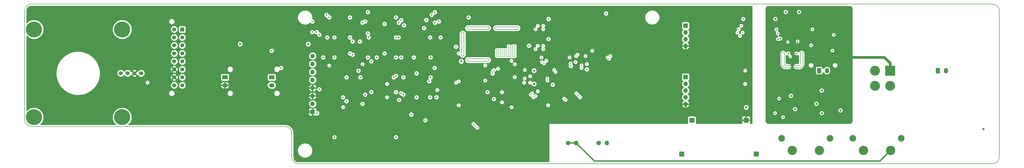
<source format=gbr>
%TF.GenerationSoftware,KiCad,Pcbnew,(5.0.0-rc2-dev-632-g76d3b6f04)*%
%TF.CreationDate,2018-06-22T22:14:38+02:00*%
%TF.ProjectId,MainBoard,4D61696E426F6172642E6B696361645F,rev?*%
%TF.SameCoordinates,Original*%
%TF.FileFunction,Copper,L3,Inr,Plane*%
%TF.FilePolarity,Positive*%
%FSLAX46Y46*%
G04 Gerber Fmt 4.6, Leading zero omitted, Abs format (unit mm)*
G04 Created by KiCad (PCBNEW (5.0.0-rc2-dev-632-g76d3b6f04)) date 06/22/18 22:14:38*
%MOMM*%
%LPD*%
G01*
G04 APERTURE LIST*
%ADD10C,0.200000*%
%ADD11R,2.000000X1.500000*%
%ADD12O,2.000000X1.500000*%
%ADD13C,3.500000*%
%ADD14C,2.500000*%
%ADD15O,1.700000X1.700000*%
%ADD16C,1.700000*%
%ADD17R,1.700000X1.700000*%
%ADD18C,1.524000*%
%ADD19C,6.000000*%
%ADD20R,1.500000X2.000000*%
%ADD21O,1.500000X2.000000*%
%ADD22R,1.500000X1.500000*%
%ADD23C,1.500000*%
%ADD24R,3.700000X3.700000*%
%ADD25C,3.700000*%
%ADD26R,1.900000X1.900000*%
%ADD27C,0.600000*%
%ADD28C,0.400000*%
%ADD29C,0.800000*%
%ADD30C,1.000000*%
%ADD31C,0.500000*%
%ADD32C,0.254000*%
G04 APERTURE END LIST*
D10*
X141000000Y-81500000D02*
X148500000Y-81500000D01*
X141000000Y-80500000D02*
X148500000Y-80500000D01*
X148500000Y-80500000D02*
G75*
G02X148500000Y-81500000I0J-500000D01*
G01*
X141000000Y-81500000D02*
G75*
G02X141000000Y-80500000I0J500000D01*
G01*
X139500000Y-71000000D02*
X139500000Y-79000000D01*
X138500000Y-71000000D02*
X138500000Y-79000000D01*
X139500000Y-79000000D02*
G75*
G02X138500000Y-79000000I-500000J0D01*
G01*
X138500000Y-71000000D02*
G75*
G02X139500000Y-71000000I500000J0D01*
G01*
X151500000Y-69500000D02*
X159500000Y-69500000D01*
X151500000Y-68500000D02*
X159500000Y-68500000D01*
X141000000Y-69500000D02*
X148500000Y-69500000D01*
X141000000Y-68500000D02*
X148500000Y-68500000D01*
X151500000Y-69500000D02*
G75*
G02X151500000Y-68500000I0J500000D01*
G01*
X148500000Y-68500000D02*
G75*
G02X148500000Y-69500000I0J-500000D01*
G01*
X159500000Y-68500000D02*
G75*
G02X159500000Y-69500000I0J-500000D01*
G01*
X141000000Y-69500000D02*
G75*
G02X141000000Y-68500000I0J500000D01*
G01*
X264000000Y-84000000D02*
X265000000Y-84000000D01*
X266500000Y-82500000D02*
X266500000Y-78500000D01*
X266500000Y-82500000D02*
G75*
G02X265000000Y-84000000I-1500000J0D01*
G01*
X265500000Y-82500000D02*
G75*
G02X265000000Y-83000000I-500000J0D01*
G01*
X260000000Y-84000000D02*
X261000000Y-84000000D01*
X258500000Y-78500000D02*
X258500000Y-82500000D01*
X260000000Y-84000000D02*
G75*
G02X258500000Y-82500000I0J1500000D01*
G01*
X265000000Y-83000000D02*
X264000000Y-83000000D01*
X265500000Y-78500000D02*
X265500000Y-82500000D01*
X265500000Y-78500000D02*
G75*
G02X266500000Y-78500000I500000J0D01*
G01*
X264000000Y-84000000D02*
G75*
G02X264000000Y-83000000I0J500000D01*
G01*
X260000000Y-83000000D02*
X261000000Y-83000000D01*
X259500000Y-78500000D02*
X259500000Y-82500000D01*
X260000000Y-83000000D02*
G75*
G02X259500000Y-82500000I0J500000D01*
G01*
X261000000Y-83000000D02*
G75*
G02X261000000Y-84000000I0J-500000D01*
G01*
X258500000Y-78500000D02*
G75*
G02X259500000Y-78500000I500000J0D01*
G01*
X72500000Y-106000000D02*
G75*
G02X75000000Y-108500000I0J-2500000D01*
G01*
X75000000Y-108500000D02*
X75000000Y-117500000D01*
X-22500000Y-106000000D02*
X72500000Y-106000000D01*
X6000000Y-86000000D02*
G75*
G03X6000000Y-86000000I-11000000J0D01*
G01*
X-25000000Y-62500000D02*
G75*
G02X-22500000Y-60000000I2500000J0D01*
G01*
X-22500000Y-106000000D02*
G75*
G02X-25000000Y-103500000I0J2500000D01*
G01*
X-25000000Y-62500000D02*
X-25000000Y-103500000D01*
X-22500000Y-60000000D02*
X337500000Y-60000000D01*
X337500000Y-60000000D02*
G75*
G02X340000000Y-62500000I0J-2500000D01*
G01*
X340000000Y-117500000D02*
G75*
G02X337500000Y-120000000I-2500000J0D01*
G01*
X77500000Y-120000000D02*
G75*
G02X75000000Y-117500000I0J2500000D01*
G01*
X337500000Y-120000000D02*
X77500000Y-120000000D01*
X340000000Y-62500000D02*
X340000000Y-117500000D01*
D11*
X67500000Y-87500000D03*
D12*
X67500000Y-90500000D03*
D13*
X289075000Y-115000000D03*
X299275000Y-115000000D03*
D14*
X303225000Y-110400000D03*
X285125000Y-110400000D03*
D13*
X262400000Y-115000000D03*
X272600000Y-115000000D03*
D14*
X276550000Y-110400000D03*
X258450000Y-110400000D03*
D15*
X181500000Y-112181000D03*
D16*
X178500000Y-112181000D03*
D15*
X193000000Y-112181000D03*
D16*
X190000000Y-112181000D03*
D17*
X82821000Y-100500000D03*
D15*
X82821000Y-97500000D03*
X82821000Y-94500000D03*
X82821000Y-91500000D03*
X82821000Y-88500000D03*
X82821000Y-85500000D03*
X82821000Y-82500000D03*
X82821000Y-79500000D03*
D18*
X18620000Y-86000000D03*
X16080000Y-86000000D03*
X13540000Y-86000000D03*
X11000000Y-86000000D03*
D19*
X-21500000Y-69500000D03*
X-21500000Y-102500000D03*
X11500000Y-102500000D03*
X11500000Y-69500000D03*
D20*
X272500000Y-85000000D03*
D21*
X275500000Y-85000000D03*
D17*
X222500000Y-87420000D03*
D15*
X222500000Y-89960000D03*
X222500000Y-92500000D03*
X222500000Y-95040000D03*
X222500000Y-97580000D03*
D22*
X34000000Y-69500000D03*
D23*
X34000000Y-72500000D03*
X34000000Y-75500000D03*
X34000000Y-78500000D03*
X34000000Y-81500000D03*
X34000000Y-84500000D03*
X34000000Y-87500000D03*
X34000000Y-90500000D03*
X31000000Y-69500000D03*
X31000000Y-72500000D03*
X31000000Y-75500000D03*
X31000000Y-78500000D03*
X31000000Y-81500000D03*
X31000000Y-84500000D03*
X31000000Y-87500000D03*
X31000000Y-90500000D03*
D12*
X50000000Y-90500000D03*
D11*
X50000000Y-87500000D03*
D21*
X320000000Y-85000000D03*
D20*
X317000000Y-85000000D03*
D24*
X299100000Y-85000000D03*
D25*
X299100000Y-90700000D03*
X293400000Y-85000000D03*
X293400000Y-90700000D03*
D26*
X224850000Y-103650000D03*
X245150000Y-103650000D03*
X221030000Y-116350000D03*
X248970000Y-116350000D03*
D15*
X222500000Y-75715000D03*
X222500000Y-73175000D03*
X222500000Y-70635000D03*
D17*
X222500000Y-68095000D03*
D27*
X172750000Y-90300000D03*
D28*
X162250000Y-87900000D03*
X162250000Y-84700000D03*
D29*
X165750000Y-85000000D03*
X165750000Y-90000000D03*
D27*
X163850000Y-75635000D03*
X171150000Y-65595000D03*
X171150000Y-73095000D03*
X179500000Y-83250000D03*
D28*
X154750000Y-77250000D03*
X155500000Y-77250000D03*
X155500000Y-78000000D03*
X156250000Y-78000000D03*
X156250000Y-77250000D03*
X157000000Y-77250000D03*
X157000000Y-78000000D03*
X156250000Y-76500000D03*
X156250000Y-75750000D03*
X157000000Y-76500000D03*
X154750000Y-78000000D03*
X154000000Y-78000000D03*
X154000000Y-77250000D03*
X153250000Y-78000000D03*
X153250000Y-77250000D03*
X157750000Y-75750000D03*
X157750000Y-76500000D03*
X157750000Y-77250000D03*
X157750000Y-78000000D03*
X152500000Y-78000000D03*
X152500000Y-77250000D03*
X151750000Y-77250000D03*
X151750000Y-78000000D03*
X151750000Y-78750000D03*
X152500000Y-78750000D03*
X153250000Y-78750000D03*
X154000000Y-78750000D03*
X154750000Y-78750000D03*
X155500000Y-78750000D03*
X156250000Y-78750000D03*
X157000000Y-78750000D03*
X157750000Y-78750000D03*
X151750000Y-79500000D03*
X152500000Y-79500000D03*
X153250000Y-79500000D03*
X154000000Y-79500000D03*
X154750000Y-79500000D03*
X155500000Y-79500000D03*
X156250000Y-79500000D03*
X157000000Y-79500000D03*
X157750000Y-79500000D03*
X158500000Y-79500000D03*
X158500000Y-78750000D03*
X158500000Y-78000000D03*
X158500000Y-77250000D03*
X158500000Y-76500000D03*
X158500000Y-75750000D03*
D27*
X244080000Y-65555000D03*
X192695000Y-63500000D03*
D28*
X187500000Y-77500000D03*
X152250000Y-84250000D03*
D27*
X148300000Y-93095000D03*
X141205000Y-65000000D03*
X148300000Y-96905000D03*
X151700000Y-95635000D03*
D28*
X149250000Y-75000000D03*
X150750000Y-75000000D03*
X149250000Y-76500000D03*
X150000000Y-76500000D03*
X150750000Y-76500000D03*
X149250000Y-77250000D03*
X150000000Y-77250000D03*
X150750000Y-77250000D03*
X148500000Y-77250000D03*
X147750000Y-77250000D03*
X147000000Y-77250000D03*
X147000000Y-78000000D03*
X147750000Y-78000000D03*
X148500000Y-78000000D03*
X149250000Y-78000000D03*
X150000000Y-78000000D03*
X150750000Y-78000000D03*
X150750000Y-73500000D03*
X150000000Y-73500000D03*
X149250000Y-73500000D03*
X151500000Y-72750000D03*
X152250000Y-72750000D03*
X153000000Y-72750000D03*
X148500000Y-72750000D03*
X147750000Y-72750000D03*
X147000000Y-72750000D03*
X147000000Y-72000000D03*
X147750000Y-72000000D03*
X148500000Y-72000000D03*
X151500000Y-72000000D03*
X152250000Y-72000000D03*
X153000000Y-72000000D03*
D29*
X160000000Y-83250000D03*
X160000000Y-91750000D03*
X175000000Y-91750000D03*
X170300000Y-92750000D03*
X165100000Y-82250000D03*
D27*
X163850000Y-68135000D03*
X163850000Y-76905000D03*
X163850000Y-69405000D03*
X172500000Y-76750000D03*
X172500000Y-69250000D03*
D28*
X181000000Y-84000000D03*
X179750000Y-80750000D03*
D27*
X177500000Y-80750000D03*
D28*
X187750000Y-82500000D03*
D27*
X183750000Y-82000000D03*
X187750000Y-85000000D03*
D28*
X147000000Y-71250000D03*
X147750000Y-71250000D03*
X148500000Y-71250000D03*
X148500000Y-70500000D03*
X147750000Y-70500000D03*
X147000000Y-70500000D03*
X149250000Y-70500000D03*
X150000000Y-70500000D03*
X150750000Y-70500000D03*
X151500000Y-70500000D03*
X152250000Y-70500000D03*
X153000000Y-70500000D03*
X153000000Y-71250000D03*
X152250000Y-71250000D03*
X151500000Y-71250000D03*
X150750000Y-71250000D03*
X150000000Y-71250000D03*
X149250000Y-71250000D03*
X147000000Y-78750000D03*
X147750000Y-78750000D03*
X148500000Y-78750000D03*
X149250000Y-78750000D03*
X150000000Y-78750000D03*
X150750000Y-78750000D03*
X147000000Y-79500000D03*
X147750000Y-79500000D03*
X148500000Y-79500000D03*
X149250000Y-79500000D03*
X150000000Y-79500000D03*
X150750000Y-79500000D03*
D27*
X12270000Y-80412000D03*
X14810000Y-80412000D03*
X17350000Y-80412000D03*
X16588000Y-89810000D03*
D29*
X242369998Y-100000000D03*
X244500000Y-94050000D03*
X245175000Y-96230000D03*
D27*
X244080000Y-66825000D03*
D29*
X169500000Y-90000000D03*
X169200000Y-84750000D03*
D27*
X245350000Y-75445000D03*
D28*
X185760000Y-72350000D03*
D27*
X194895000Y-63500000D03*
D28*
X22500000Y-82000000D03*
D27*
X151955000Y-91000000D03*
X110705000Y-65000000D03*
X117795000Y-64000000D03*
X125400000Y-65000000D03*
X100705000Y-72500000D03*
X120705000Y-72500000D03*
X126500000Y-76950000D03*
X130705000Y-80000000D03*
X89000000Y-84950000D03*
X86795000Y-87500000D03*
X96795000Y-87500000D03*
X101500000Y-86950000D03*
X106795000Y-87500000D03*
X120705000Y-87500000D03*
X126500000Y-96950000D03*
X102285000Y-102000000D03*
X86795000Y-95000000D03*
D28*
X155000000Y-86955000D03*
D27*
X101500000Y-74950000D03*
D28*
X149200000Y-86000000D03*
X149200000Y-84250000D03*
D29*
X245175000Y-98770000D03*
D27*
X185500000Y-84500000D03*
D28*
X185500000Y-82500000D03*
D29*
X138500000Y-81500000D03*
D27*
X150700000Y-95635000D03*
D29*
X55675000Y-75000000D03*
D28*
X21000000Y-89455000D03*
D27*
X128600000Y-63050000D03*
D28*
X150250000Y-85250000D03*
X150750000Y-84750000D03*
D27*
X261000000Y-78500000D03*
X264000000Y-78500000D03*
X257500000Y-95500000D03*
D29*
X256150000Y-65555000D03*
X265000000Y-63000000D03*
X260000000Y-63000000D03*
D27*
X259000000Y-102500000D03*
X278000000Y-71550000D03*
X257150000Y-73175000D03*
D29*
X266000000Y-70250000D03*
D28*
X263250000Y-79750000D03*
D27*
X264000000Y-81500000D03*
X268500000Y-71000000D03*
X275000000Y-71000000D03*
X268500000Y-77500000D03*
X268500000Y-67500000D03*
X280000000Y-72500000D03*
D29*
X281500000Y-92500000D03*
X269000000Y-92500000D03*
D27*
X257500000Y-99500000D03*
D29*
X256150000Y-66825000D03*
X265000000Y-67000000D03*
X260000000Y-67000000D03*
D28*
X263500000Y-71000000D03*
D29*
X256150000Y-74445000D03*
D28*
X260750000Y-74250000D03*
X261750000Y-79750000D03*
D27*
X119785000Y-101500000D03*
X84500000Y-101000000D03*
X84321000Y-70500000D03*
X116795000Y-87500000D03*
X116795000Y-94000000D03*
X115205000Y-96000000D03*
X114000000Y-110000000D03*
X91000000Y-110000000D03*
X127000000Y-80000000D03*
X67500000Y-77500000D03*
X125000000Y-103650000D03*
X100000000Y-85000000D03*
X128500000Y-84000000D03*
X71000000Y-84000000D03*
X95500000Y-87500000D03*
X95500000Y-96500000D03*
X127000000Y-87500000D03*
D29*
X273500000Y-92500000D03*
X334050000Y-107000000D03*
X271500000Y-97500000D03*
D27*
X277500000Y-77500000D03*
D29*
X280500000Y-100000000D03*
D28*
X173750000Y-85500000D03*
X173250000Y-84700000D03*
X164250000Y-87100000D03*
D27*
X96795000Y-65000000D03*
X101500000Y-66950000D03*
X130100000Y-66500000D03*
X130705000Y-72500000D03*
X120705000Y-80000000D03*
X106795000Y-80000000D03*
X86795000Y-80000000D03*
X114000000Y-86950000D03*
X126795000Y-95000000D03*
X101500000Y-97450000D03*
X114000000Y-64950000D03*
D29*
X81175000Y-75000000D03*
D28*
X143500000Y-105500000D03*
X143000000Y-105000000D03*
D27*
X89000000Y-64950000D03*
X82705000Y-66500000D03*
X82705000Y-70500000D03*
X127400000Y-64050000D03*
X124500000Y-69000000D03*
X129205000Y-95000000D03*
X85321000Y-92000000D03*
X85321000Y-71500000D03*
X116000000Y-80000000D03*
X116000000Y-93500000D03*
X102500000Y-94050000D03*
X117000000Y-67950000D03*
X116000000Y-66000000D03*
X102500000Y-66500000D03*
D28*
X144000000Y-106000000D03*
X144500000Y-106500000D03*
X137500000Y-78500000D03*
X137500000Y-89000000D03*
X137500000Y-98000000D03*
X171000000Y-98000000D03*
D29*
X273500000Y-101000000D03*
D28*
X167100000Y-92750000D03*
X129500000Y-92250000D03*
D27*
X128600000Y-66950000D03*
X115100000Y-66950000D03*
X109705000Y-78500000D03*
X114000000Y-80000000D03*
X109705000Y-67450000D03*
X103500000Y-71000000D03*
X114000000Y-72500000D03*
X103500000Y-63000000D03*
X88000000Y-64050000D03*
X91000000Y-72500000D03*
X115000000Y-72500000D03*
X103795000Y-72500000D03*
X100500000Y-74050000D03*
X96795000Y-72500000D03*
X96795000Y-78500000D03*
X91000000Y-80000000D03*
D28*
X170750000Y-88700000D03*
X147450000Y-88700000D03*
X89000000Y-83050000D03*
X147450000Y-83050000D03*
D27*
X88295000Y-72500000D03*
X97795000Y-74000000D03*
X97795000Y-79000000D03*
X104795000Y-81500000D03*
X114000000Y-93050000D03*
X104795000Y-93050000D03*
X113205000Y-87500000D03*
X103500000Y-80000000D03*
X100705000Y-87500000D03*
D28*
X170750000Y-87900000D03*
X158500000Y-87400000D03*
X101500000Y-82550000D03*
X158500000Y-82550000D03*
D27*
X126500000Y-89000000D03*
X136500000Y-76000000D03*
D28*
X162000000Y-89500000D03*
X136500000Y-89500000D03*
X170300000Y-81250000D03*
X157300000Y-81250000D03*
D27*
X94205000Y-95000000D03*
D28*
X94205000Y-98750000D03*
X157300000Y-98750000D03*
D27*
X125400000Y-65950000D03*
X126795000Y-72500000D03*
X121705000Y-95000000D03*
X121705000Y-86000000D03*
X150205000Y-86000000D03*
D28*
X164250000Y-89500000D03*
X110705000Y-95000000D03*
X110705000Y-90000000D03*
D27*
X270000000Y-69500000D03*
X269500000Y-75500000D03*
X256000000Y-101000000D03*
D29*
X263500000Y-99500000D03*
X261995000Y-94495000D03*
D28*
X168500014Y-80000000D03*
X243350000Y-68095000D03*
X193295000Y-80000000D03*
X179000000Y-80000000D03*
X181250000Y-81750000D03*
X181500000Y-79500000D03*
X242850000Y-71905000D03*
X194295000Y-79500000D03*
X168700000Y-81750000D03*
X185000000Y-79500000D03*
X243850000Y-70635000D03*
X241850000Y-70635000D03*
X193795000Y-80500000D03*
X179400000Y-82250000D03*
X169500000Y-82250000D03*
X181500000Y-93500000D03*
X165000000Y-93500000D03*
X244800000Y-84960000D03*
X183500000Y-83000000D03*
X244760000Y-90000000D03*
X183500000Y-84000000D03*
X167100000Y-68135000D03*
X167100000Y-75635000D03*
X169150000Y-68135000D03*
X169150000Y-75635000D03*
X166300000Y-69405000D03*
X166300000Y-76905000D03*
X169150000Y-69405000D03*
X169150000Y-76905000D03*
X242350000Y-69365000D03*
X164500000Y-94000000D03*
X182000000Y-79000000D03*
X182000000Y-94000000D03*
X165500000Y-95000000D03*
X183000000Y-95000000D03*
X182500000Y-94500000D03*
X166300000Y-94500000D03*
X153700000Y-93095000D03*
X177000000Y-95500000D03*
X153700000Y-96905000D03*
X177500000Y-96000000D03*
D27*
X256500000Y-69500000D03*
X264500000Y-74000000D03*
X258000000Y-73000000D03*
X257000000Y-71000000D03*
D30*
X299100000Y-82150000D02*
X296950000Y-80000000D01*
X299100000Y-85000000D02*
X299100000Y-82150000D01*
X296950000Y-80000000D02*
X284000000Y-80000000D01*
D31*
X295275000Y-119000000D02*
X299275000Y-115000000D01*
X178500000Y-112181000D02*
X181500000Y-112181000D01*
X188319000Y-119000000D02*
X189000000Y-119000000D01*
X181500000Y-112181000D02*
X188319000Y-119000000D01*
X188500000Y-119000000D02*
X189000000Y-119000000D01*
X189000000Y-119000000D02*
X295275000Y-119000000D01*
D32*
G36*
X247373000Y-104873000D02*
X246674239Y-104873000D01*
X246735000Y-104726310D01*
X246735000Y-103935750D01*
X246576250Y-103777000D01*
X245277000Y-103777000D01*
X245277000Y-103797000D01*
X245023000Y-103797000D01*
X245023000Y-103777000D01*
X243723750Y-103777000D01*
X243565000Y-103935750D01*
X243565000Y-104726310D01*
X243625761Y-104873000D01*
X226381295Y-104873000D01*
X226398157Y-104847765D01*
X226447440Y-104600000D01*
X226447440Y-102700000D01*
X226422316Y-102573690D01*
X243565000Y-102573690D01*
X243565000Y-103364250D01*
X243723750Y-103523000D01*
X245023000Y-103523000D01*
X245023000Y-102223750D01*
X245277000Y-102223750D01*
X245277000Y-103523000D01*
X246576250Y-103523000D01*
X246735000Y-103364250D01*
X246735000Y-102573690D01*
X246638327Y-102340301D01*
X246459698Y-102161673D01*
X246226309Y-102065000D01*
X245435750Y-102065000D01*
X245277000Y-102223750D01*
X245023000Y-102223750D01*
X244864250Y-102065000D01*
X244073691Y-102065000D01*
X243840302Y-102161673D01*
X243661673Y-102340301D01*
X243565000Y-102573690D01*
X226422316Y-102573690D01*
X226398157Y-102452235D01*
X226257809Y-102242191D01*
X226047765Y-102101843D01*
X225800000Y-102052560D01*
X223900000Y-102052560D01*
X223652235Y-102101843D01*
X223442191Y-102242191D01*
X223301843Y-102452235D01*
X223252560Y-102700000D01*
X223252560Y-104600000D01*
X223301843Y-104847765D01*
X223318705Y-104873000D01*
X171500000Y-104873000D01*
X171451399Y-104882667D01*
X171410197Y-104910197D01*
X171382667Y-104951399D01*
X171373000Y-105000000D01*
X171373000Y-119265000D01*
X77546239Y-119265000D01*
X77062518Y-119203892D01*
X76652517Y-119041561D01*
X76295772Y-118782371D01*
X76014694Y-118442606D01*
X75826942Y-118043610D01*
X75737753Y-117576070D01*
X75735000Y-117488465D01*
X75735000Y-114446029D01*
X77215000Y-114446029D01*
X77215000Y-115553971D01*
X77638991Y-116577576D01*
X78422424Y-117361009D01*
X79446029Y-117785000D01*
X80553971Y-117785000D01*
X81577576Y-117361009D01*
X82361009Y-116577576D01*
X82785000Y-115553971D01*
X82785000Y-114446029D01*
X82361009Y-113422424D01*
X81577576Y-112638991D01*
X80553971Y-112215000D01*
X79446029Y-112215000D01*
X78422424Y-112638991D01*
X77638991Y-113422424D01*
X77215000Y-114446029D01*
X75735000Y-114446029D01*
X75735000Y-109814017D01*
X90065000Y-109814017D01*
X90065000Y-110185983D01*
X90207345Y-110529635D01*
X90470365Y-110792655D01*
X90814017Y-110935000D01*
X91185983Y-110935000D01*
X91529635Y-110792655D01*
X91792655Y-110529635D01*
X91935000Y-110185983D01*
X91935000Y-109814017D01*
X113065000Y-109814017D01*
X113065000Y-110185983D01*
X113207345Y-110529635D01*
X113470365Y-110792655D01*
X113814017Y-110935000D01*
X114185983Y-110935000D01*
X114529635Y-110792655D01*
X114792655Y-110529635D01*
X114935000Y-110185983D01*
X114935000Y-109814017D01*
X114792655Y-109470365D01*
X114529635Y-109207345D01*
X114185983Y-109065000D01*
X113814017Y-109065000D01*
X113470365Y-109207345D01*
X113207345Y-109470365D01*
X113065000Y-109814017D01*
X91935000Y-109814017D01*
X91792655Y-109470365D01*
X91529635Y-109207345D01*
X91185983Y-109065000D01*
X90814017Y-109065000D01*
X90470365Y-109207345D01*
X90207345Y-109470365D01*
X90065000Y-109814017D01*
X75735000Y-109814017D01*
X75735000Y-108427612D01*
X75732729Y-108416194D01*
X75729704Y-108319938D01*
X75727887Y-108308464D01*
X75728616Y-108296872D01*
X75717048Y-108205298D01*
X75599622Y-107589732D01*
X75585331Y-107545750D01*
X75576667Y-107500331D01*
X75542689Y-107414511D01*
X75275868Y-106847486D01*
X75251090Y-106808441D01*
X75231401Y-106766601D01*
X75177147Y-106691926D01*
X74777695Y-106209072D01*
X74743985Y-106177416D01*
X74714509Y-106141786D01*
X74643397Y-106082956D01*
X74643391Y-106082951D01*
X74643388Y-106082950D01*
X74136406Y-105714605D01*
X74095881Y-105692327D01*
X74058473Y-105665148D01*
X73974956Y-105625847D01*
X73392297Y-105395156D01*
X73347501Y-105383654D01*
X73304512Y-105366634D01*
X73213863Y-105349342D01*
X73213845Y-105349337D01*
X73213836Y-105349337D01*
X72617898Y-105274052D01*
X72572388Y-105265000D01*
X13875666Y-105265000D01*
X14306758Y-104833908D01*
X142165000Y-104833908D01*
X142165000Y-105166092D01*
X142292121Y-105472990D01*
X142527010Y-105707879D01*
X142714472Y-105785528D01*
X142792121Y-105972990D01*
X143027010Y-106207879D01*
X143214472Y-106285528D01*
X143292121Y-106472990D01*
X143527010Y-106707879D01*
X143714472Y-106785528D01*
X143792121Y-106972990D01*
X144027010Y-107207879D01*
X144333908Y-107335000D01*
X144666092Y-107335000D01*
X144972990Y-107207879D01*
X145207879Y-106972990D01*
X145335000Y-106666092D01*
X145335000Y-106333908D01*
X145207879Y-106027010D01*
X144972990Y-105792121D01*
X144785528Y-105714472D01*
X144707879Y-105527010D01*
X144472990Y-105292121D01*
X144285528Y-105214472D01*
X144207879Y-105027010D01*
X143972990Y-104792121D01*
X143785528Y-104714472D01*
X143707879Y-104527010D01*
X143472990Y-104292121D01*
X143166092Y-104165000D01*
X142833908Y-104165000D01*
X142527010Y-104292121D01*
X142292121Y-104527010D01*
X142165000Y-104833908D01*
X14306758Y-104833908D01*
X14581604Y-104559062D01*
X15035186Y-103464017D01*
X124065000Y-103464017D01*
X124065000Y-103835983D01*
X124207345Y-104179635D01*
X124470365Y-104442655D01*
X124814017Y-104585000D01*
X125185983Y-104585000D01*
X125529635Y-104442655D01*
X125792655Y-104179635D01*
X125935000Y-103835983D01*
X125935000Y-103464017D01*
X125792655Y-103120365D01*
X125529635Y-102857345D01*
X125185983Y-102715000D01*
X124814017Y-102715000D01*
X124470365Y-102857345D01*
X124207345Y-103120365D01*
X124065000Y-103464017D01*
X15035186Y-103464017D01*
X15135000Y-103223046D01*
X15135000Y-101776954D01*
X14724430Y-100785750D01*
X81336000Y-100785750D01*
X81336000Y-101476310D01*
X81432673Y-101709699D01*
X81611302Y-101888327D01*
X81844691Y-101985000D01*
X82535250Y-101985000D01*
X82694000Y-101826250D01*
X82694000Y-100627000D01*
X81494750Y-100627000D01*
X81336000Y-100785750D01*
X14724430Y-100785750D01*
X14581604Y-100440938D01*
X13664356Y-99523690D01*
X81336000Y-99523690D01*
X81336000Y-100214250D01*
X81494750Y-100373000D01*
X82694000Y-100373000D01*
X82694000Y-99173750D01*
X82948000Y-99173750D01*
X82948000Y-100373000D01*
X82968000Y-100373000D01*
X82968000Y-100627000D01*
X82948000Y-100627000D01*
X82948000Y-101826250D01*
X83106750Y-101985000D01*
X83797309Y-101985000D01*
X84030698Y-101888327D01*
X84080677Y-101838348D01*
X84314017Y-101935000D01*
X84685983Y-101935000D01*
X85029635Y-101792655D01*
X85292655Y-101529635D01*
X85381966Y-101314017D01*
X118850000Y-101314017D01*
X118850000Y-101685983D01*
X118992345Y-102029635D01*
X119255365Y-102292655D01*
X119599017Y-102435000D01*
X119970983Y-102435000D01*
X120314635Y-102292655D01*
X120577655Y-102029635D01*
X120720000Y-101685983D01*
X120720000Y-101314017D01*
X120577655Y-100970365D01*
X120314635Y-100707345D01*
X119970983Y-100565000D01*
X119599017Y-100565000D01*
X119255365Y-100707345D01*
X118992345Y-100970365D01*
X118850000Y-101314017D01*
X85381966Y-101314017D01*
X85435000Y-101185983D01*
X85435000Y-100814017D01*
X85292655Y-100470365D01*
X85029635Y-100207345D01*
X84685983Y-100065000D01*
X84314017Y-100065000D01*
X84306000Y-100068321D01*
X84306000Y-99523690D01*
X84209327Y-99290301D01*
X84030698Y-99111673D01*
X83797309Y-99015000D01*
X83106750Y-99015000D01*
X82948000Y-99173750D01*
X82694000Y-99173750D01*
X82535250Y-99015000D01*
X81844691Y-99015000D01*
X81611302Y-99111673D01*
X81432673Y-99290301D01*
X81336000Y-99523690D01*
X13664356Y-99523690D01*
X13559062Y-99418396D01*
X12223046Y-98865000D01*
X10776954Y-98865000D01*
X9440938Y-99418396D01*
X8418396Y-100440938D01*
X7865000Y-101776954D01*
X7865000Y-103223046D01*
X8418396Y-104559062D01*
X9124334Y-105265000D01*
X-19124334Y-105265000D01*
X-18418396Y-104559062D01*
X-17865000Y-103223046D01*
X-17865000Y-101776954D01*
X-18418396Y-100440938D01*
X-19440938Y-99418396D01*
X-20776954Y-98865000D01*
X-22223046Y-98865000D01*
X-23559062Y-99418396D01*
X-24265000Y-100124334D01*
X-24265000Y-97500000D01*
X81306908Y-97500000D01*
X81422161Y-98079418D01*
X81750375Y-98570625D01*
X82241582Y-98898839D01*
X82674744Y-98985000D01*
X82967256Y-98985000D01*
X83400418Y-98898839D01*
X83871745Y-98583908D01*
X93370000Y-98583908D01*
X93370000Y-98916092D01*
X93497121Y-99222990D01*
X93732010Y-99457879D01*
X94038908Y-99585000D01*
X94371092Y-99585000D01*
X94677990Y-99457879D01*
X94912879Y-99222990D01*
X95040000Y-98916092D01*
X95040000Y-98583908D01*
X94912879Y-98277010D01*
X94677990Y-98042121D01*
X94371092Y-97915000D01*
X94038908Y-97915000D01*
X93732010Y-98042121D01*
X93497121Y-98277010D01*
X93370000Y-98583908D01*
X83871745Y-98583908D01*
X83891625Y-98570625D01*
X84219839Y-98079418D01*
X84335092Y-97500000D01*
X84219839Y-96920582D01*
X83891625Y-96429375D01*
X83718980Y-96314017D01*
X94565000Y-96314017D01*
X94565000Y-96685983D01*
X94707345Y-97029635D01*
X94970365Y-97292655D01*
X95314017Y-97435000D01*
X95685983Y-97435000D01*
X96029635Y-97292655D01*
X96058273Y-97264017D01*
X100565000Y-97264017D01*
X100565000Y-97635983D01*
X100707345Y-97979635D01*
X100970365Y-98242655D01*
X101314017Y-98385000D01*
X101685983Y-98385000D01*
X102029635Y-98242655D01*
X102292655Y-97979635D01*
X102353016Y-97833908D01*
X136665000Y-97833908D01*
X136665000Y-98166092D01*
X136792121Y-98472990D01*
X137027010Y-98707879D01*
X137333908Y-98835000D01*
X137666092Y-98835000D01*
X137972990Y-98707879D01*
X138096961Y-98583908D01*
X156465000Y-98583908D01*
X156465000Y-98916092D01*
X156592121Y-99222990D01*
X156827010Y-99457879D01*
X157133908Y-99585000D01*
X157466092Y-99585000D01*
X157772990Y-99457879D01*
X158007879Y-99222990D01*
X158135000Y-98916092D01*
X158135000Y-98583908D01*
X158007879Y-98277010D01*
X157772990Y-98042121D01*
X157466092Y-97915000D01*
X157133908Y-97915000D01*
X156827010Y-98042121D01*
X156592121Y-98277010D01*
X156465000Y-98583908D01*
X138096961Y-98583908D01*
X138207879Y-98472990D01*
X138335000Y-98166092D01*
X138335000Y-97833908D01*
X170165000Y-97833908D01*
X170165000Y-98166092D01*
X170292121Y-98472990D01*
X170527010Y-98707879D01*
X170833908Y-98835000D01*
X171166092Y-98835000D01*
X171472990Y-98707879D01*
X171707879Y-98472990D01*
X171835000Y-98166092D01*
X171835000Y-97936890D01*
X221058524Y-97936890D01*
X221228355Y-98346924D01*
X221618642Y-98775183D01*
X222143108Y-99021486D01*
X222373000Y-98900819D01*
X222373000Y-97707000D01*
X222627000Y-97707000D01*
X222627000Y-98900819D01*
X222856892Y-99021486D01*
X223381358Y-98775183D01*
X223573701Y-98564126D01*
X244140000Y-98564126D01*
X244140000Y-98975874D01*
X244297569Y-99356280D01*
X244588720Y-99647431D01*
X244969126Y-99805000D01*
X245380874Y-99805000D01*
X245761280Y-99647431D01*
X246052431Y-99356280D01*
X246210000Y-98975874D01*
X246210000Y-98564126D01*
X246052431Y-98183720D01*
X245761280Y-97892569D01*
X245380874Y-97735000D01*
X244969126Y-97735000D01*
X244588720Y-97892569D01*
X244297569Y-98183720D01*
X244140000Y-98564126D01*
X223573701Y-98564126D01*
X223771645Y-98346924D01*
X223941476Y-97936890D01*
X223820155Y-97707000D01*
X222627000Y-97707000D01*
X222373000Y-97707000D01*
X221179845Y-97707000D01*
X221058524Y-97936890D01*
X171835000Y-97936890D01*
X171835000Y-97833908D01*
X171707879Y-97527010D01*
X171472990Y-97292121D01*
X171166092Y-97165000D01*
X170833908Y-97165000D01*
X170527010Y-97292121D01*
X170292121Y-97527010D01*
X170165000Y-97833908D01*
X138335000Y-97833908D01*
X138207879Y-97527010D01*
X137972990Y-97292121D01*
X137666092Y-97165000D01*
X137333908Y-97165000D01*
X137027010Y-97292121D01*
X136792121Y-97527010D01*
X136665000Y-97833908D01*
X102353016Y-97833908D01*
X102435000Y-97635983D01*
X102435000Y-97264017D01*
X102292655Y-96920365D01*
X102029635Y-96657345D01*
X101685983Y-96515000D01*
X101314017Y-96515000D01*
X100970365Y-96657345D01*
X100707345Y-96920365D01*
X100565000Y-97264017D01*
X96058273Y-97264017D01*
X96292655Y-97029635D01*
X96435000Y-96685983D01*
X96435000Y-96314017D01*
X96292655Y-95970365D01*
X96029635Y-95707345D01*
X95685983Y-95565000D01*
X95314017Y-95565000D01*
X94970365Y-95707345D01*
X94707345Y-95970365D01*
X94565000Y-96314017D01*
X83718980Y-96314017D01*
X83400418Y-96101161D01*
X82967256Y-96015000D01*
X82674744Y-96015000D01*
X82241582Y-96101161D01*
X81750375Y-96429375D01*
X81422161Y-96920582D01*
X81306908Y-97500000D01*
X-24265000Y-97500000D01*
X-24265000Y-94856890D01*
X81379524Y-94856890D01*
X81549355Y-95266924D01*
X81939642Y-95695183D01*
X82464108Y-95941486D01*
X82694000Y-95820819D01*
X82694000Y-94627000D01*
X82948000Y-94627000D01*
X82948000Y-95820819D01*
X83177892Y-95941486D01*
X83702358Y-95695183D01*
X84092645Y-95266924D01*
X84262476Y-94856890D01*
X84239851Y-94814017D01*
X93270000Y-94814017D01*
X93270000Y-95185983D01*
X93412345Y-95529635D01*
X93675365Y-95792655D01*
X94019017Y-95935000D01*
X94390983Y-95935000D01*
X94734635Y-95792655D01*
X94997655Y-95529635D01*
X95140000Y-95185983D01*
X95140000Y-94814017D01*
X94997655Y-94470365D01*
X94734635Y-94207345D01*
X94390983Y-94065000D01*
X94019017Y-94065000D01*
X93675365Y-94207345D01*
X93412345Y-94470365D01*
X93270000Y-94814017D01*
X84239851Y-94814017D01*
X84141155Y-94627000D01*
X82948000Y-94627000D01*
X82694000Y-94627000D01*
X81500845Y-94627000D01*
X81379524Y-94856890D01*
X-24265000Y-94856890D01*
X-24265000Y-85625529D01*
X-13246502Y-85625529D01*
X-13214184Y-86819885D01*
X-13009791Y-87997065D01*
X-12637606Y-89132411D01*
X-12105425Y-90202137D01*
X-11424397Y-91183835D01*
X-10608788Y-92056940D01*
X-9675683Y-92803162D01*
X-8644631Y-93406868D01*
X-7537229Y-93855412D01*
X-6376676Y-94139397D01*
X-5187284Y-94252875D01*
X-3993969Y-94193468D01*
X-2821728Y-93962421D01*
X-1695119Y-93564574D01*
X-1143274Y-93274234D01*
X28925000Y-93274234D01*
X28925000Y-93725766D01*
X29097793Y-94142926D01*
X29417074Y-94462207D01*
X29834234Y-94635000D01*
X30285766Y-94635000D01*
X30702926Y-94462207D01*
X31022207Y-94142926D01*
X31195000Y-93725766D01*
X31195000Y-93274234D01*
X50825000Y-93274234D01*
X50825000Y-93725766D01*
X50997793Y-94142926D01*
X51317074Y-94462207D01*
X51734234Y-94635000D01*
X52185766Y-94635000D01*
X52602926Y-94462207D01*
X52922207Y-94142926D01*
X53095000Y-93725766D01*
X53095000Y-93274234D01*
X68325000Y-93274234D01*
X68325000Y-93725766D01*
X68497793Y-94142926D01*
X68817074Y-94462207D01*
X69234234Y-94635000D01*
X69685766Y-94635000D01*
X70102926Y-94462207D01*
X70422023Y-94143110D01*
X81379524Y-94143110D01*
X81500845Y-94373000D01*
X82694000Y-94373000D01*
X82694000Y-93179181D01*
X82948000Y-93179181D01*
X82948000Y-94373000D01*
X84141155Y-94373000D01*
X84262476Y-94143110D01*
X84146880Y-93864017D01*
X101565000Y-93864017D01*
X101565000Y-94235983D01*
X101707345Y-94579635D01*
X101970365Y-94842655D01*
X102314017Y-94985000D01*
X102685983Y-94985000D01*
X103029635Y-94842655D01*
X103038382Y-94833908D01*
X109870000Y-94833908D01*
X109870000Y-95166092D01*
X109997121Y-95472990D01*
X110232010Y-95707879D01*
X110538908Y-95835000D01*
X110871092Y-95835000D01*
X110921749Y-95814017D01*
X114270000Y-95814017D01*
X114270000Y-96185983D01*
X114412345Y-96529635D01*
X114675365Y-96792655D01*
X115019017Y-96935000D01*
X115390983Y-96935000D01*
X115734635Y-96792655D01*
X115788382Y-96738908D01*
X152865000Y-96738908D01*
X152865000Y-97071092D01*
X152992121Y-97377990D01*
X153227010Y-97612879D01*
X153533908Y-97740000D01*
X153866092Y-97740000D01*
X154172990Y-97612879D01*
X154407879Y-97377990D01*
X154535000Y-97071092D01*
X154535000Y-96738908D01*
X154407879Y-96432010D01*
X154172990Y-96197121D01*
X153866092Y-96070000D01*
X153533908Y-96070000D01*
X153227010Y-96197121D01*
X152992121Y-96432010D01*
X152865000Y-96738908D01*
X115788382Y-96738908D01*
X115997655Y-96529635D01*
X116140000Y-96185983D01*
X116140000Y-95814017D01*
X115997655Y-95470365D01*
X115734635Y-95207345D01*
X115390983Y-95065000D01*
X115019017Y-95065000D01*
X114675365Y-95207345D01*
X114412345Y-95470365D01*
X114270000Y-95814017D01*
X110921749Y-95814017D01*
X111177990Y-95707879D01*
X111412879Y-95472990D01*
X111540000Y-95166092D01*
X111540000Y-94833908D01*
X111412879Y-94527010D01*
X111177990Y-94292121D01*
X110871092Y-94165000D01*
X110538908Y-94165000D01*
X110232010Y-94292121D01*
X109997121Y-94527010D01*
X109870000Y-94833908D01*
X103038382Y-94833908D01*
X103292655Y-94579635D01*
X103435000Y-94235983D01*
X103435000Y-93864017D01*
X103292655Y-93520365D01*
X103029635Y-93257345D01*
X102685983Y-93115000D01*
X102314017Y-93115000D01*
X101970365Y-93257345D01*
X101707345Y-93520365D01*
X101565000Y-93864017D01*
X84146880Y-93864017D01*
X84092645Y-93733076D01*
X83702358Y-93304817D01*
X83177892Y-93058514D01*
X82948000Y-93179181D01*
X82694000Y-93179181D01*
X82464108Y-93058514D01*
X81939642Y-93304817D01*
X81549355Y-93733076D01*
X81379524Y-94143110D01*
X70422023Y-94143110D01*
X70422207Y-94142926D01*
X70595000Y-93725766D01*
X70595000Y-93274234D01*
X70422207Y-92857074D01*
X70102926Y-92537793D01*
X69685766Y-92365000D01*
X69234234Y-92365000D01*
X68817074Y-92537793D01*
X68497793Y-92857074D01*
X68325000Y-93274234D01*
X53095000Y-93274234D01*
X52922207Y-92857074D01*
X52602926Y-92537793D01*
X52185766Y-92365000D01*
X51734234Y-92365000D01*
X51317074Y-92537793D01*
X50997793Y-92857074D01*
X50825000Y-93274234D01*
X31195000Y-93274234D01*
X31022207Y-92857074D01*
X30702926Y-92537793D01*
X30285766Y-92365000D01*
X29834234Y-92365000D01*
X29417074Y-92537793D01*
X29097793Y-92857074D01*
X28925000Y-93274234D01*
X-1143274Y-93274234D01*
X-637742Y-93008261D01*
X328253Y-92305136D01*
X1182629Y-91469928D01*
X1907489Y-90520134D01*
X2487648Y-89475651D01*
X2558398Y-89288908D01*
X20165000Y-89288908D01*
X20165000Y-89621092D01*
X20292121Y-89927990D01*
X20527010Y-90162879D01*
X20833908Y-90290000D01*
X21166092Y-90290000D01*
X21324208Y-90224506D01*
X29615000Y-90224506D01*
X29615000Y-90775494D01*
X29825853Y-91284540D01*
X30215460Y-91674147D01*
X30724506Y-91885000D01*
X31275494Y-91885000D01*
X31784540Y-91674147D01*
X32174147Y-91284540D01*
X32385000Y-90775494D01*
X32385000Y-90224506D01*
X32615000Y-90224506D01*
X32615000Y-90775494D01*
X32825853Y-91284540D01*
X33215460Y-91674147D01*
X33724506Y-91885000D01*
X34275494Y-91885000D01*
X34784540Y-91674147D01*
X35174147Y-91284540D01*
X35357789Y-90841185D01*
X48407682Y-90841185D01*
X48426519Y-90944235D01*
X48697264Y-91416894D01*
X49128279Y-91749964D01*
X49653945Y-91892739D01*
X49873000Y-91731868D01*
X49873000Y-90627000D01*
X50127000Y-90627000D01*
X50127000Y-91731868D01*
X50346055Y-91892739D01*
X50871721Y-91749964D01*
X51302736Y-91416894D01*
X51573481Y-90944235D01*
X51592318Y-90841185D01*
X51469656Y-90627000D01*
X50127000Y-90627000D01*
X49873000Y-90627000D01*
X48530344Y-90627000D01*
X48407682Y-90841185D01*
X35357789Y-90841185D01*
X35385000Y-90775494D01*
X35385000Y-90500000D01*
X65837867Y-90500000D01*
X65945359Y-91040400D01*
X66251471Y-91498529D01*
X66709600Y-91804641D01*
X67113593Y-91885000D01*
X67886407Y-91885000D01*
X68027725Y-91856890D01*
X81379524Y-91856890D01*
X81549355Y-92266924D01*
X81939642Y-92695183D01*
X82464108Y-92941486D01*
X82694000Y-92820819D01*
X82694000Y-91627000D01*
X82948000Y-91627000D01*
X82948000Y-92820819D01*
X83177892Y-92941486D01*
X83702358Y-92695183D01*
X84092645Y-92266924D01*
X84262476Y-91856890D01*
X84239851Y-91814017D01*
X84386000Y-91814017D01*
X84386000Y-92185983D01*
X84528345Y-92529635D01*
X84791365Y-92792655D01*
X85135017Y-92935000D01*
X85506983Y-92935000D01*
X85678351Y-92864017D01*
X103860000Y-92864017D01*
X103860000Y-93235983D01*
X104002345Y-93579635D01*
X104265365Y-93842655D01*
X104609017Y-93985000D01*
X104980983Y-93985000D01*
X105324635Y-93842655D01*
X105587655Y-93579635D01*
X105730000Y-93235983D01*
X105730000Y-92864017D01*
X113065000Y-92864017D01*
X113065000Y-93235983D01*
X113207345Y-93579635D01*
X113470365Y-93842655D01*
X113814017Y-93985000D01*
X114185983Y-93985000D01*
X114529635Y-93842655D01*
X114792655Y-93579635D01*
X114902677Y-93314017D01*
X115065000Y-93314017D01*
X115065000Y-93685983D01*
X115207345Y-94029635D01*
X115470365Y-94292655D01*
X115814017Y-94435000D01*
X115963146Y-94435000D01*
X116002345Y-94529635D01*
X116265365Y-94792655D01*
X116609017Y-94935000D01*
X116980983Y-94935000D01*
X117273062Y-94814017D01*
X120770000Y-94814017D01*
X120770000Y-95185983D01*
X120912345Y-95529635D01*
X121175365Y-95792655D01*
X121519017Y-95935000D01*
X121890983Y-95935000D01*
X122234635Y-95792655D01*
X122497655Y-95529635D01*
X122640000Y-95185983D01*
X122640000Y-94814017D01*
X125860000Y-94814017D01*
X125860000Y-95185983D01*
X126002345Y-95529635D01*
X126265365Y-95792655D01*
X126609017Y-95935000D01*
X126980983Y-95935000D01*
X127324635Y-95792655D01*
X127587655Y-95529635D01*
X127730000Y-95185983D01*
X127730000Y-94814017D01*
X128270000Y-94814017D01*
X128270000Y-95185983D01*
X128412345Y-95529635D01*
X128675365Y-95792655D01*
X129019017Y-95935000D01*
X129390983Y-95935000D01*
X129734635Y-95792655D01*
X129997655Y-95529635D01*
X130031047Y-95449017D01*
X149765000Y-95449017D01*
X149765000Y-95820983D01*
X149907345Y-96164635D01*
X150170365Y-96427655D01*
X150514017Y-96570000D01*
X150885983Y-96570000D01*
X151229635Y-96427655D01*
X151492655Y-96164635D01*
X151635000Y-95820983D01*
X151635000Y-95449017D01*
X151492655Y-95105365D01*
X151229635Y-94842345D01*
X150885983Y-94700000D01*
X150514017Y-94700000D01*
X150170365Y-94842345D01*
X149907345Y-95105365D01*
X149765000Y-95449017D01*
X130031047Y-95449017D01*
X130140000Y-95185983D01*
X130140000Y-94814017D01*
X129997655Y-94470365D01*
X129734635Y-94207345D01*
X129390983Y-94065000D01*
X129019017Y-94065000D01*
X128675365Y-94207345D01*
X128412345Y-94470365D01*
X128270000Y-94814017D01*
X127730000Y-94814017D01*
X127587655Y-94470365D01*
X127324635Y-94207345D01*
X126980983Y-94065000D01*
X126609017Y-94065000D01*
X126265365Y-94207345D01*
X126002345Y-94470365D01*
X125860000Y-94814017D01*
X122640000Y-94814017D01*
X122497655Y-94470365D01*
X122234635Y-94207345D01*
X121890983Y-94065000D01*
X121519017Y-94065000D01*
X121175365Y-94207345D01*
X120912345Y-94470365D01*
X120770000Y-94814017D01*
X117273062Y-94814017D01*
X117324635Y-94792655D01*
X117587655Y-94529635D01*
X117730000Y-94185983D01*
X117730000Y-93814017D01*
X117587655Y-93470365D01*
X117324635Y-93207345D01*
X116980983Y-93065000D01*
X116831854Y-93065000D01*
X116792655Y-92970365D01*
X116529635Y-92707345D01*
X116185983Y-92565000D01*
X115814017Y-92565000D01*
X115470365Y-92707345D01*
X115207345Y-92970365D01*
X115065000Y-93314017D01*
X114902677Y-93314017D01*
X114935000Y-93235983D01*
X114935000Y-92864017D01*
X114792655Y-92520365D01*
X114529635Y-92257345D01*
X114185983Y-92115000D01*
X113814017Y-92115000D01*
X113470365Y-92257345D01*
X113207345Y-92520365D01*
X113065000Y-92864017D01*
X105730000Y-92864017D01*
X105587655Y-92520365D01*
X105324635Y-92257345D01*
X104980983Y-92115000D01*
X104609017Y-92115000D01*
X104265365Y-92257345D01*
X104002345Y-92520365D01*
X103860000Y-92864017D01*
X85678351Y-92864017D01*
X85850635Y-92792655D01*
X86113655Y-92529635D01*
X86256000Y-92185983D01*
X86256000Y-92083908D01*
X128665000Y-92083908D01*
X128665000Y-92416092D01*
X128792121Y-92722990D01*
X129027010Y-92957879D01*
X129333908Y-93085000D01*
X129666092Y-93085000D01*
X129972990Y-92957879D01*
X130021852Y-92909017D01*
X147365000Y-92909017D01*
X147365000Y-93280983D01*
X147507345Y-93624635D01*
X147770365Y-93887655D01*
X148114017Y-94030000D01*
X148485983Y-94030000D01*
X148829635Y-93887655D01*
X149092655Y-93624635D01*
X149235000Y-93280983D01*
X149235000Y-92928908D01*
X152865000Y-92928908D01*
X152865000Y-93261092D01*
X152992121Y-93567990D01*
X153227010Y-93802879D01*
X153533908Y-93930000D01*
X153866092Y-93930000D01*
X154098079Y-93833908D01*
X163665000Y-93833908D01*
X163665000Y-94166092D01*
X163792121Y-94472990D01*
X164027010Y-94707879D01*
X164333908Y-94835000D01*
X164665000Y-94835000D01*
X164665000Y-95166092D01*
X164792121Y-95472990D01*
X165027010Y-95707879D01*
X165333908Y-95835000D01*
X165666092Y-95835000D01*
X165972990Y-95707879D01*
X166207879Y-95472990D01*
X166265036Y-95335000D01*
X166466092Y-95335000D01*
X166468728Y-95333908D01*
X176165000Y-95333908D01*
X176165000Y-95666092D01*
X176292121Y-95972990D01*
X176527010Y-96207879D01*
X176714472Y-96285528D01*
X176792121Y-96472990D01*
X177027010Y-96707879D01*
X177333908Y-96835000D01*
X177666092Y-96835000D01*
X177972990Y-96707879D01*
X178207879Y-96472990D01*
X178335000Y-96166092D01*
X178335000Y-95833908D01*
X178207879Y-95527010D01*
X177972990Y-95292121D01*
X177785528Y-95214472D01*
X177707879Y-95027010D01*
X177472990Y-94792121D01*
X177166092Y-94665000D01*
X176833908Y-94665000D01*
X176527010Y-94792121D01*
X176292121Y-95027010D01*
X176165000Y-95333908D01*
X166468728Y-95333908D01*
X166772990Y-95207879D01*
X167007879Y-94972990D01*
X167135000Y-94666092D01*
X167135000Y-94333908D01*
X167007879Y-94027010D01*
X166772990Y-93792121D01*
X166466092Y-93665000D01*
X166133908Y-93665000D01*
X165827010Y-93792121D01*
X165751534Y-93867597D01*
X165835000Y-93666092D01*
X165835000Y-93333908D01*
X165707879Y-93027010D01*
X165472990Y-92792121D01*
X165166092Y-92665000D01*
X164833908Y-92665000D01*
X164527010Y-92792121D01*
X164292121Y-93027010D01*
X164214472Y-93214472D01*
X164027010Y-93292121D01*
X163792121Y-93527010D01*
X163665000Y-93833908D01*
X154098079Y-93833908D01*
X154172990Y-93802879D01*
X154407879Y-93567990D01*
X154535000Y-93261092D01*
X154535000Y-92928908D01*
X154407879Y-92622010D01*
X154369777Y-92583908D01*
X166265000Y-92583908D01*
X166265000Y-92916092D01*
X166392121Y-93222990D01*
X166627010Y-93457879D01*
X166933908Y-93585000D01*
X167266092Y-93585000D01*
X167572990Y-93457879D01*
X167696961Y-93333908D01*
X180665000Y-93333908D01*
X180665000Y-93666092D01*
X180792121Y-93972990D01*
X181027010Y-94207879D01*
X181214472Y-94285528D01*
X181292121Y-94472990D01*
X181527010Y-94707879D01*
X181714472Y-94785528D01*
X181792121Y-94972990D01*
X182027010Y-95207879D01*
X182214472Y-95285528D01*
X182292121Y-95472990D01*
X182527010Y-95707879D01*
X182833908Y-95835000D01*
X183166092Y-95835000D01*
X183472990Y-95707879D01*
X183707879Y-95472990D01*
X183835000Y-95166092D01*
X183835000Y-94833908D01*
X183707879Y-94527010D01*
X183472990Y-94292121D01*
X183285528Y-94214472D01*
X183207879Y-94027010D01*
X182972990Y-93792121D01*
X182785528Y-93714472D01*
X182707879Y-93527010D01*
X182472990Y-93292121D01*
X182285528Y-93214472D01*
X182207879Y-93027010D01*
X181972990Y-92792121D01*
X181666092Y-92665000D01*
X181333908Y-92665000D01*
X181027010Y-92792121D01*
X180792121Y-93027010D01*
X180665000Y-93333908D01*
X167696961Y-93333908D01*
X167807879Y-93222990D01*
X167935000Y-92916092D01*
X167935000Y-92583908D01*
X167807879Y-92277010D01*
X167572990Y-92042121D01*
X167266092Y-91915000D01*
X166933908Y-91915000D01*
X166627010Y-92042121D01*
X166392121Y-92277010D01*
X166265000Y-92583908D01*
X154369777Y-92583908D01*
X154172990Y-92387121D01*
X153866092Y-92260000D01*
X153533908Y-92260000D01*
X153227010Y-92387121D01*
X152992121Y-92622010D01*
X152865000Y-92928908D01*
X149235000Y-92928908D01*
X149235000Y-92909017D01*
X149092655Y-92565365D01*
X148829635Y-92302345D01*
X148485983Y-92160000D01*
X148114017Y-92160000D01*
X147770365Y-92302345D01*
X147507345Y-92565365D01*
X147365000Y-92909017D01*
X130021852Y-92909017D01*
X130207879Y-92722990D01*
X130335000Y-92416092D01*
X130335000Y-92083908D01*
X130207879Y-91777010D01*
X129972990Y-91542121D01*
X129666092Y-91415000D01*
X129333908Y-91415000D01*
X129027010Y-91542121D01*
X128792121Y-91777010D01*
X128665000Y-92083908D01*
X86256000Y-92083908D01*
X86256000Y-91814017D01*
X86113655Y-91470365D01*
X85850635Y-91207345D01*
X85506983Y-91065000D01*
X85135017Y-91065000D01*
X84791365Y-91207345D01*
X84528345Y-91470365D01*
X84386000Y-91814017D01*
X84239851Y-91814017D01*
X84141155Y-91627000D01*
X82948000Y-91627000D01*
X82694000Y-91627000D01*
X81500845Y-91627000D01*
X81379524Y-91856890D01*
X68027725Y-91856890D01*
X68290400Y-91804641D01*
X68748529Y-91498529D01*
X68986012Y-91143110D01*
X81379524Y-91143110D01*
X81500845Y-91373000D01*
X82694000Y-91373000D01*
X82694000Y-90179181D01*
X82948000Y-90179181D01*
X82948000Y-91373000D01*
X84141155Y-91373000D01*
X84262476Y-91143110D01*
X84092645Y-90733076D01*
X83702358Y-90304817D01*
X83177892Y-90058514D01*
X82948000Y-90179181D01*
X82694000Y-90179181D01*
X82464108Y-90058514D01*
X81939642Y-90304817D01*
X81549355Y-90733076D01*
X81379524Y-91143110D01*
X68986012Y-91143110D01*
X69054641Y-91040400D01*
X69162133Y-90500000D01*
X69054641Y-89959600D01*
X68748529Y-89501471D01*
X68290400Y-89195359D01*
X67886407Y-89115000D01*
X67113593Y-89115000D01*
X66709600Y-89195359D01*
X66251471Y-89501471D01*
X65945359Y-89959600D01*
X65837867Y-90500000D01*
X35385000Y-90500000D01*
X35385000Y-90224506D01*
X35357790Y-90158815D01*
X48407682Y-90158815D01*
X48530344Y-90373000D01*
X49873000Y-90373000D01*
X49873000Y-89268132D01*
X50127000Y-89268132D01*
X50127000Y-90373000D01*
X51469656Y-90373000D01*
X51592318Y-90158815D01*
X51573481Y-90055765D01*
X51302736Y-89583106D01*
X50871721Y-89250036D01*
X50346055Y-89107261D01*
X50127000Y-89268132D01*
X49873000Y-89268132D01*
X49653945Y-89107261D01*
X49128279Y-89250036D01*
X48697264Y-89583106D01*
X48426519Y-90055765D01*
X48407682Y-90158815D01*
X35357790Y-90158815D01*
X35174147Y-89715460D01*
X34784540Y-89325853D01*
X34275494Y-89115000D01*
X33724506Y-89115000D01*
X33215460Y-89325853D01*
X32825853Y-89715460D01*
X32615000Y-90224506D01*
X32385000Y-90224506D01*
X32174147Y-89715460D01*
X31784540Y-89325853D01*
X31275494Y-89115000D01*
X30724506Y-89115000D01*
X30215460Y-89325853D01*
X29825853Y-89715460D01*
X29615000Y-90224506D01*
X21324208Y-90224506D01*
X21472990Y-90162879D01*
X21707879Y-89927990D01*
X21835000Y-89621092D01*
X21835000Y-89288908D01*
X21707879Y-88982010D01*
X21472990Y-88747121D01*
X21166092Y-88620000D01*
X20833908Y-88620000D01*
X20527010Y-88747121D01*
X20292121Y-88982010D01*
X20165000Y-89288908D01*
X2558398Y-89288908D01*
X2868080Y-88471517D01*
X30208088Y-88471517D01*
X30276077Y-88712460D01*
X30795171Y-88897201D01*
X31345448Y-88869230D01*
X31723923Y-88712460D01*
X31791912Y-88471517D01*
X31000000Y-87679605D01*
X30208088Y-88471517D01*
X2868080Y-88471517D01*
X2910953Y-88358357D01*
X3168535Y-87191660D01*
X3255000Y-86000000D01*
X3247481Y-85722119D01*
X9603000Y-85722119D01*
X9603000Y-86277881D01*
X9815680Y-86791337D01*
X10208663Y-87184320D01*
X10722119Y-87397000D01*
X11277881Y-87397000D01*
X11791337Y-87184320D01*
X12184320Y-86791337D01*
X12270000Y-86584487D01*
X12355680Y-86791337D01*
X12748663Y-87184320D01*
X13262119Y-87397000D01*
X13817881Y-87397000D01*
X14331337Y-87184320D01*
X14535444Y-86980213D01*
X15279392Y-86980213D01*
X15348857Y-87222397D01*
X15872302Y-87409144D01*
X16427368Y-87381362D01*
X16811143Y-87222397D01*
X16880608Y-86980213D01*
X16080000Y-86179605D01*
X15279392Y-86980213D01*
X14535444Y-86980213D01*
X14724320Y-86791337D01*
X14803428Y-86600353D01*
X14857603Y-86731143D01*
X15099787Y-86800608D01*
X15900395Y-86000000D01*
X16259605Y-86000000D01*
X17060213Y-86800608D01*
X17302397Y-86731143D01*
X17352535Y-86590607D01*
X17435680Y-86791337D01*
X17828663Y-87184320D01*
X18342119Y-87397000D01*
X18897881Y-87397000D01*
X19143718Y-87295171D01*
X29602799Y-87295171D01*
X29630770Y-87845448D01*
X29787540Y-88223923D01*
X30028483Y-88291912D01*
X30820395Y-87500000D01*
X31179605Y-87500000D01*
X31971517Y-88291912D01*
X32212460Y-88223923D01*
X32397201Y-87704829D01*
X32372786Y-87224506D01*
X32615000Y-87224506D01*
X32615000Y-87775494D01*
X32825853Y-88284540D01*
X33215460Y-88674147D01*
X33724506Y-88885000D01*
X34275494Y-88885000D01*
X34784540Y-88674147D01*
X35174147Y-88284540D01*
X35385000Y-87775494D01*
X35385000Y-87224506D01*
X35188454Y-86750000D01*
X48352560Y-86750000D01*
X48352560Y-88250000D01*
X48401843Y-88497765D01*
X48542191Y-88707809D01*
X48752235Y-88848157D01*
X49000000Y-88897440D01*
X51000000Y-88897440D01*
X51247765Y-88848157D01*
X51457809Y-88707809D01*
X51598157Y-88497765D01*
X51647440Y-88250000D01*
X51647440Y-86750000D01*
X65852560Y-86750000D01*
X65852560Y-88250000D01*
X65901843Y-88497765D01*
X66042191Y-88707809D01*
X66252235Y-88848157D01*
X66500000Y-88897440D01*
X68500000Y-88897440D01*
X68747765Y-88848157D01*
X68957809Y-88707809D01*
X69096663Y-88500000D01*
X81306908Y-88500000D01*
X81422161Y-89079418D01*
X81750375Y-89570625D01*
X82241582Y-89898839D01*
X82674744Y-89985000D01*
X82967256Y-89985000D01*
X83400418Y-89898839D01*
X83497594Y-89833908D01*
X109870000Y-89833908D01*
X109870000Y-90166092D01*
X109997121Y-90472990D01*
X110232010Y-90707879D01*
X110538908Y-90835000D01*
X110871092Y-90835000D01*
X111177990Y-90707879D01*
X111412879Y-90472990D01*
X111540000Y-90166092D01*
X111540000Y-89833908D01*
X111412879Y-89527010D01*
X111177990Y-89292121D01*
X110871092Y-89165000D01*
X110538908Y-89165000D01*
X110232010Y-89292121D01*
X109997121Y-89527010D01*
X109870000Y-89833908D01*
X83497594Y-89833908D01*
X83891625Y-89570625D01*
X84219839Y-89079418D01*
X84272630Y-88814017D01*
X125565000Y-88814017D01*
X125565000Y-89185983D01*
X125707345Y-89529635D01*
X125970365Y-89792655D01*
X126314017Y-89935000D01*
X126685983Y-89935000D01*
X127029635Y-89792655D01*
X127292655Y-89529635D01*
X127373727Y-89333908D01*
X135665000Y-89333908D01*
X135665000Y-89666092D01*
X135792121Y-89972990D01*
X136027010Y-90207879D01*
X136333908Y-90335000D01*
X136666092Y-90335000D01*
X136972990Y-90207879D01*
X137207879Y-89972990D01*
X137275122Y-89810650D01*
X137333908Y-89835000D01*
X137666092Y-89835000D01*
X137972990Y-89707879D01*
X138207879Y-89472990D01*
X138335000Y-89166092D01*
X138335000Y-88833908D01*
X138210737Y-88533908D01*
X146615000Y-88533908D01*
X146615000Y-88866092D01*
X146742121Y-89172990D01*
X146977010Y-89407879D01*
X147283908Y-89535000D01*
X147616092Y-89535000D01*
X147922990Y-89407879D01*
X147996961Y-89333908D01*
X161165000Y-89333908D01*
X161165000Y-89666092D01*
X161292121Y-89972990D01*
X161527010Y-90207879D01*
X161833908Y-90335000D01*
X162166092Y-90335000D01*
X162472990Y-90207879D01*
X162707879Y-89972990D01*
X162835000Y-89666092D01*
X162835000Y-89333908D01*
X163415000Y-89333908D01*
X163415000Y-89666092D01*
X163542121Y-89972990D01*
X163777010Y-90207879D01*
X164083908Y-90335000D01*
X164416092Y-90335000D01*
X164716879Y-90210410D01*
X164872569Y-90586280D01*
X165163720Y-90877431D01*
X165544126Y-91035000D01*
X165955874Y-91035000D01*
X166336280Y-90877431D01*
X166627431Y-90586280D01*
X166785000Y-90205874D01*
X166785000Y-90114017D01*
X171815000Y-90114017D01*
X171815000Y-90485983D01*
X171957345Y-90829635D01*
X172220365Y-91092655D01*
X172564017Y-91235000D01*
X172935983Y-91235000D01*
X173279635Y-91092655D01*
X173542655Y-90829635D01*
X173685000Y-90485983D01*
X173685000Y-90114017D01*
X173621205Y-89960000D01*
X220985908Y-89960000D01*
X221101161Y-90539418D01*
X221429375Y-91030625D01*
X221727761Y-91230000D01*
X221429375Y-91429375D01*
X221101161Y-91920582D01*
X220985908Y-92500000D01*
X221101161Y-93079418D01*
X221429375Y-93570625D01*
X221727761Y-93770000D01*
X221429375Y-93969375D01*
X221101161Y-94460582D01*
X220985908Y-95040000D01*
X221101161Y-95619418D01*
X221429375Y-96110625D01*
X221748478Y-96323843D01*
X221618642Y-96384817D01*
X221228355Y-96813076D01*
X221058524Y-97223110D01*
X221179845Y-97453000D01*
X222373000Y-97453000D01*
X222373000Y-97433000D01*
X222627000Y-97433000D01*
X222627000Y-97453000D01*
X223820155Y-97453000D01*
X223941476Y-97223110D01*
X223771645Y-96813076D01*
X223381358Y-96384817D01*
X223251522Y-96323843D01*
X223570625Y-96110625D01*
X223898839Y-95619418D01*
X224014092Y-95040000D01*
X223898839Y-94460582D01*
X223570625Y-93969375D01*
X223272239Y-93770000D01*
X223570625Y-93570625D01*
X223898839Y-93079418D01*
X224014092Y-92500000D01*
X223898839Y-91920582D01*
X223570625Y-91429375D01*
X223272239Y-91230000D01*
X223570625Y-91030625D01*
X223898839Y-90539418D01*
X224014092Y-89960000D01*
X223989011Y-89833908D01*
X243925000Y-89833908D01*
X243925000Y-90166092D01*
X244052121Y-90472990D01*
X244287010Y-90707879D01*
X244593908Y-90835000D01*
X244926092Y-90835000D01*
X245232990Y-90707879D01*
X245467879Y-90472990D01*
X245595000Y-90166092D01*
X245595000Y-89833908D01*
X245467879Y-89527010D01*
X245232990Y-89292121D01*
X244926092Y-89165000D01*
X244593908Y-89165000D01*
X244287010Y-89292121D01*
X244052121Y-89527010D01*
X243925000Y-89833908D01*
X223989011Y-89833908D01*
X223898839Y-89380582D01*
X223570625Y-88889375D01*
X223552381Y-88877184D01*
X223597765Y-88868157D01*
X223807809Y-88727809D01*
X223948157Y-88517765D01*
X223997440Y-88270000D01*
X223997440Y-86570000D01*
X223948157Y-86322235D01*
X223807809Y-86112191D01*
X223597765Y-85971843D01*
X223350000Y-85922560D01*
X221650000Y-85922560D01*
X221402235Y-85971843D01*
X221192191Y-86112191D01*
X221051843Y-86322235D01*
X221002560Y-86570000D01*
X221002560Y-88270000D01*
X221051843Y-88517765D01*
X221192191Y-88727809D01*
X221402235Y-88868157D01*
X221447619Y-88877184D01*
X221429375Y-88889375D01*
X221101161Y-89380582D01*
X220985908Y-89960000D01*
X173621205Y-89960000D01*
X173542655Y-89770365D01*
X173279635Y-89507345D01*
X172935983Y-89365000D01*
X172564017Y-89365000D01*
X172220365Y-89507345D01*
X171957345Y-89770365D01*
X171815000Y-90114017D01*
X166785000Y-90114017D01*
X166785000Y-89794126D01*
X166627431Y-89413720D01*
X166336280Y-89122569D01*
X165955874Y-88965000D01*
X165544126Y-88965000D01*
X165163720Y-89122569D01*
X165046157Y-89240132D01*
X164957879Y-89027010D01*
X164722990Y-88792121D01*
X164416092Y-88665000D01*
X164083908Y-88665000D01*
X163777010Y-88792121D01*
X163542121Y-89027010D01*
X163415000Y-89333908D01*
X162835000Y-89333908D01*
X162707879Y-89027010D01*
X162472990Y-88792121D01*
X162335087Y-88735000D01*
X162416092Y-88735000D01*
X162722990Y-88607879D01*
X162957879Y-88372990D01*
X163085000Y-88066092D01*
X163085000Y-87733908D01*
X162957879Y-87427010D01*
X162722990Y-87192121D01*
X162416092Y-87065000D01*
X162083908Y-87065000D01*
X161777010Y-87192121D01*
X161542121Y-87427010D01*
X161415000Y-87733908D01*
X161415000Y-88066092D01*
X161542121Y-88372990D01*
X161777010Y-88607879D01*
X161914913Y-88665000D01*
X161833908Y-88665000D01*
X161527010Y-88792121D01*
X161292121Y-89027010D01*
X161165000Y-89333908D01*
X147996961Y-89333908D01*
X148157879Y-89172990D01*
X148285000Y-88866092D01*
X148285000Y-88533908D01*
X148157879Y-88227010D01*
X147922990Y-87992121D01*
X147616092Y-87865000D01*
X147283908Y-87865000D01*
X146977010Y-87992121D01*
X146742121Y-88227010D01*
X146615000Y-88533908D01*
X138210737Y-88533908D01*
X138207879Y-88527010D01*
X137972990Y-88292121D01*
X137666092Y-88165000D01*
X137333908Y-88165000D01*
X137027010Y-88292121D01*
X136792121Y-88527010D01*
X136724878Y-88689350D01*
X136666092Y-88665000D01*
X136333908Y-88665000D01*
X136027010Y-88792121D01*
X135792121Y-89027010D01*
X135665000Y-89333908D01*
X127373727Y-89333908D01*
X127435000Y-89185983D01*
X127435000Y-88814017D01*
X127292655Y-88470365D01*
X127236405Y-88414115D01*
X127529635Y-88292655D01*
X127792655Y-88029635D01*
X127935000Y-87685983D01*
X127935000Y-87314017D01*
X127901818Y-87233908D01*
X157665000Y-87233908D01*
X157665000Y-87566092D01*
X157792121Y-87872990D01*
X158027010Y-88107879D01*
X158333908Y-88235000D01*
X158666092Y-88235000D01*
X158972990Y-88107879D01*
X159207879Y-87872990D01*
X159335000Y-87566092D01*
X159335000Y-87233908D01*
X159210737Y-86933908D01*
X163415000Y-86933908D01*
X163415000Y-87266092D01*
X163542121Y-87572990D01*
X163777010Y-87807879D01*
X164083908Y-87935000D01*
X164416092Y-87935000D01*
X164722990Y-87807879D01*
X164796961Y-87733908D01*
X169915000Y-87733908D01*
X169915000Y-88066092D01*
X170011888Y-88300000D01*
X169915000Y-88533908D01*
X169915000Y-88866092D01*
X170042121Y-89172990D01*
X170277010Y-89407879D01*
X170583908Y-89535000D01*
X170916092Y-89535000D01*
X171222990Y-89407879D01*
X171457879Y-89172990D01*
X171585000Y-88866092D01*
X171585000Y-88533908D01*
X171488112Y-88300000D01*
X171585000Y-88066092D01*
X171585000Y-87733908D01*
X171457879Y-87427010D01*
X171222990Y-87192121D01*
X170916092Y-87065000D01*
X170583908Y-87065000D01*
X170277010Y-87192121D01*
X170042121Y-87427010D01*
X169915000Y-87733908D01*
X164796961Y-87733908D01*
X164957879Y-87572990D01*
X165085000Y-87266092D01*
X165085000Y-86933908D01*
X164957879Y-86627010D01*
X164722990Y-86392121D01*
X164416092Y-86265000D01*
X164083908Y-86265000D01*
X163777010Y-86392121D01*
X163542121Y-86627010D01*
X163415000Y-86933908D01*
X159210737Y-86933908D01*
X159207879Y-86927010D01*
X158972990Y-86692121D01*
X158666092Y-86565000D01*
X158333908Y-86565000D01*
X158027010Y-86692121D01*
X157792121Y-86927010D01*
X157665000Y-87233908D01*
X127901818Y-87233908D01*
X127792655Y-86970365D01*
X127529635Y-86707345D01*
X127185983Y-86565000D01*
X126814017Y-86565000D01*
X126470365Y-86707345D01*
X126207345Y-86970365D01*
X126065000Y-87314017D01*
X126065000Y-87685983D01*
X126207345Y-88029635D01*
X126263595Y-88085885D01*
X125970365Y-88207345D01*
X125707345Y-88470365D01*
X125565000Y-88814017D01*
X84272630Y-88814017D01*
X84335092Y-88500000D01*
X84219839Y-87920582D01*
X83891625Y-87429375D01*
X83718980Y-87314017D01*
X94565000Y-87314017D01*
X94565000Y-87685983D01*
X94707345Y-88029635D01*
X94970365Y-88292655D01*
X95314017Y-88435000D01*
X95685983Y-88435000D01*
X96029635Y-88292655D01*
X96292655Y-88029635D01*
X96435000Y-87685983D01*
X96435000Y-87314017D01*
X99770000Y-87314017D01*
X99770000Y-87685983D01*
X99912345Y-88029635D01*
X100175365Y-88292655D01*
X100519017Y-88435000D01*
X100890983Y-88435000D01*
X101234635Y-88292655D01*
X101497655Y-88029635D01*
X101640000Y-87685983D01*
X101640000Y-87314017D01*
X112270000Y-87314017D01*
X112270000Y-87685983D01*
X112412345Y-88029635D01*
X112675365Y-88292655D01*
X113019017Y-88435000D01*
X113390983Y-88435000D01*
X113734635Y-88292655D01*
X113997655Y-88029635D01*
X114057565Y-87885000D01*
X114185983Y-87885000D01*
X114529635Y-87742655D01*
X114792655Y-87479635D01*
X114861256Y-87314017D01*
X115860000Y-87314017D01*
X115860000Y-87685983D01*
X116002345Y-88029635D01*
X116265365Y-88292655D01*
X116609017Y-88435000D01*
X116980983Y-88435000D01*
X117324635Y-88292655D01*
X117587655Y-88029635D01*
X117730000Y-87685983D01*
X117730000Y-87314017D01*
X117587655Y-86970365D01*
X117324635Y-86707345D01*
X116980983Y-86565000D01*
X116609017Y-86565000D01*
X116265365Y-86707345D01*
X116002345Y-86970365D01*
X115860000Y-87314017D01*
X114861256Y-87314017D01*
X114935000Y-87135983D01*
X114935000Y-86764017D01*
X114792655Y-86420365D01*
X114529635Y-86157345D01*
X114185983Y-86015000D01*
X113814017Y-86015000D01*
X113470365Y-86157345D01*
X113207345Y-86420365D01*
X113147435Y-86565000D01*
X113019017Y-86565000D01*
X112675365Y-86707345D01*
X112412345Y-86970365D01*
X112270000Y-87314017D01*
X101640000Y-87314017D01*
X101497655Y-86970365D01*
X101234635Y-86707345D01*
X100890983Y-86565000D01*
X100519017Y-86565000D01*
X100175365Y-86707345D01*
X99912345Y-86970365D01*
X99770000Y-87314017D01*
X96435000Y-87314017D01*
X96292655Y-86970365D01*
X96029635Y-86707345D01*
X95685983Y-86565000D01*
X95314017Y-86565000D01*
X94970365Y-86707345D01*
X94707345Y-86970365D01*
X94565000Y-87314017D01*
X83718980Y-87314017D01*
X83400418Y-87101161D01*
X82967256Y-87015000D01*
X82674744Y-87015000D01*
X82241582Y-87101161D01*
X81750375Y-87429375D01*
X81422161Y-87920582D01*
X81306908Y-88500000D01*
X69096663Y-88500000D01*
X69098157Y-88497765D01*
X69147440Y-88250000D01*
X69147440Y-86750000D01*
X69098157Y-86502235D01*
X68957809Y-86292191D01*
X68747765Y-86151843D01*
X68500000Y-86102560D01*
X66500000Y-86102560D01*
X66252235Y-86151843D01*
X66042191Y-86292191D01*
X65901843Y-86502235D01*
X65852560Y-86750000D01*
X51647440Y-86750000D01*
X51598157Y-86502235D01*
X51457809Y-86292191D01*
X51247765Y-86151843D01*
X51000000Y-86102560D01*
X49000000Y-86102560D01*
X48752235Y-86151843D01*
X48542191Y-86292191D01*
X48401843Y-86502235D01*
X48352560Y-86750000D01*
X35188454Y-86750000D01*
X35174147Y-86715460D01*
X34784540Y-86325853D01*
X34275494Y-86115000D01*
X33724506Y-86115000D01*
X33215460Y-86325853D01*
X32825853Y-86715460D01*
X32615000Y-87224506D01*
X32372786Y-87224506D01*
X32369230Y-87154552D01*
X32212460Y-86776077D01*
X31971517Y-86708088D01*
X31179605Y-87500000D01*
X30820395Y-87500000D01*
X30028483Y-86708088D01*
X29787540Y-86776077D01*
X29602799Y-87295171D01*
X19143718Y-87295171D01*
X19411337Y-87184320D01*
X19804320Y-86791337D01*
X19913197Y-86528483D01*
X30208088Y-86528483D01*
X31000000Y-87320395D01*
X31791912Y-86528483D01*
X31723923Y-86287540D01*
X31204829Y-86102799D01*
X30654552Y-86130770D01*
X30276077Y-86287540D01*
X30208088Y-86528483D01*
X19913197Y-86528483D01*
X20017000Y-86277881D01*
X20017000Y-85722119D01*
X19913198Y-85471517D01*
X30208088Y-85471517D01*
X30276077Y-85712460D01*
X30795171Y-85897201D01*
X31345448Y-85869230D01*
X31723923Y-85712460D01*
X31791912Y-85471517D01*
X31000000Y-84679605D01*
X30208088Y-85471517D01*
X19913198Y-85471517D01*
X19804320Y-85208663D01*
X19411337Y-84815680D01*
X18897881Y-84603000D01*
X18342119Y-84603000D01*
X17828663Y-84815680D01*
X17435680Y-85208663D01*
X17356572Y-85399647D01*
X17302397Y-85268857D01*
X17060213Y-85199392D01*
X16259605Y-86000000D01*
X15900395Y-86000000D01*
X15099787Y-85199392D01*
X14857603Y-85268857D01*
X14807465Y-85409393D01*
X14724320Y-85208663D01*
X14535444Y-85019787D01*
X15279392Y-85019787D01*
X16080000Y-85820395D01*
X16880608Y-85019787D01*
X16811143Y-84777603D01*
X16287698Y-84590856D01*
X15732632Y-84618638D01*
X15348857Y-84777603D01*
X15279392Y-85019787D01*
X14535444Y-85019787D01*
X14331337Y-84815680D01*
X13817881Y-84603000D01*
X13262119Y-84603000D01*
X12748663Y-84815680D01*
X12355680Y-85208663D01*
X12270000Y-85415513D01*
X12184320Y-85208663D01*
X11791337Y-84815680D01*
X11277881Y-84603000D01*
X10722119Y-84603000D01*
X10208663Y-84815680D01*
X9815680Y-85208663D01*
X9603000Y-85722119D01*
X3247481Y-85722119D01*
X3242920Y-85553579D01*
X3092139Y-84368339D01*
X3071779Y-84295171D01*
X29602799Y-84295171D01*
X29630770Y-84845448D01*
X29787540Y-85223923D01*
X30028483Y-85291912D01*
X30820395Y-84500000D01*
X31179605Y-84500000D01*
X31971517Y-85291912D01*
X32212460Y-85223923D01*
X32397201Y-84704829D01*
X32372786Y-84224506D01*
X32615000Y-84224506D01*
X32615000Y-84775494D01*
X32825853Y-85284540D01*
X33215460Y-85674147D01*
X33724506Y-85885000D01*
X34275494Y-85885000D01*
X34784540Y-85674147D01*
X35174147Y-85284540D01*
X35385000Y-84775494D01*
X35385000Y-84274234D01*
X50825000Y-84274234D01*
X50825000Y-84725766D01*
X50997793Y-85142926D01*
X51317074Y-85462207D01*
X51734234Y-85635000D01*
X52185766Y-85635000D01*
X52602926Y-85462207D01*
X52922207Y-85142926D01*
X53095000Y-84725766D01*
X53095000Y-84274234D01*
X68325000Y-84274234D01*
X68325000Y-84725766D01*
X68497793Y-85142926D01*
X68817074Y-85462207D01*
X69234234Y-85635000D01*
X69685766Y-85635000D01*
X70011685Y-85500000D01*
X81306908Y-85500000D01*
X81422161Y-86079418D01*
X81750375Y-86570625D01*
X82241582Y-86898839D01*
X82674744Y-86985000D01*
X82967256Y-86985000D01*
X83400418Y-86898839D01*
X83891625Y-86570625D01*
X84219839Y-86079418D01*
X84335092Y-85500000D01*
X84219839Y-84920582D01*
X84148635Y-84814017D01*
X99065000Y-84814017D01*
X99065000Y-85185983D01*
X99207345Y-85529635D01*
X99470365Y-85792655D01*
X99814017Y-85935000D01*
X100185983Y-85935000D01*
X100478062Y-85814017D01*
X120770000Y-85814017D01*
X120770000Y-86185983D01*
X120912345Y-86529635D01*
X121175365Y-86792655D01*
X121519017Y-86935000D01*
X121890983Y-86935000D01*
X122234635Y-86792655D01*
X122497655Y-86529635D01*
X122640000Y-86185983D01*
X122640000Y-85814017D01*
X149270000Y-85814017D01*
X149270000Y-86185983D01*
X149412345Y-86529635D01*
X149675365Y-86792655D01*
X150019017Y-86935000D01*
X150390983Y-86935000D01*
X150734635Y-86792655D01*
X150997655Y-86529635D01*
X151140000Y-86185983D01*
X151140000Y-85814017D01*
X151030087Y-85548663D01*
X151035528Y-85535528D01*
X151222990Y-85457879D01*
X151457879Y-85222990D01*
X151585000Y-84916092D01*
X151585000Y-84765869D01*
X151777010Y-84957879D01*
X152083908Y-85085000D01*
X152416092Y-85085000D01*
X152722990Y-84957879D01*
X152957879Y-84722990D01*
X153036199Y-84533908D01*
X161415000Y-84533908D01*
X161415000Y-84866092D01*
X161542121Y-85172990D01*
X161777010Y-85407879D01*
X162083908Y-85535000D01*
X162416092Y-85535000D01*
X162722990Y-85407879D01*
X162957879Y-85172990D01*
X163085000Y-84866092D01*
X163085000Y-84794126D01*
X164715000Y-84794126D01*
X164715000Y-85205874D01*
X164872569Y-85586280D01*
X165163720Y-85877431D01*
X165544126Y-86035000D01*
X165955874Y-86035000D01*
X166336280Y-85877431D01*
X166627431Y-85586280D01*
X166785000Y-85205874D01*
X166785000Y-84794126D01*
X166677215Y-84533908D01*
X172415000Y-84533908D01*
X172415000Y-84866092D01*
X172542121Y-85172990D01*
X172777010Y-85407879D01*
X172915000Y-85465036D01*
X172915000Y-85666092D01*
X173042121Y-85972990D01*
X173277010Y-86207879D01*
X173583908Y-86335000D01*
X173916092Y-86335000D01*
X174222990Y-86207879D01*
X174457879Y-85972990D01*
X174585000Y-85666092D01*
X174585000Y-85333908D01*
X174457879Y-85027010D01*
X174222990Y-84792121D01*
X174085000Y-84734964D01*
X174085000Y-84533908D01*
X173957879Y-84227010D01*
X173722990Y-83992121D01*
X173416092Y-83865000D01*
X173083908Y-83865000D01*
X172777010Y-83992121D01*
X172542121Y-84227010D01*
X172415000Y-84533908D01*
X166677215Y-84533908D01*
X166627431Y-84413720D01*
X166336280Y-84122569D01*
X165955874Y-83965000D01*
X165544126Y-83965000D01*
X165163720Y-84122569D01*
X164872569Y-84413720D01*
X164715000Y-84794126D01*
X163085000Y-84794126D01*
X163085000Y-84533908D01*
X162957879Y-84227010D01*
X162722990Y-83992121D01*
X162416092Y-83865000D01*
X162083908Y-83865000D01*
X161777010Y-83992121D01*
X161542121Y-84227010D01*
X161415000Y-84533908D01*
X153036199Y-84533908D01*
X153085000Y-84416092D01*
X153085000Y-84083908D01*
X152957879Y-83777010D01*
X152722990Y-83542121D01*
X152416092Y-83415000D01*
X152083908Y-83415000D01*
X151777010Y-83542121D01*
X151542121Y-83777010D01*
X151415000Y-84083908D01*
X151415000Y-84234131D01*
X151222990Y-84042121D01*
X150916092Y-83915000D01*
X150583908Y-83915000D01*
X150277010Y-84042121D01*
X150042121Y-84277010D01*
X149964472Y-84464472D01*
X149777010Y-84542121D01*
X149542121Y-84777010D01*
X149415000Y-85083908D01*
X149415000Y-85416092D01*
X149430119Y-85452591D01*
X149412345Y-85470365D01*
X149270000Y-85814017D01*
X122640000Y-85814017D01*
X122497655Y-85470365D01*
X122234635Y-85207345D01*
X121890983Y-85065000D01*
X121519017Y-85065000D01*
X121175365Y-85207345D01*
X120912345Y-85470365D01*
X120770000Y-85814017D01*
X100478062Y-85814017D01*
X100529635Y-85792655D01*
X100792655Y-85529635D01*
X100935000Y-85185983D01*
X100935000Y-84814017D01*
X100792655Y-84470365D01*
X100529635Y-84207345D01*
X100185983Y-84065000D01*
X99814017Y-84065000D01*
X99470365Y-84207345D01*
X99207345Y-84470365D01*
X99065000Y-84814017D01*
X84148635Y-84814017D01*
X83891625Y-84429375D01*
X83400418Y-84101161D01*
X82967256Y-84015000D01*
X82674744Y-84015000D01*
X82241582Y-84101161D01*
X81750375Y-84429375D01*
X81422161Y-84920582D01*
X81306908Y-85500000D01*
X70011685Y-85500000D01*
X70102926Y-85462207D01*
X70422207Y-85142926D01*
X70553099Y-84826924D01*
X70814017Y-84935000D01*
X71185983Y-84935000D01*
X71529635Y-84792655D01*
X71792655Y-84529635D01*
X71935000Y-84185983D01*
X71935000Y-83814017D01*
X71792655Y-83470365D01*
X71529635Y-83207345D01*
X71185983Y-83065000D01*
X70814017Y-83065000D01*
X70470365Y-83207345D01*
X70207345Y-83470365D01*
X70157012Y-83591879D01*
X70102926Y-83537793D01*
X69685766Y-83365000D01*
X69234234Y-83365000D01*
X68817074Y-83537793D01*
X68497793Y-83857074D01*
X68325000Y-84274234D01*
X53095000Y-84274234D01*
X52922207Y-83857074D01*
X52602926Y-83537793D01*
X52185766Y-83365000D01*
X51734234Y-83365000D01*
X51317074Y-83537793D01*
X50997793Y-83857074D01*
X50825000Y-84274234D01*
X35385000Y-84274234D01*
X35385000Y-84224506D01*
X35174147Y-83715460D01*
X34784540Y-83325853D01*
X34275494Y-83115000D01*
X33724506Y-83115000D01*
X33215460Y-83325853D01*
X32825853Y-83715460D01*
X32615000Y-84224506D01*
X32372786Y-84224506D01*
X32369230Y-84154552D01*
X32212460Y-83776077D01*
X31971517Y-83708088D01*
X31179605Y-84500000D01*
X30820395Y-84500000D01*
X30028483Y-83708088D01*
X29787540Y-83776077D01*
X29602799Y-84295171D01*
X3071779Y-84295171D01*
X2858437Y-83528483D01*
X30208088Y-83528483D01*
X31000000Y-84320395D01*
X31791912Y-83528483D01*
X31723923Y-83287540D01*
X31204829Y-83102799D01*
X30654552Y-83130770D01*
X30276077Y-83287540D01*
X30208088Y-83528483D01*
X2858437Y-83528483D01*
X2771839Y-83217279D01*
X2288732Y-82124512D01*
X1723065Y-81224506D01*
X29615000Y-81224506D01*
X29615000Y-81775494D01*
X29825853Y-82284540D01*
X30215460Y-82674147D01*
X30724506Y-82885000D01*
X31275494Y-82885000D01*
X31784540Y-82674147D01*
X32174147Y-82284540D01*
X32385000Y-81775494D01*
X32385000Y-81224506D01*
X32615000Y-81224506D01*
X32615000Y-81775494D01*
X32825853Y-82284540D01*
X33215460Y-82674147D01*
X33724506Y-82885000D01*
X34275494Y-82885000D01*
X34784540Y-82674147D01*
X34958687Y-82500000D01*
X81306908Y-82500000D01*
X81422161Y-83079418D01*
X81750375Y-83570625D01*
X82241582Y-83898839D01*
X82674744Y-83985000D01*
X82967256Y-83985000D01*
X83400418Y-83898839D01*
X83891625Y-83570625D01*
X84219839Y-83079418D01*
X84258728Y-82883908D01*
X88165000Y-82883908D01*
X88165000Y-83216092D01*
X88292121Y-83522990D01*
X88527010Y-83757879D01*
X88833908Y-83885000D01*
X89166092Y-83885000D01*
X89337460Y-83814017D01*
X127565000Y-83814017D01*
X127565000Y-84185983D01*
X127707345Y-84529635D01*
X127970365Y-84792655D01*
X128314017Y-84935000D01*
X128685983Y-84935000D01*
X129029635Y-84792655D01*
X129292655Y-84529635D01*
X129435000Y-84185983D01*
X129435000Y-83814017D01*
X129292655Y-83470365D01*
X129029635Y-83207345D01*
X128685983Y-83065000D01*
X128314017Y-83065000D01*
X127970365Y-83207345D01*
X127707345Y-83470365D01*
X127565000Y-83814017D01*
X89337460Y-83814017D01*
X89472990Y-83757879D01*
X89707879Y-83522990D01*
X89835000Y-83216092D01*
X89835000Y-82883908D01*
X89707879Y-82577010D01*
X89514777Y-82383908D01*
X100665000Y-82383908D01*
X100665000Y-82716092D01*
X100792121Y-83022990D01*
X101027010Y-83257879D01*
X101333908Y-83385000D01*
X101666092Y-83385000D01*
X101972990Y-83257879D01*
X102207879Y-83022990D01*
X102335000Y-82716092D01*
X102335000Y-82383908D01*
X102207879Y-82077010D01*
X101972990Y-81842121D01*
X101666092Y-81715000D01*
X101333908Y-81715000D01*
X101027010Y-81842121D01*
X100792121Y-82077010D01*
X100665000Y-82383908D01*
X89514777Y-82383908D01*
X89472990Y-82342121D01*
X89166092Y-82215000D01*
X88833908Y-82215000D01*
X88527010Y-82342121D01*
X88292121Y-82577010D01*
X88165000Y-82883908D01*
X84258728Y-82883908D01*
X84335092Y-82500000D01*
X84219839Y-81920582D01*
X83891625Y-81429375D01*
X83718980Y-81314017D01*
X103860000Y-81314017D01*
X103860000Y-81685983D01*
X104002345Y-82029635D01*
X104265365Y-82292655D01*
X104609017Y-82435000D01*
X104980983Y-82435000D01*
X105324635Y-82292655D01*
X105587655Y-82029635D01*
X105730000Y-81685983D01*
X105730000Y-81314017D01*
X105721761Y-81294126D01*
X137465000Y-81294126D01*
X137465000Y-81705874D01*
X137622569Y-82086280D01*
X137913720Y-82377431D01*
X138294126Y-82535000D01*
X138705874Y-82535000D01*
X139086280Y-82377431D01*
X139377431Y-82086280D01*
X139535000Y-81705874D01*
X139535000Y-81294126D01*
X139377431Y-80913720D01*
X139320321Y-80856610D01*
X139779123Y-80856610D01*
X139779123Y-81143390D01*
X139817183Y-81334733D01*
X139817184Y-81334735D01*
X139817184Y-81334737D01*
X139850883Y-81416092D01*
X139897873Y-81529534D01*
X139926932Y-81599689D01*
X140035319Y-81761900D01*
X140101184Y-81827764D01*
X140238100Y-81964681D01*
X140400311Y-82073068D01*
X140400314Y-82073069D01*
X140400315Y-82073070D01*
X140429117Y-82085000D01*
X140665263Y-82182816D01*
X140665266Y-82182816D01*
X140665268Y-82182817D01*
X140856610Y-82220877D01*
X140856611Y-82220877D01*
X140927612Y-82235000D01*
X147235624Y-82235000D01*
X146977010Y-82342121D01*
X146742121Y-82577010D01*
X146615000Y-82883908D01*
X146615000Y-83216092D01*
X146742121Y-83522990D01*
X146977010Y-83757879D01*
X147283908Y-83885000D01*
X147616092Y-83885000D01*
X147922990Y-83757879D01*
X148157879Y-83522990D01*
X148285000Y-83216092D01*
X148285000Y-82883908D01*
X148157879Y-82577010D01*
X147964777Y-82383908D01*
X157665000Y-82383908D01*
X157665000Y-82716092D01*
X157792121Y-83022990D01*
X158027010Y-83257879D01*
X158333908Y-83385000D01*
X158666092Y-83385000D01*
X158972990Y-83257879D01*
X159207879Y-83022990D01*
X159335000Y-82716092D01*
X159335000Y-82383908D01*
X159207879Y-82077010D01*
X158972990Y-81842121D01*
X158666092Y-81715000D01*
X158333908Y-81715000D01*
X158027010Y-81842121D01*
X157792121Y-82077010D01*
X157665000Y-82383908D01*
X147964777Y-82383908D01*
X147922990Y-82342121D01*
X147664376Y-82235000D01*
X148572388Y-82235000D01*
X148643389Y-82220877D01*
X148643390Y-82220877D01*
X148834733Y-82182817D01*
X148834735Y-82182816D01*
X148834737Y-82182816D01*
X149067793Y-82086280D01*
X149099685Y-82073070D01*
X149099686Y-82073069D01*
X149099689Y-82073068D01*
X149261900Y-81964681D01*
X149359226Y-81867354D01*
X149464681Y-81761900D01*
X149573068Y-81599689D01*
X149682816Y-81334737D01*
X149682816Y-81334734D01*
X149682817Y-81334732D01*
X149720876Y-81143396D01*
X149720877Y-81143393D01*
X149720877Y-81083908D01*
X156465000Y-81083908D01*
X156465000Y-81416092D01*
X156592121Y-81722990D01*
X156827010Y-81957879D01*
X157133908Y-82085000D01*
X157466092Y-82085000D01*
X157772990Y-81957879D01*
X158007879Y-81722990D01*
X158065488Y-81583908D01*
X167865000Y-81583908D01*
X167865000Y-81916092D01*
X167992121Y-82222990D01*
X168227010Y-82457879D01*
X168533908Y-82585000D01*
X168734964Y-82585000D01*
X168792121Y-82722990D01*
X169027010Y-82957879D01*
X169333908Y-83085000D01*
X169666092Y-83085000D01*
X169972990Y-82957879D01*
X170207879Y-82722990D01*
X170335000Y-82416092D01*
X170335000Y-82085000D01*
X170466092Y-82085000D01*
X170468728Y-82083908D01*
X178565000Y-82083908D01*
X178565000Y-82416092D01*
X178692121Y-82722990D01*
X178702117Y-82732986D01*
X178565000Y-83064017D01*
X178565000Y-83435983D01*
X178707345Y-83779635D01*
X178970365Y-84042655D01*
X179314017Y-84185000D01*
X179685983Y-84185000D01*
X180029635Y-84042655D01*
X180292655Y-83779635D01*
X180435000Y-83435983D01*
X180435000Y-83064017D01*
X180339686Y-82833908D01*
X182665000Y-82833908D01*
X182665000Y-83166092D01*
X182792121Y-83472990D01*
X182819131Y-83500000D01*
X182792121Y-83527010D01*
X182665000Y-83833908D01*
X182665000Y-84166092D01*
X182792121Y-84472990D01*
X183027010Y-84707879D01*
X183333908Y-84835000D01*
X183666092Y-84835000D01*
X183972990Y-84707879D01*
X184207879Y-84472990D01*
X184273727Y-84314017D01*
X184565000Y-84314017D01*
X184565000Y-84685983D01*
X184707345Y-85029635D01*
X184970365Y-85292655D01*
X185314017Y-85435000D01*
X185685983Y-85435000D01*
X186029635Y-85292655D01*
X186292655Y-85029635D01*
X186390296Y-84793908D01*
X243965000Y-84793908D01*
X243965000Y-85126092D01*
X244092121Y-85432990D01*
X244327010Y-85667879D01*
X244633908Y-85795000D01*
X244966092Y-85795000D01*
X245272990Y-85667879D01*
X245507879Y-85432990D01*
X245635000Y-85126092D01*
X245635000Y-84793908D01*
X245507879Y-84487010D01*
X245272990Y-84252121D01*
X244966092Y-84125000D01*
X244633908Y-84125000D01*
X244327010Y-84252121D01*
X244092121Y-84487010D01*
X243965000Y-84793908D01*
X186390296Y-84793908D01*
X186435000Y-84685983D01*
X186435000Y-84314017D01*
X186292655Y-83970365D01*
X186029635Y-83707345D01*
X185685983Y-83565000D01*
X185314017Y-83565000D01*
X184970365Y-83707345D01*
X184707345Y-83970365D01*
X184565000Y-84314017D01*
X184273727Y-84314017D01*
X184335000Y-84166092D01*
X184335000Y-83833908D01*
X184207879Y-83527010D01*
X184180869Y-83500000D01*
X184207879Y-83472990D01*
X184335000Y-83166092D01*
X184335000Y-82833908D01*
X184207879Y-82527010D01*
X184014777Y-82333908D01*
X184665000Y-82333908D01*
X184665000Y-82666092D01*
X184792121Y-82972990D01*
X185027010Y-83207879D01*
X185333908Y-83335000D01*
X185666092Y-83335000D01*
X185972990Y-83207879D01*
X186207879Y-82972990D01*
X186335000Y-82666092D01*
X186335000Y-82333908D01*
X186207879Y-82027010D01*
X185972990Y-81792121D01*
X185666092Y-81665000D01*
X185333908Y-81665000D01*
X185027010Y-81792121D01*
X184792121Y-82027010D01*
X184665000Y-82333908D01*
X184014777Y-82333908D01*
X183972990Y-82292121D01*
X183666092Y-82165000D01*
X183333908Y-82165000D01*
X183027010Y-82292121D01*
X182792121Y-82527010D01*
X182665000Y-82833908D01*
X180339686Y-82833908D01*
X180292655Y-82720365D01*
X180162767Y-82590477D01*
X180235000Y-82416092D01*
X180235000Y-82083908D01*
X180107879Y-81777010D01*
X179914777Y-81583908D01*
X180415000Y-81583908D01*
X180415000Y-81916092D01*
X180542121Y-82222990D01*
X180777010Y-82457879D01*
X181083908Y-82585000D01*
X181416092Y-82585000D01*
X181722990Y-82457879D01*
X181957879Y-82222990D01*
X182085000Y-81916092D01*
X182085000Y-81583908D01*
X181957879Y-81277010D01*
X181722990Y-81042121D01*
X181416092Y-80915000D01*
X181083908Y-80915000D01*
X180777010Y-81042121D01*
X180542121Y-81277010D01*
X180415000Y-81583908D01*
X179914777Y-81583908D01*
X179872990Y-81542121D01*
X179566092Y-81415000D01*
X179233908Y-81415000D01*
X178927010Y-81542121D01*
X178692121Y-81777010D01*
X178565000Y-82083908D01*
X170468728Y-82083908D01*
X170772990Y-81957879D01*
X171007879Y-81722990D01*
X171135000Y-81416092D01*
X171135000Y-81083908D01*
X171007879Y-80777010D01*
X170772990Y-80542121D01*
X170466092Y-80415000D01*
X170133908Y-80415000D01*
X169827010Y-80542121D01*
X169592121Y-80777010D01*
X169465000Y-81083908D01*
X169465000Y-81414913D01*
X169407879Y-81277010D01*
X169172990Y-81042121D01*
X168866092Y-80915000D01*
X168533908Y-80915000D01*
X168227010Y-81042121D01*
X167992121Y-81277010D01*
X167865000Y-81583908D01*
X158065488Y-81583908D01*
X158135000Y-81416092D01*
X158135000Y-81083908D01*
X158007879Y-80777010D01*
X157772990Y-80542121D01*
X157466092Y-80415000D01*
X157133908Y-80415000D01*
X156827010Y-80542121D01*
X156592121Y-80777010D01*
X156465000Y-81083908D01*
X149720877Y-81083908D01*
X149720877Y-80856607D01*
X149720876Y-80856604D01*
X149682817Y-80665268D01*
X149682816Y-80665265D01*
X149682816Y-80665263D01*
X149583206Y-80424786D01*
X149573070Y-80400315D01*
X149573069Y-80400314D01*
X149573068Y-80400311D01*
X149464681Y-80238100D01*
X149314360Y-80087780D01*
X149261900Y-80035319D01*
X149099689Y-79926932D01*
X149099686Y-79926931D01*
X149099685Y-79926930D01*
X148962937Y-79870287D01*
X148834737Y-79817184D01*
X148834735Y-79817184D01*
X148834733Y-79817183D01*
X148643390Y-79779123D01*
X148643389Y-79779123D01*
X148572388Y-79765000D01*
X140927612Y-79765000D01*
X140856611Y-79779123D01*
X140856610Y-79779123D01*
X140665268Y-79817183D01*
X140665266Y-79817184D01*
X140665263Y-79817184D01*
X140464600Y-79900303D01*
X140400315Y-79926930D01*
X140400314Y-79926931D01*
X140400311Y-79926932D01*
X140238100Y-80035319D01*
X140116432Y-80156988D01*
X140035319Y-80238100D01*
X139926932Y-80400311D01*
X139926931Y-80400314D01*
X139926930Y-80400315D01*
X139896827Y-80472990D01*
X139817184Y-80665263D01*
X139817184Y-80665265D01*
X139817183Y-80665267D01*
X139779123Y-80856610D01*
X139320321Y-80856610D01*
X139086280Y-80622569D01*
X138705874Y-80465000D01*
X138294126Y-80465000D01*
X137913720Y-80622569D01*
X137622569Y-80913720D01*
X137465000Y-81294126D01*
X105721761Y-81294126D01*
X105587655Y-80970365D01*
X105324635Y-80707345D01*
X104980983Y-80565000D01*
X104609017Y-80565000D01*
X104265365Y-80707345D01*
X104002345Y-80970365D01*
X103860000Y-81314017D01*
X83718980Y-81314017D01*
X83400418Y-81101161D01*
X82967256Y-81015000D01*
X82674744Y-81015000D01*
X82241582Y-81101161D01*
X81750375Y-81429375D01*
X81422161Y-81920582D01*
X81306908Y-82500000D01*
X34958687Y-82500000D01*
X35174147Y-82284540D01*
X35385000Y-81775494D01*
X35385000Y-81224506D01*
X35174147Y-80715460D01*
X34784540Y-80325853D01*
X34275494Y-80115000D01*
X33724506Y-80115000D01*
X33215460Y-80325853D01*
X32825853Y-80715460D01*
X32615000Y-81224506D01*
X32385000Y-81224506D01*
X32174147Y-80715460D01*
X31784540Y-80325853D01*
X31275494Y-80115000D01*
X30724506Y-80115000D01*
X30215460Y-80325853D01*
X29825853Y-80715460D01*
X29615000Y-81224506D01*
X1723065Y-81224506D01*
X1652938Y-81112931D01*
X877775Y-80203727D01*
X-20518Y-79415945D01*
X-1023123Y-78766088D01*
X-2109038Y-78267771D01*
X-2256515Y-78224506D01*
X29615000Y-78224506D01*
X29615000Y-78775494D01*
X29825853Y-79284540D01*
X30215460Y-79674147D01*
X30724506Y-79885000D01*
X31275494Y-79885000D01*
X31784540Y-79674147D01*
X32174147Y-79284540D01*
X32385000Y-78775494D01*
X32385000Y-78224506D01*
X32615000Y-78224506D01*
X32615000Y-78775494D01*
X32825853Y-79284540D01*
X33215460Y-79674147D01*
X33724506Y-79885000D01*
X34275494Y-79885000D01*
X34784540Y-79674147D01*
X34958687Y-79500000D01*
X81306908Y-79500000D01*
X81422161Y-80079418D01*
X81750375Y-80570625D01*
X82241582Y-80898839D01*
X82674744Y-80985000D01*
X82967256Y-80985000D01*
X83400418Y-80898839D01*
X83891625Y-80570625D01*
X84219839Y-80079418D01*
X84272630Y-79814017D01*
X85860000Y-79814017D01*
X85860000Y-80185983D01*
X86002345Y-80529635D01*
X86265365Y-80792655D01*
X86609017Y-80935000D01*
X86980983Y-80935000D01*
X87324635Y-80792655D01*
X87587655Y-80529635D01*
X87730000Y-80185983D01*
X87730000Y-79814017D01*
X90065000Y-79814017D01*
X90065000Y-80185983D01*
X90207345Y-80529635D01*
X90470365Y-80792655D01*
X90814017Y-80935000D01*
X91185983Y-80935000D01*
X91529635Y-80792655D01*
X91792655Y-80529635D01*
X91935000Y-80185983D01*
X91935000Y-79814017D01*
X91792655Y-79470365D01*
X91529635Y-79207345D01*
X91185983Y-79065000D01*
X90814017Y-79065000D01*
X90470365Y-79207345D01*
X90207345Y-79470365D01*
X90065000Y-79814017D01*
X87730000Y-79814017D01*
X87587655Y-79470365D01*
X87324635Y-79207345D01*
X86980983Y-79065000D01*
X86609017Y-79065000D01*
X86265365Y-79207345D01*
X86002345Y-79470365D01*
X85860000Y-79814017D01*
X84272630Y-79814017D01*
X84335092Y-79500000D01*
X84219839Y-78920582D01*
X83891625Y-78429375D01*
X83718980Y-78314017D01*
X95860000Y-78314017D01*
X95860000Y-78685983D01*
X96002345Y-79029635D01*
X96265365Y-79292655D01*
X96609017Y-79435000D01*
X96963146Y-79435000D01*
X97002345Y-79529635D01*
X97265365Y-79792655D01*
X97609017Y-79935000D01*
X97980983Y-79935000D01*
X98273062Y-79814017D01*
X102565000Y-79814017D01*
X102565000Y-80185983D01*
X102707345Y-80529635D01*
X102970365Y-80792655D01*
X103314017Y-80935000D01*
X103685983Y-80935000D01*
X104029635Y-80792655D01*
X104292655Y-80529635D01*
X104435000Y-80185983D01*
X104435000Y-79814017D01*
X105860000Y-79814017D01*
X105860000Y-80185983D01*
X106002345Y-80529635D01*
X106265365Y-80792655D01*
X106609017Y-80935000D01*
X106980983Y-80935000D01*
X107324635Y-80792655D01*
X107587655Y-80529635D01*
X107730000Y-80185983D01*
X107730000Y-79814017D01*
X113065000Y-79814017D01*
X113065000Y-80185983D01*
X113207345Y-80529635D01*
X113470365Y-80792655D01*
X113814017Y-80935000D01*
X114185983Y-80935000D01*
X114529635Y-80792655D01*
X114792655Y-80529635D01*
X114935000Y-80185983D01*
X114935000Y-79814017D01*
X115065000Y-79814017D01*
X115065000Y-80185983D01*
X115207345Y-80529635D01*
X115470365Y-80792655D01*
X115814017Y-80935000D01*
X116185983Y-80935000D01*
X116529635Y-80792655D01*
X116792655Y-80529635D01*
X116935000Y-80185983D01*
X116935000Y-79814017D01*
X119770000Y-79814017D01*
X119770000Y-80185983D01*
X119912345Y-80529635D01*
X120175365Y-80792655D01*
X120519017Y-80935000D01*
X120890983Y-80935000D01*
X121234635Y-80792655D01*
X121497655Y-80529635D01*
X121640000Y-80185983D01*
X121640000Y-79814017D01*
X126065000Y-79814017D01*
X126065000Y-80185983D01*
X126207345Y-80529635D01*
X126470365Y-80792655D01*
X126814017Y-80935000D01*
X127185983Y-80935000D01*
X127529635Y-80792655D01*
X127792655Y-80529635D01*
X127935000Y-80185983D01*
X127935000Y-79814017D01*
X127792655Y-79470365D01*
X127529635Y-79207345D01*
X127185983Y-79065000D01*
X126814017Y-79065000D01*
X126470365Y-79207345D01*
X126207345Y-79470365D01*
X126065000Y-79814017D01*
X121640000Y-79814017D01*
X121497655Y-79470365D01*
X121234635Y-79207345D01*
X120890983Y-79065000D01*
X120519017Y-79065000D01*
X120175365Y-79207345D01*
X119912345Y-79470365D01*
X119770000Y-79814017D01*
X116935000Y-79814017D01*
X116792655Y-79470365D01*
X116529635Y-79207345D01*
X116185983Y-79065000D01*
X115814017Y-79065000D01*
X115470365Y-79207345D01*
X115207345Y-79470365D01*
X115065000Y-79814017D01*
X114935000Y-79814017D01*
X114792655Y-79470365D01*
X114529635Y-79207345D01*
X114185983Y-79065000D01*
X113814017Y-79065000D01*
X113470365Y-79207345D01*
X113207345Y-79470365D01*
X113065000Y-79814017D01*
X107730000Y-79814017D01*
X107587655Y-79470365D01*
X107324635Y-79207345D01*
X106980983Y-79065000D01*
X106609017Y-79065000D01*
X106265365Y-79207345D01*
X106002345Y-79470365D01*
X105860000Y-79814017D01*
X104435000Y-79814017D01*
X104292655Y-79470365D01*
X104029635Y-79207345D01*
X103685983Y-79065000D01*
X103314017Y-79065000D01*
X102970365Y-79207345D01*
X102707345Y-79470365D01*
X102565000Y-79814017D01*
X98273062Y-79814017D01*
X98324635Y-79792655D01*
X98587655Y-79529635D01*
X98730000Y-79185983D01*
X98730000Y-78814017D01*
X98587655Y-78470365D01*
X98431307Y-78314017D01*
X108770000Y-78314017D01*
X108770000Y-78685983D01*
X108912345Y-79029635D01*
X109175365Y-79292655D01*
X109519017Y-79435000D01*
X109890983Y-79435000D01*
X110234635Y-79292655D01*
X110497655Y-79029635D01*
X110640000Y-78685983D01*
X110640000Y-78333908D01*
X136665000Y-78333908D01*
X136665000Y-78666092D01*
X136792121Y-78972990D01*
X137027010Y-79207879D01*
X137333908Y-79335000D01*
X137666092Y-79335000D01*
X137805731Y-79277160D01*
X137817183Y-79334733D01*
X137817184Y-79334735D01*
X137817184Y-79334737D01*
X137850822Y-79415945D01*
X137920848Y-79585000D01*
X137926932Y-79599689D01*
X138035319Y-79761900D01*
X138087437Y-79814017D01*
X138238100Y-79964681D01*
X138400311Y-80073068D01*
X138400314Y-80073069D01*
X138400315Y-80073070D01*
X138435828Y-80087780D01*
X138665263Y-80182816D01*
X138665266Y-80182816D01*
X138665268Y-80182817D01*
X138856610Y-80220877D01*
X139143393Y-80220877D01*
X139143396Y-80220876D01*
X139334733Y-80182817D01*
X139334735Y-80182816D01*
X139334737Y-80182816D01*
X139564167Y-80087782D01*
X139599685Y-80073070D01*
X139599686Y-80073069D01*
X139599689Y-80073068D01*
X139761900Y-79964681D01*
X139856295Y-79870285D01*
X139964681Y-79761900D01*
X140073068Y-79599689D01*
X140079153Y-79585000D01*
X140149178Y-79415945D01*
X140182816Y-79334737D01*
X140182816Y-79334734D01*
X140182817Y-79334732D01*
X140220877Y-79143390D01*
X140220877Y-79143389D01*
X140235000Y-79072388D01*
X140235000Y-77083908D01*
X150915000Y-77083908D01*
X150915000Y-77416092D01*
X151001532Y-77625000D01*
X150915000Y-77833908D01*
X150915000Y-78166092D01*
X151001532Y-78375000D01*
X150915000Y-78583908D01*
X150915000Y-78916092D01*
X151001532Y-79125000D01*
X150915000Y-79333908D01*
X150915000Y-79666092D01*
X151042121Y-79972990D01*
X151277010Y-80207879D01*
X151583908Y-80335000D01*
X151916092Y-80335000D01*
X152125000Y-80248468D01*
X152333908Y-80335000D01*
X152666092Y-80335000D01*
X152875000Y-80248468D01*
X153083908Y-80335000D01*
X153416092Y-80335000D01*
X153625000Y-80248468D01*
X153833908Y-80335000D01*
X154166092Y-80335000D01*
X154375000Y-80248468D01*
X154583908Y-80335000D01*
X154916092Y-80335000D01*
X155125000Y-80248468D01*
X155333908Y-80335000D01*
X155666092Y-80335000D01*
X155875000Y-80248468D01*
X156083908Y-80335000D01*
X156416092Y-80335000D01*
X156625000Y-80248468D01*
X156833908Y-80335000D01*
X157166092Y-80335000D01*
X157375000Y-80248468D01*
X157583908Y-80335000D01*
X157916092Y-80335000D01*
X158125000Y-80248468D01*
X158333908Y-80335000D01*
X158666092Y-80335000D01*
X158972990Y-80207879D01*
X159207879Y-79972990D01*
X159265488Y-79833908D01*
X167665014Y-79833908D01*
X167665014Y-80166092D01*
X167792135Y-80472990D01*
X168027024Y-80707879D01*
X168333922Y-80835000D01*
X168666106Y-80835000D01*
X168973004Y-80707879D01*
X169207893Y-80472990D01*
X169335014Y-80166092D01*
X169335014Y-79833908D01*
X178165000Y-79833908D01*
X178165000Y-80166092D01*
X178292121Y-80472990D01*
X178527010Y-80707879D01*
X178833908Y-80835000D01*
X179166092Y-80835000D01*
X179472990Y-80707879D01*
X179707879Y-80472990D01*
X179835000Y-80166092D01*
X179835000Y-79833908D01*
X179707879Y-79527010D01*
X179514777Y-79333908D01*
X180665000Y-79333908D01*
X180665000Y-79666092D01*
X180792121Y-79972990D01*
X181027010Y-80207879D01*
X181333908Y-80335000D01*
X181666092Y-80335000D01*
X181972990Y-80207879D01*
X182207879Y-79972990D01*
X182285528Y-79785528D01*
X182472990Y-79707879D01*
X182707879Y-79472990D01*
X182765488Y-79333908D01*
X184165000Y-79333908D01*
X184165000Y-79666092D01*
X184292121Y-79972990D01*
X184527010Y-80207879D01*
X184833908Y-80335000D01*
X185166092Y-80335000D01*
X185472990Y-80207879D01*
X185707879Y-79972990D01*
X185765488Y-79833908D01*
X192460000Y-79833908D01*
X192460000Y-80166092D01*
X192587121Y-80472990D01*
X192822010Y-80707879D01*
X193009472Y-80785528D01*
X193087121Y-80972990D01*
X193322010Y-81207879D01*
X193628908Y-81335000D01*
X193961092Y-81335000D01*
X194267990Y-81207879D01*
X194502879Y-80972990D01*
X194630000Y-80666092D01*
X194630000Y-80333908D01*
X194605650Y-80275122D01*
X194767990Y-80207879D01*
X195002879Y-79972990D01*
X195130000Y-79666092D01*
X195130000Y-79333908D01*
X195002879Y-79027010D01*
X194767990Y-78792121D01*
X194461092Y-78665000D01*
X194128908Y-78665000D01*
X193822010Y-78792121D01*
X193587121Y-79027010D01*
X193519878Y-79189350D01*
X193461092Y-79165000D01*
X193128908Y-79165000D01*
X192822010Y-79292121D01*
X192587121Y-79527010D01*
X192460000Y-79833908D01*
X185765488Y-79833908D01*
X185835000Y-79666092D01*
X185835000Y-79333908D01*
X185707879Y-79027010D01*
X185472990Y-78792121D01*
X185166092Y-78665000D01*
X184833908Y-78665000D01*
X184527010Y-78792121D01*
X184292121Y-79027010D01*
X184165000Y-79333908D01*
X182765488Y-79333908D01*
X182835000Y-79166092D01*
X182835000Y-78833908D01*
X182707879Y-78527010D01*
X182472990Y-78292121D01*
X182166092Y-78165000D01*
X181833908Y-78165000D01*
X181527010Y-78292121D01*
X181292121Y-78527010D01*
X181214472Y-78714472D01*
X181027010Y-78792121D01*
X180792121Y-79027010D01*
X180665000Y-79333908D01*
X179514777Y-79333908D01*
X179472990Y-79292121D01*
X179166092Y-79165000D01*
X178833908Y-79165000D01*
X178527010Y-79292121D01*
X178292121Y-79527010D01*
X178165000Y-79833908D01*
X169335014Y-79833908D01*
X169207893Y-79527010D01*
X168973004Y-79292121D01*
X168666106Y-79165000D01*
X168333922Y-79165000D01*
X168027024Y-79292121D01*
X167792135Y-79527010D01*
X167665014Y-79833908D01*
X159265488Y-79833908D01*
X159335000Y-79666092D01*
X159335000Y-79333908D01*
X159248468Y-79125000D01*
X159335000Y-78916092D01*
X159335000Y-78583908D01*
X159248468Y-78375000D01*
X159335000Y-78166092D01*
X159335000Y-77833908D01*
X159248468Y-77625000D01*
X159335000Y-77416092D01*
X159335000Y-77083908D01*
X159248468Y-76875000D01*
X159304838Y-76738908D01*
X165465000Y-76738908D01*
X165465000Y-77071092D01*
X165592121Y-77377990D01*
X165827010Y-77612879D01*
X166133908Y-77740000D01*
X166466092Y-77740000D01*
X166772990Y-77612879D01*
X167007879Y-77377990D01*
X167135000Y-77071092D01*
X167135000Y-76738908D01*
X167023615Y-76470000D01*
X167266092Y-76470000D01*
X167572990Y-76342879D01*
X167807879Y-76107990D01*
X167935000Y-75801092D01*
X167935000Y-75468908D01*
X168315000Y-75468908D01*
X168315000Y-75801092D01*
X168442121Y-76107990D01*
X168604131Y-76270000D01*
X168442121Y-76432010D01*
X168315000Y-76738908D01*
X168315000Y-77071092D01*
X168442121Y-77377990D01*
X168677010Y-77612879D01*
X168983908Y-77740000D01*
X169316092Y-77740000D01*
X169622990Y-77612879D01*
X169857879Y-77377990D01*
X169876138Y-77333908D01*
X186665000Y-77333908D01*
X186665000Y-77666092D01*
X186792121Y-77972990D01*
X187027010Y-78207879D01*
X187333908Y-78335000D01*
X187666092Y-78335000D01*
X187972990Y-78207879D01*
X188207879Y-77972990D01*
X188335000Y-77666092D01*
X188335000Y-77333908D01*
X188207879Y-77027010D01*
X187972990Y-76792121D01*
X187666092Y-76665000D01*
X187333908Y-76665000D01*
X187027010Y-76792121D01*
X186792121Y-77027010D01*
X186665000Y-77333908D01*
X169876138Y-77333908D01*
X169985000Y-77071092D01*
X169985000Y-76738908D01*
X169857879Y-76432010D01*
X169695869Y-76270000D01*
X169857879Y-76107990D01*
X169872832Y-76071890D01*
X221058524Y-76071890D01*
X221228355Y-76481924D01*
X221618642Y-76910183D01*
X222143108Y-77156486D01*
X222373000Y-77035819D01*
X222373000Y-75842000D01*
X222627000Y-75842000D01*
X222627000Y-77035819D01*
X222856892Y-77156486D01*
X223381358Y-76910183D01*
X223771645Y-76481924D01*
X223941476Y-76071890D01*
X223820155Y-75842000D01*
X222627000Y-75842000D01*
X222373000Y-75842000D01*
X221179845Y-75842000D01*
X221058524Y-76071890D01*
X169872832Y-76071890D01*
X169985000Y-75801092D01*
X169985000Y-75468908D01*
X169857879Y-75162010D01*
X169622990Y-74927121D01*
X169316092Y-74800000D01*
X168983908Y-74800000D01*
X168677010Y-74927121D01*
X168442121Y-75162010D01*
X168315000Y-75468908D01*
X167935000Y-75468908D01*
X167807879Y-75162010D01*
X167572990Y-74927121D01*
X167266092Y-74800000D01*
X166933908Y-74800000D01*
X166627010Y-74927121D01*
X166392121Y-75162010D01*
X166265000Y-75468908D01*
X166265000Y-75801092D01*
X166376385Y-76070000D01*
X166133908Y-76070000D01*
X165827010Y-76197121D01*
X165592121Y-76432010D01*
X165465000Y-76738908D01*
X159304838Y-76738908D01*
X159335000Y-76666092D01*
X159335000Y-76333908D01*
X159248468Y-76125000D01*
X159335000Y-75916092D01*
X159335000Y-75583908D01*
X159279127Y-75449017D01*
X162915000Y-75449017D01*
X162915000Y-75820983D01*
X163057345Y-76164635D01*
X163320365Y-76427655D01*
X163664017Y-76570000D01*
X164035983Y-76570000D01*
X164379635Y-76427655D01*
X164642655Y-76164635D01*
X164785000Y-75820983D01*
X164785000Y-75449017D01*
X164642655Y-75105365D01*
X164379635Y-74842345D01*
X164035983Y-74700000D01*
X163664017Y-74700000D01*
X163320365Y-74842345D01*
X163057345Y-75105365D01*
X162915000Y-75449017D01*
X159279127Y-75449017D01*
X159207879Y-75277010D01*
X158972990Y-75042121D01*
X158666092Y-74915000D01*
X158333908Y-74915000D01*
X158125000Y-75001532D01*
X157916092Y-74915000D01*
X157583908Y-74915000D01*
X157277010Y-75042121D01*
X157042121Y-75277010D01*
X157000000Y-75378699D01*
X156957879Y-75277010D01*
X156722990Y-75042121D01*
X156416092Y-74915000D01*
X156083908Y-74915000D01*
X155777010Y-75042121D01*
X155542121Y-75277010D01*
X155415000Y-75583908D01*
X155415000Y-75916092D01*
X155501532Y-76125000D01*
X155415000Y-76333908D01*
X155415000Y-76415000D01*
X155333908Y-76415000D01*
X155125000Y-76501532D01*
X154916092Y-76415000D01*
X154583908Y-76415000D01*
X154375000Y-76501532D01*
X154166092Y-76415000D01*
X153833908Y-76415000D01*
X153625000Y-76501532D01*
X153416092Y-76415000D01*
X153083908Y-76415000D01*
X152875000Y-76501532D01*
X152666092Y-76415000D01*
X152333908Y-76415000D01*
X152125000Y-76501532D01*
X151916092Y-76415000D01*
X151583908Y-76415000D01*
X151277010Y-76542121D01*
X151042121Y-76777010D01*
X150915000Y-77083908D01*
X140235000Y-77083908D01*
X140235000Y-72909017D01*
X170215000Y-72909017D01*
X170215000Y-73280983D01*
X170357345Y-73624635D01*
X170620365Y-73887655D01*
X170964017Y-74030000D01*
X171335983Y-74030000D01*
X171679635Y-73887655D01*
X171942655Y-73624635D01*
X172085000Y-73280983D01*
X172085000Y-72909017D01*
X171942655Y-72565365D01*
X171679635Y-72302345D01*
X171335983Y-72160000D01*
X170964017Y-72160000D01*
X170620365Y-72302345D01*
X170357345Y-72565365D01*
X170215000Y-72909017D01*
X140235000Y-72909017D01*
X140235000Y-70927612D01*
X140220877Y-70856610D01*
X140182817Y-70665268D01*
X140182816Y-70665265D01*
X140182816Y-70665263D01*
X140170281Y-70635000D01*
X220985908Y-70635000D01*
X221101161Y-71214418D01*
X221429375Y-71705625D01*
X221727761Y-71905000D01*
X221429375Y-72104375D01*
X221101161Y-72595582D01*
X220985908Y-73175000D01*
X221101161Y-73754418D01*
X221429375Y-74245625D01*
X221748478Y-74458843D01*
X221618642Y-74519817D01*
X221228355Y-74948076D01*
X221058524Y-75358110D01*
X221179845Y-75588000D01*
X222373000Y-75588000D01*
X222373000Y-75568000D01*
X222627000Y-75568000D01*
X222627000Y-75588000D01*
X223820155Y-75588000D01*
X223941476Y-75358110D01*
X223771645Y-74948076D01*
X223381358Y-74519817D01*
X223251522Y-74458843D01*
X223570625Y-74245625D01*
X223898839Y-73754418D01*
X224014092Y-73175000D01*
X223898839Y-72595582D01*
X223570625Y-72104375D01*
X223272239Y-71905000D01*
X223570625Y-71705625D01*
X223898839Y-71214418D01*
X224014092Y-70635000D01*
X223981055Y-70468908D01*
X241015000Y-70468908D01*
X241015000Y-70801092D01*
X241142121Y-71107990D01*
X241377010Y-71342879D01*
X241683908Y-71470000D01*
X242016092Y-71470000D01*
X242166384Y-71407747D01*
X242142121Y-71432010D01*
X242015000Y-71738908D01*
X242015000Y-72071092D01*
X242142121Y-72377990D01*
X242377010Y-72612879D01*
X242683908Y-72740000D01*
X243016092Y-72740000D01*
X243322990Y-72612879D01*
X243557879Y-72377990D01*
X243685000Y-72071092D01*
X243685000Y-71738908D01*
X243557879Y-71432010D01*
X243533616Y-71407747D01*
X243683908Y-71470000D01*
X244016092Y-71470000D01*
X244322990Y-71342879D01*
X244557879Y-71107990D01*
X244685000Y-70801092D01*
X244685000Y-70468908D01*
X244557879Y-70162010D01*
X244322990Y-69927121D01*
X244016092Y-69800000D01*
X243683908Y-69800000D01*
X243377010Y-69927121D01*
X243142121Y-70162010D01*
X243015000Y-70468908D01*
X243015000Y-70801092D01*
X243142121Y-71107990D01*
X243166384Y-71132253D01*
X243016092Y-71070000D01*
X242683908Y-71070000D01*
X242533616Y-71132253D01*
X242557879Y-71107990D01*
X242685000Y-70801092D01*
X242685000Y-70468908D01*
X242565191Y-70179663D01*
X242822990Y-70072879D01*
X243057879Y-69837990D01*
X243185000Y-69531092D01*
X243185000Y-69198908D01*
X243057879Y-68892010D01*
X243033616Y-68867747D01*
X243183908Y-68930000D01*
X243516092Y-68930000D01*
X243822990Y-68802879D01*
X244057879Y-68567990D01*
X244185000Y-68261092D01*
X244185000Y-67928908D01*
X244057879Y-67622010D01*
X243822990Y-67387121D01*
X243516092Y-67260000D01*
X243183908Y-67260000D01*
X242877010Y-67387121D01*
X242642121Y-67622010D01*
X242515000Y-67928908D01*
X242515000Y-68261092D01*
X242642121Y-68567990D01*
X242666384Y-68592253D01*
X242516092Y-68530000D01*
X242183908Y-68530000D01*
X241877010Y-68657121D01*
X241642121Y-68892010D01*
X241515000Y-69198908D01*
X241515000Y-69531092D01*
X241634809Y-69820337D01*
X241377010Y-69927121D01*
X241142121Y-70162010D01*
X241015000Y-70468908D01*
X223981055Y-70468908D01*
X223898839Y-70055582D01*
X223570625Y-69564375D01*
X223552381Y-69552184D01*
X223597765Y-69543157D01*
X223807809Y-69402809D01*
X223948157Y-69192765D01*
X223997440Y-68945000D01*
X223997440Y-67245000D01*
X223948157Y-66997235D01*
X223807809Y-66787191D01*
X223597765Y-66646843D01*
X223350000Y-66597560D01*
X221650000Y-66597560D01*
X221402235Y-66646843D01*
X221192191Y-66787191D01*
X221051843Y-66997235D01*
X221002560Y-67245000D01*
X221002560Y-68945000D01*
X221051843Y-69192765D01*
X221192191Y-69402809D01*
X221402235Y-69543157D01*
X221447619Y-69552184D01*
X221429375Y-69564375D01*
X221101161Y-70055582D01*
X220985908Y-70635000D01*
X140170281Y-70635000D01*
X140073068Y-70400311D01*
X139964681Y-70238100D01*
X139814360Y-70087780D01*
X139761900Y-70035319D01*
X139599689Y-69926932D01*
X139599686Y-69926931D01*
X139599685Y-69926930D01*
X139462937Y-69870287D01*
X139334737Y-69817184D01*
X139334735Y-69817184D01*
X139334733Y-69817183D01*
X139143396Y-69779124D01*
X139143393Y-69779123D01*
X138856610Y-69779123D01*
X138665268Y-69817183D01*
X138665266Y-69817184D01*
X138665263Y-69817184D01*
X138464600Y-69900303D01*
X138400315Y-69926930D01*
X138400314Y-69926931D01*
X138400311Y-69926932D01*
X138238100Y-70035319D01*
X138116432Y-70156988D01*
X138035319Y-70238100D01*
X137926932Y-70400311D01*
X137817184Y-70665263D01*
X137817184Y-70665265D01*
X137817183Y-70665267D01*
X137779123Y-70856610D01*
X137765000Y-70927613D01*
X137765001Y-77705969D01*
X137666092Y-77665000D01*
X137333908Y-77665000D01*
X137027010Y-77792121D01*
X136792121Y-78027010D01*
X136665000Y-78333908D01*
X110640000Y-78333908D01*
X110640000Y-78314017D01*
X110497655Y-77970365D01*
X110234635Y-77707345D01*
X109890983Y-77565000D01*
X109519017Y-77565000D01*
X109175365Y-77707345D01*
X108912345Y-77970365D01*
X108770000Y-78314017D01*
X98431307Y-78314017D01*
X98324635Y-78207345D01*
X97980983Y-78065000D01*
X97626854Y-78065000D01*
X97587655Y-77970365D01*
X97324635Y-77707345D01*
X96980983Y-77565000D01*
X96609017Y-77565000D01*
X96265365Y-77707345D01*
X96002345Y-77970365D01*
X95860000Y-78314017D01*
X83718980Y-78314017D01*
X83400418Y-78101161D01*
X82967256Y-78015000D01*
X82674744Y-78015000D01*
X82241582Y-78101161D01*
X81750375Y-78429375D01*
X81422161Y-78920582D01*
X81306908Y-79500000D01*
X34958687Y-79500000D01*
X35174147Y-79284540D01*
X35385000Y-78775494D01*
X35385000Y-78224506D01*
X35174147Y-77715460D01*
X34784540Y-77325853D01*
X34755966Y-77314017D01*
X66565000Y-77314017D01*
X66565000Y-77685983D01*
X66707345Y-78029635D01*
X66970365Y-78292655D01*
X67314017Y-78435000D01*
X67685983Y-78435000D01*
X68029635Y-78292655D01*
X68292655Y-78029635D01*
X68435000Y-77685983D01*
X68435000Y-77314017D01*
X68292655Y-76970365D01*
X68029635Y-76707345D01*
X67685983Y-76565000D01*
X67314017Y-76565000D01*
X66970365Y-76707345D01*
X66707345Y-76970365D01*
X66565000Y-77314017D01*
X34755966Y-77314017D01*
X34275494Y-77115000D01*
X33724506Y-77115000D01*
X33215460Y-77325853D01*
X32825853Y-77715460D01*
X32615000Y-78224506D01*
X32385000Y-78224506D01*
X32174147Y-77715460D01*
X31784540Y-77325853D01*
X31275494Y-77115000D01*
X30724506Y-77115000D01*
X30215460Y-77325853D01*
X29825853Y-77715460D01*
X29615000Y-78224506D01*
X-2256515Y-78224506D01*
X-3255514Y-77931432D01*
X-4438534Y-77764116D01*
X-5633316Y-77769330D01*
X-6814830Y-77946962D01*
X-7958327Y-78293294D01*
X-9039852Y-78801068D01*
X-10036748Y-79459649D01*
X-10928133Y-80255240D01*
X-11695332Y-81171174D01*
X-12322274Y-82188265D01*
X-12795827Y-83285206D01*
X-13106069Y-84439017D01*
X-13246502Y-85625529D01*
X-24265000Y-85625529D01*
X-24265000Y-75224506D01*
X29615000Y-75224506D01*
X29615000Y-75775494D01*
X29825853Y-76284540D01*
X30215460Y-76674147D01*
X30724506Y-76885000D01*
X31275494Y-76885000D01*
X31784540Y-76674147D01*
X32174147Y-76284540D01*
X32385000Y-75775494D01*
X32385000Y-75224506D01*
X32615000Y-75224506D01*
X32615000Y-75775494D01*
X32825853Y-76284540D01*
X33215460Y-76674147D01*
X33724506Y-76885000D01*
X34275494Y-76885000D01*
X34784540Y-76674147D01*
X35174147Y-76284540D01*
X35385000Y-75775494D01*
X35385000Y-75224506D01*
X35206732Y-74794126D01*
X54640000Y-74794126D01*
X54640000Y-75205874D01*
X54797569Y-75586280D01*
X55088720Y-75877431D01*
X55469126Y-76035000D01*
X55880874Y-76035000D01*
X56261280Y-75877431D01*
X56552431Y-75586280D01*
X56710000Y-75205874D01*
X56710000Y-74794126D01*
X80140000Y-74794126D01*
X80140000Y-75205874D01*
X80297569Y-75586280D01*
X80588720Y-75877431D01*
X80969126Y-76035000D01*
X81380874Y-76035000D01*
X81761280Y-75877431D01*
X81824694Y-75814017D01*
X135565000Y-75814017D01*
X135565000Y-76185983D01*
X135707345Y-76529635D01*
X135970365Y-76792655D01*
X136314017Y-76935000D01*
X136685983Y-76935000D01*
X137029635Y-76792655D01*
X137292655Y-76529635D01*
X137435000Y-76185983D01*
X137435000Y-75814017D01*
X137292655Y-75470365D01*
X137029635Y-75207345D01*
X136685983Y-75065000D01*
X136314017Y-75065000D01*
X135970365Y-75207345D01*
X135707345Y-75470365D01*
X135565000Y-75814017D01*
X81824694Y-75814017D01*
X82052431Y-75586280D01*
X82210000Y-75205874D01*
X82210000Y-74794126D01*
X82052431Y-74413720D01*
X81761280Y-74122569D01*
X81380874Y-73965000D01*
X80969126Y-73965000D01*
X80588720Y-74122569D01*
X80297569Y-74413720D01*
X80140000Y-74794126D01*
X56710000Y-74794126D01*
X56552431Y-74413720D01*
X56261280Y-74122569D01*
X55880874Y-73965000D01*
X55469126Y-73965000D01*
X55088720Y-74122569D01*
X54797569Y-74413720D01*
X54640000Y-74794126D01*
X35206732Y-74794126D01*
X35174147Y-74715460D01*
X34784540Y-74325853D01*
X34275494Y-74115000D01*
X33724506Y-74115000D01*
X33215460Y-74325853D01*
X32825853Y-74715460D01*
X32615000Y-75224506D01*
X32385000Y-75224506D01*
X32174147Y-74715460D01*
X31784540Y-74325853D01*
X31275494Y-74115000D01*
X30724506Y-74115000D01*
X30215460Y-74325853D01*
X29825853Y-74715460D01*
X29615000Y-75224506D01*
X-24265000Y-75224506D01*
X-24265000Y-71875666D01*
X-23559062Y-72581604D01*
X-22223046Y-73135000D01*
X-20776954Y-73135000D01*
X-19440938Y-72581604D01*
X-18418396Y-71559062D01*
X-17865000Y-70223046D01*
X-17865000Y-68776954D01*
X7865000Y-68776954D01*
X7865000Y-70223046D01*
X8418396Y-71559062D01*
X9440938Y-72581604D01*
X10776954Y-73135000D01*
X12223046Y-73135000D01*
X13559062Y-72581604D01*
X13916160Y-72224506D01*
X29615000Y-72224506D01*
X29615000Y-72775494D01*
X29825853Y-73284540D01*
X30215460Y-73674147D01*
X30724506Y-73885000D01*
X31275494Y-73885000D01*
X31784540Y-73674147D01*
X32174147Y-73284540D01*
X32385000Y-72775494D01*
X32385000Y-72224506D01*
X32615000Y-72224506D01*
X32615000Y-72775494D01*
X32825853Y-73284540D01*
X33215460Y-73674147D01*
X33724506Y-73885000D01*
X34275494Y-73885000D01*
X34784540Y-73674147D01*
X35174147Y-73284540D01*
X35385000Y-72775494D01*
X35385000Y-72224506D01*
X35174147Y-71715460D01*
X34784540Y-71325853D01*
X34275494Y-71115000D01*
X33724506Y-71115000D01*
X33215460Y-71325853D01*
X32825853Y-71715460D01*
X32615000Y-72224506D01*
X32385000Y-72224506D01*
X32174147Y-71715460D01*
X31784540Y-71325853D01*
X31275494Y-71115000D01*
X30724506Y-71115000D01*
X30215460Y-71325853D01*
X29825853Y-71715460D01*
X29615000Y-72224506D01*
X13916160Y-72224506D01*
X14581604Y-71559062D01*
X15135000Y-70223046D01*
X15135000Y-69224506D01*
X29615000Y-69224506D01*
X29615000Y-69775494D01*
X29825853Y-70284540D01*
X30215460Y-70674147D01*
X30724506Y-70885000D01*
X31275494Y-70885000D01*
X31784540Y-70674147D01*
X32174147Y-70284540D01*
X32385000Y-69775494D01*
X32385000Y-69224506D01*
X32188454Y-68750000D01*
X32602560Y-68750000D01*
X32602560Y-70250000D01*
X32651843Y-70497765D01*
X32792191Y-70707809D01*
X33002235Y-70848157D01*
X33250000Y-70897440D01*
X34750000Y-70897440D01*
X34997765Y-70848157D01*
X35207809Y-70707809D01*
X35348157Y-70497765D01*
X35384706Y-70314017D01*
X81770000Y-70314017D01*
X81770000Y-70685983D01*
X81912345Y-71029635D01*
X82175365Y-71292655D01*
X82519017Y-71435000D01*
X82890983Y-71435000D01*
X83234635Y-71292655D01*
X83497655Y-71029635D01*
X83513000Y-70992589D01*
X83528345Y-71029635D01*
X83791365Y-71292655D01*
X84135017Y-71435000D01*
X84386000Y-71435000D01*
X84386000Y-71685983D01*
X84528345Y-72029635D01*
X84791365Y-72292655D01*
X85135017Y-72435000D01*
X85506983Y-72435000D01*
X85799062Y-72314017D01*
X87360000Y-72314017D01*
X87360000Y-72685983D01*
X87502345Y-73029635D01*
X87765365Y-73292655D01*
X88109017Y-73435000D01*
X88480983Y-73435000D01*
X88824635Y-73292655D01*
X89087655Y-73029635D01*
X89230000Y-72685983D01*
X89230000Y-72314017D01*
X90065000Y-72314017D01*
X90065000Y-72685983D01*
X90207345Y-73029635D01*
X90470365Y-73292655D01*
X90814017Y-73435000D01*
X91185983Y-73435000D01*
X91529635Y-73292655D01*
X91792655Y-73029635D01*
X91935000Y-72685983D01*
X91935000Y-72314017D01*
X95860000Y-72314017D01*
X95860000Y-72685983D01*
X96002345Y-73029635D01*
X96265365Y-73292655D01*
X96609017Y-73435000D01*
X96980983Y-73435000D01*
X97077822Y-73394888D01*
X97002345Y-73470365D01*
X96860000Y-73814017D01*
X96860000Y-74185983D01*
X97002345Y-74529635D01*
X97265365Y-74792655D01*
X97609017Y-74935000D01*
X97980983Y-74935000D01*
X98324635Y-74792655D01*
X98587655Y-74529635D01*
X98730000Y-74185983D01*
X98730000Y-73864017D01*
X99565000Y-73864017D01*
X99565000Y-74235983D01*
X99707345Y-74579635D01*
X99970365Y-74842655D01*
X100314017Y-74985000D01*
X100685983Y-74985000D01*
X101029635Y-74842655D01*
X101292655Y-74579635D01*
X101435000Y-74235983D01*
X101435000Y-73864017D01*
X101292655Y-73520365D01*
X101029635Y-73257345D01*
X100685983Y-73115000D01*
X100314017Y-73115000D01*
X99970365Y-73257345D01*
X99707345Y-73520365D01*
X99565000Y-73864017D01*
X98730000Y-73864017D01*
X98730000Y-73814017D01*
X98587655Y-73470365D01*
X98324635Y-73207345D01*
X97980983Y-73065000D01*
X97609017Y-73065000D01*
X97512178Y-73105112D01*
X97587655Y-73029635D01*
X97730000Y-72685983D01*
X97730000Y-72314017D01*
X97587655Y-71970365D01*
X97324635Y-71707345D01*
X96980983Y-71565000D01*
X96609017Y-71565000D01*
X96265365Y-71707345D01*
X96002345Y-71970365D01*
X95860000Y-72314017D01*
X91935000Y-72314017D01*
X91792655Y-71970365D01*
X91529635Y-71707345D01*
X91185983Y-71565000D01*
X90814017Y-71565000D01*
X90470365Y-71707345D01*
X90207345Y-71970365D01*
X90065000Y-72314017D01*
X89230000Y-72314017D01*
X89087655Y-71970365D01*
X88824635Y-71707345D01*
X88480983Y-71565000D01*
X88109017Y-71565000D01*
X87765365Y-71707345D01*
X87502345Y-71970365D01*
X87360000Y-72314017D01*
X85799062Y-72314017D01*
X85850635Y-72292655D01*
X86113655Y-72029635D01*
X86256000Y-71685983D01*
X86256000Y-71314017D01*
X86113655Y-70970365D01*
X85957307Y-70814017D01*
X102565000Y-70814017D01*
X102565000Y-71185983D01*
X102707345Y-71529635D01*
X102970365Y-71792655D01*
X103118638Y-71854072D01*
X103002345Y-71970365D01*
X102860000Y-72314017D01*
X102860000Y-72685983D01*
X103002345Y-73029635D01*
X103265365Y-73292655D01*
X103609017Y-73435000D01*
X103980983Y-73435000D01*
X104324635Y-73292655D01*
X104587655Y-73029635D01*
X104730000Y-72685983D01*
X104730000Y-72314017D01*
X113065000Y-72314017D01*
X113065000Y-72685983D01*
X113207345Y-73029635D01*
X113470365Y-73292655D01*
X113814017Y-73435000D01*
X114185983Y-73435000D01*
X114500000Y-73304930D01*
X114814017Y-73435000D01*
X115185983Y-73435000D01*
X115529635Y-73292655D01*
X115792655Y-73029635D01*
X115935000Y-72685983D01*
X115935000Y-72314017D01*
X125860000Y-72314017D01*
X125860000Y-72685983D01*
X126002345Y-73029635D01*
X126265365Y-73292655D01*
X126609017Y-73435000D01*
X126980983Y-73435000D01*
X127324635Y-73292655D01*
X127587655Y-73029635D01*
X127730000Y-72685983D01*
X127730000Y-72314017D01*
X129770000Y-72314017D01*
X129770000Y-72685983D01*
X129912345Y-73029635D01*
X130175365Y-73292655D01*
X130519017Y-73435000D01*
X130890983Y-73435000D01*
X131234635Y-73292655D01*
X131497655Y-73029635D01*
X131640000Y-72685983D01*
X131640000Y-72314017D01*
X131497655Y-71970365D01*
X131234635Y-71707345D01*
X130890983Y-71565000D01*
X130519017Y-71565000D01*
X130175365Y-71707345D01*
X129912345Y-71970365D01*
X129770000Y-72314017D01*
X127730000Y-72314017D01*
X127587655Y-71970365D01*
X127324635Y-71707345D01*
X126980983Y-71565000D01*
X126609017Y-71565000D01*
X126265365Y-71707345D01*
X126002345Y-71970365D01*
X125860000Y-72314017D01*
X115935000Y-72314017D01*
X115792655Y-71970365D01*
X115529635Y-71707345D01*
X115185983Y-71565000D01*
X114814017Y-71565000D01*
X114500000Y-71695070D01*
X114185983Y-71565000D01*
X113814017Y-71565000D01*
X113470365Y-71707345D01*
X113207345Y-71970365D01*
X113065000Y-72314017D01*
X104730000Y-72314017D01*
X104587655Y-71970365D01*
X104324635Y-71707345D01*
X104176362Y-71645928D01*
X104292655Y-71529635D01*
X104435000Y-71185983D01*
X104435000Y-70814017D01*
X104292655Y-70470365D01*
X104029635Y-70207345D01*
X103685983Y-70065000D01*
X103314017Y-70065000D01*
X102970365Y-70207345D01*
X102707345Y-70470365D01*
X102565000Y-70814017D01*
X85957307Y-70814017D01*
X85850635Y-70707345D01*
X85506983Y-70565000D01*
X85256000Y-70565000D01*
X85256000Y-70314017D01*
X85113655Y-69970365D01*
X84850635Y-69707345D01*
X84506983Y-69565000D01*
X84135017Y-69565000D01*
X83791365Y-69707345D01*
X83528345Y-69970365D01*
X83513000Y-70007411D01*
X83497655Y-69970365D01*
X83234635Y-69707345D01*
X82890983Y-69565000D01*
X82519017Y-69565000D01*
X82175365Y-69707345D01*
X81912345Y-69970365D01*
X81770000Y-70314017D01*
X35384706Y-70314017D01*
X35397440Y-70250000D01*
X35397440Y-68750000D01*
X35348157Y-68502235D01*
X35207809Y-68292191D01*
X34997765Y-68151843D01*
X34750000Y-68102560D01*
X33250000Y-68102560D01*
X33002235Y-68151843D01*
X32792191Y-68292191D01*
X32651843Y-68502235D01*
X32602560Y-68750000D01*
X32188454Y-68750000D01*
X32174147Y-68715460D01*
X31784540Y-68325853D01*
X31275494Y-68115000D01*
X30724506Y-68115000D01*
X30215460Y-68325853D01*
X29825853Y-68715460D01*
X29615000Y-69224506D01*
X15135000Y-69224506D01*
X15135000Y-68776954D01*
X14581604Y-67440938D01*
X13559062Y-66418396D01*
X13211025Y-66274234D01*
X28925000Y-66274234D01*
X28925000Y-66725766D01*
X29097793Y-67142926D01*
X29417074Y-67462207D01*
X29834234Y-67635000D01*
X30285766Y-67635000D01*
X30702926Y-67462207D01*
X31022207Y-67142926D01*
X31195000Y-66725766D01*
X31195000Y-66274234D01*
X31022207Y-65857074D01*
X30702926Y-65537793D01*
X30285766Y-65365000D01*
X29834234Y-65365000D01*
X29417074Y-65537793D01*
X29097793Y-65857074D01*
X28925000Y-66274234D01*
X13211025Y-66274234D01*
X12223046Y-65865000D01*
X10776954Y-65865000D01*
X9440938Y-66418396D01*
X8418396Y-67440938D01*
X7865000Y-68776954D01*
X-17865000Y-68776954D01*
X-18418396Y-67440938D01*
X-19440938Y-66418396D01*
X-20776954Y-65865000D01*
X-22223046Y-65865000D01*
X-23559062Y-66418396D01*
X-24265000Y-67124334D01*
X-24265000Y-64446029D01*
X77215000Y-64446029D01*
X77215000Y-65553971D01*
X77638991Y-66577576D01*
X78422424Y-67361009D01*
X79446029Y-67785000D01*
X80553971Y-67785000D01*
X81577576Y-67361009D01*
X81911351Y-67027234D01*
X81912345Y-67029635D01*
X82175365Y-67292655D01*
X82519017Y-67435000D01*
X82890983Y-67435000D01*
X83234635Y-67292655D01*
X83497655Y-67029635D01*
X83607677Y-66764017D01*
X100565000Y-66764017D01*
X100565000Y-67135983D01*
X100707345Y-67479635D01*
X100970365Y-67742655D01*
X101314017Y-67885000D01*
X101685983Y-67885000D01*
X102029635Y-67742655D01*
X102292655Y-67479635D01*
X102311564Y-67433984D01*
X102314017Y-67435000D01*
X102685983Y-67435000D01*
X103029635Y-67292655D01*
X103058273Y-67264017D01*
X108770000Y-67264017D01*
X108770000Y-67635983D01*
X108912345Y-67979635D01*
X109175365Y-68242655D01*
X109519017Y-68385000D01*
X109890983Y-68385000D01*
X110234635Y-68242655D01*
X110497655Y-67979635D01*
X110640000Y-67635983D01*
X110640000Y-67264017D01*
X110497655Y-66920365D01*
X110341307Y-66764017D01*
X114165000Y-66764017D01*
X114165000Y-67135983D01*
X114307345Y-67479635D01*
X114570365Y-67742655D01*
X114914017Y-67885000D01*
X115285983Y-67885000D01*
X115578062Y-67764017D01*
X116065000Y-67764017D01*
X116065000Y-68135983D01*
X116207345Y-68479635D01*
X116470365Y-68742655D01*
X116814017Y-68885000D01*
X117185983Y-68885000D01*
X117357351Y-68814017D01*
X123565000Y-68814017D01*
X123565000Y-69185983D01*
X123707345Y-69529635D01*
X123970365Y-69792655D01*
X124314017Y-69935000D01*
X124685983Y-69935000D01*
X125029635Y-69792655D01*
X125292655Y-69529635D01*
X125435000Y-69185983D01*
X125435000Y-68856610D01*
X139779123Y-68856610D01*
X139779123Y-69143390D01*
X139817183Y-69334733D01*
X139817184Y-69334735D01*
X139817184Y-69334737D01*
X139845381Y-69402809D01*
X139915087Y-69571092D01*
X139926932Y-69599689D01*
X140035319Y-69761900D01*
X140090603Y-69817183D01*
X140238100Y-69964681D01*
X140400311Y-70073068D01*
X140400314Y-70073069D01*
X140400315Y-70073070D01*
X140435828Y-70087780D01*
X140665263Y-70182816D01*
X140665266Y-70182816D01*
X140665268Y-70182817D01*
X140856610Y-70220877D01*
X140856611Y-70220877D01*
X140927612Y-70235000D01*
X148572388Y-70235000D01*
X148643389Y-70220877D01*
X148643390Y-70220877D01*
X148834733Y-70182817D01*
X148834735Y-70182816D01*
X148834737Y-70182816D01*
X149064167Y-70087782D01*
X149099685Y-70073070D01*
X149099686Y-70073069D01*
X149099689Y-70073068D01*
X149261900Y-69964681D01*
X149356295Y-69870285D01*
X149464681Y-69761900D01*
X149573068Y-69599689D01*
X149584914Y-69571092D01*
X149647585Y-69419790D01*
X149682816Y-69334737D01*
X149682816Y-69334734D01*
X149682817Y-69334732D01*
X149720876Y-69143396D01*
X149720877Y-69143393D01*
X149720877Y-68856610D01*
X150279123Y-68856610D01*
X150279123Y-69143390D01*
X150317183Y-69334733D01*
X150317184Y-69334735D01*
X150317184Y-69334737D01*
X150345381Y-69402809D01*
X150415087Y-69571092D01*
X150426932Y-69599689D01*
X150535319Y-69761900D01*
X150590603Y-69817183D01*
X150738100Y-69964681D01*
X150900311Y-70073068D01*
X150900314Y-70073069D01*
X150900315Y-70073070D01*
X150935828Y-70087780D01*
X151165263Y-70182816D01*
X151165266Y-70182816D01*
X151165268Y-70182817D01*
X151356610Y-70220877D01*
X151356611Y-70220877D01*
X151427612Y-70235000D01*
X159572388Y-70235000D01*
X159643389Y-70220877D01*
X159643390Y-70220877D01*
X159834733Y-70182817D01*
X159834735Y-70182816D01*
X159834737Y-70182816D01*
X160064167Y-70087782D01*
X160099685Y-70073070D01*
X160099686Y-70073069D01*
X160099689Y-70073068D01*
X160261900Y-69964681D01*
X160356295Y-69870285D01*
X160464681Y-69761900D01*
X160573068Y-69599689D01*
X160584914Y-69571092D01*
X160647585Y-69419790D01*
X160682816Y-69334737D01*
X160682816Y-69334734D01*
X160682817Y-69334732D01*
X160701877Y-69238908D01*
X165465000Y-69238908D01*
X165465000Y-69571092D01*
X165592121Y-69877990D01*
X165827010Y-70112879D01*
X166133908Y-70240000D01*
X166466092Y-70240000D01*
X166772990Y-70112879D01*
X167007879Y-69877990D01*
X167135000Y-69571092D01*
X167135000Y-69238908D01*
X167023615Y-68970000D01*
X167266092Y-68970000D01*
X167572990Y-68842879D01*
X167807879Y-68607990D01*
X167935000Y-68301092D01*
X167935000Y-67968908D01*
X168315000Y-67968908D01*
X168315000Y-68301092D01*
X168442121Y-68607990D01*
X168604131Y-68770000D01*
X168442121Y-68932010D01*
X168315000Y-69238908D01*
X168315000Y-69571092D01*
X168442121Y-69877990D01*
X168677010Y-70112879D01*
X168983908Y-70240000D01*
X169316092Y-70240000D01*
X169622990Y-70112879D01*
X169857879Y-69877990D01*
X169985000Y-69571092D01*
X169985000Y-69238908D01*
X169857879Y-68932010D01*
X169695869Y-68770000D01*
X169857879Y-68607990D01*
X169985000Y-68301092D01*
X169985000Y-67968908D01*
X169857879Y-67662010D01*
X169622990Y-67427121D01*
X169316092Y-67300000D01*
X168983908Y-67300000D01*
X168677010Y-67427121D01*
X168442121Y-67662010D01*
X168315000Y-67968908D01*
X167935000Y-67968908D01*
X167807879Y-67662010D01*
X167572990Y-67427121D01*
X167266092Y-67300000D01*
X166933908Y-67300000D01*
X166627010Y-67427121D01*
X166392121Y-67662010D01*
X166265000Y-67968908D01*
X166265000Y-68301092D01*
X166376385Y-68570000D01*
X166133908Y-68570000D01*
X165827010Y-68697121D01*
X165592121Y-68932010D01*
X165465000Y-69238908D01*
X160701877Y-69238908D01*
X160720876Y-69143396D01*
X160720877Y-69143393D01*
X160720877Y-68856607D01*
X160720876Y-68856604D01*
X160682817Y-68665268D01*
X160682816Y-68665265D01*
X160682816Y-68665263D01*
X160573068Y-68400311D01*
X160464681Y-68238100D01*
X160314360Y-68087780D01*
X160261900Y-68035319D01*
X160099689Y-67926932D01*
X160099686Y-67926931D01*
X160099685Y-67926930D01*
X159998457Y-67885000D01*
X159834737Y-67817184D01*
X159834735Y-67817184D01*
X159834733Y-67817183D01*
X159643390Y-67779123D01*
X159643389Y-67779123D01*
X159572388Y-67765000D01*
X151427612Y-67765000D01*
X151356611Y-67779123D01*
X151356610Y-67779123D01*
X151165268Y-67817183D01*
X151165266Y-67817184D01*
X151165263Y-67817184D01*
X150964600Y-67900303D01*
X150900315Y-67926930D01*
X150900314Y-67926931D01*
X150900311Y-67926932D01*
X150738100Y-68035319D01*
X150621577Y-68151843D01*
X150535319Y-68238100D01*
X150426932Y-68400311D01*
X150426931Y-68400314D01*
X150426930Y-68400315D01*
X150389273Y-68491227D01*
X150317184Y-68665263D01*
X150317184Y-68665265D01*
X150317183Y-68665267D01*
X150279123Y-68856610D01*
X149720877Y-68856610D01*
X149720877Y-68856607D01*
X149720876Y-68856604D01*
X149682817Y-68665268D01*
X149682816Y-68665265D01*
X149682816Y-68665263D01*
X149573068Y-68400311D01*
X149464681Y-68238100D01*
X149314360Y-68087780D01*
X149261900Y-68035319D01*
X149099689Y-67926932D01*
X149099686Y-67926931D01*
X149099685Y-67926930D01*
X148998457Y-67885000D01*
X148834737Y-67817184D01*
X148834735Y-67817184D01*
X148834733Y-67817183D01*
X148643390Y-67779123D01*
X148643389Y-67779123D01*
X148572388Y-67765000D01*
X140927612Y-67765000D01*
X140856611Y-67779123D01*
X140856610Y-67779123D01*
X140665268Y-67817183D01*
X140665266Y-67817184D01*
X140665263Y-67817184D01*
X140464600Y-67900303D01*
X140400315Y-67926930D01*
X140400314Y-67926931D01*
X140400311Y-67926932D01*
X140238100Y-68035319D01*
X140121577Y-68151843D01*
X140035319Y-68238100D01*
X139926932Y-68400311D01*
X139926931Y-68400314D01*
X139926930Y-68400315D01*
X139889273Y-68491227D01*
X139817184Y-68665263D01*
X139817184Y-68665265D01*
X139817183Y-68665267D01*
X139779123Y-68856610D01*
X125435000Y-68856610D01*
X125435000Y-68814017D01*
X125292655Y-68470365D01*
X125029635Y-68207345D01*
X124685983Y-68065000D01*
X124314017Y-68065000D01*
X123970365Y-68207345D01*
X123707345Y-68470365D01*
X123565000Y-68814017D01*
X117357351Y-68814017D01*
X117529635Y-68742655D01*
X117792655Y-68479635D01*
X117935000Y-68135983D01*
X117935000Y-67764017D01*
X117792655Y-67420365D01*
X117529635Y-67157345D01*
X117185983Y-67015000D01*
X116814017Y-67015000D01*
X116470365Y-67157345D01*
X116207345Y-67420365D01*
X116065000Y-67764017D01*
X115578062Y-67764017D01*
X115629635Y-67742655D01*
X115892655Y-67479635D01*
X116035000Y-67135983D01*
X116035000Y-66935000D01*
X116185983Y-66935000D01*
X116529635Y-66792655D01*
X116792655Y-66529635D01*
X116935000Y-66185983D01*
X116935000Y-65814017D01*
X116914290Y-65764017D01*
X124465000Y-65764017D01*
X124465000Y-66135983D01*
X124607345Y-66479635D01*
X124870365Y-66742655D01*
X125214017Y-66885000D01*
X125585983Y-66885000D01*
X125878062Y-66764017D01*
X127665000Y-66764017D01*
X127665000Y-67135983D01*
X127807345Y-67479635D01*
X128070365Y-67742655D01*
X128414017Y-67885000D01*
X128785983Y-67885000D01*
X129129635Y-67742655D01*
X129392655Y-67479635D01*
X129499470Y-67221760D01*
X129570365Y-67292655D01*
X129914017Y-67435000D01*
X130285983Y-67435000D01*
X130629635Y-67292655D01*
X130892655Y-67029635D01*
X131035000Y-66685983D01*
X131035000Y-66314017D01*
X130892655Y-65970365D01*
X130629635Y-65707345D01*
X130285983Y-65565000D01*
X129914017Y-65565000D01*
X129570365Y-65707345D01*
X129307345Y-65970365D01*
X129200530Y-66228240D01*
X129129635Y-66157345D01*
X128785983Y-66015000D01*
X128414017Y-66015000D01*
X128070365Y-66157345D01*
X127807345Y-66420365D01*
X127665000Y-66764017D01*
X125878062Y-66764017D01*
X125929635Y-66742655D01*
X126192655Y-66479635D01*
X126335000Y-66135983D01*
X126335000Y-65764017D01*
X126192655Y-65420365D01*
X125929635Y-65157345D01*
X125585983Y-65015000D01*
X125214017Y-65015000D01*
X124870365Y-65157345D01*
X124607345Y-65420365D01*
X124465000Y-65764017D01*
X116914290Y-65764017D01*
X116792655Y-65470365D01*
X116529635Y-65207345D01*
X116185983Y-65065000D01*
X115814017Y-65065000D01*
X115470365Y-65207345D01*
X115207345Y-65470365D01*
X115065000Y-65814017D01*
X115065000Y-66015000D01*
X114914017Y-66015000D01*
X114570365Y-66157345D01*
X114307345Y-66420365D01*
X114165000Y-66764017D01*
X110341307Y-66764017D01*
X110234635Y-66657345D01*
X109890983Y-66515000D01*
X109519017Y-66515000D01*
X109175365Y-66657345D01*
X108912345Y-66920365D01*
X108770000Y-67264017D01*
X103058273Y-67264017D01*
X103292655Y-67029635D01*
X103435000Y-66685983D01*
X103435000Y-66314017D01*
X103292655Y-65970365D01*
X103029635Y-65707345D01*
X102685983Y-65565000D01*
X102314017Y-65565000D01*
X101970365Y-65707345D01*
X101707345Y-65970365D01*
X101688436Y-66016016D01*
X101685983Y-66015000D01*
X101314017Y-66015000D01*
X100970365Y-66157345D01*
X100707345Y-66420365D01*
X100565000Y-66764017D01*
X83607677Y-66764017D01*
X83640000Y-66685983D01*
X83640000Y-66314017D01*
X83497655Y-65970365D01*
X83234635Y-65707345D01*
X82890983Y-65565000D01*
X82780432Y-65565000D01*
X82785000Y-65553971D01*
X82785000Y-64446029D01*
X82543923Y-63864017D01*
X87065000Y-63864017D01*
X87065000Y-64235983D01*
X87207345Y-64579635D01*
X87470365Y-64842655D01*
X87814017Y-64985000D01*
X88065000Y-64985000D01*
X88065000Y-65135983D01*
X88207345Y-65479635D01*
X88470365Y-65742655D01*
X88814017Y-65885000D01*
X89185983Y-65885000D01*
X89529635Y-65742655D01*
X89792655Y-65479635D01*
X89935000Y-65135983D01*
X89935000Y-64814017D01*
X95860000Y-64814017D01*
X95860000Y-65185983D01*
X96002345Y-65529635D01*
X96265365Y-65792655D01*
X96609017Y-65935000D01*
X96980983Y-65935000D01*
X97324635Y-65792655D01*
X97587655Y-65529635D01*
X97730000Y-65185983D01*
X97730000Y-64814017D01*
X97709290Y-64764017D01*
X113065000Y-64764017D01*
X113065000Y-65135983D01*
X113207345Y-65479635D01*
X113470365Y-65742655D01*
X113814017Y-65885000D01*
X114185983Y-65885000D01*
X114529635Y-65742655D01*
X114792655Y-65479635D01*
X114935000Y-65135983D01*
X114935000Y-64764017D01*
X114792655Y-64420365D01*
X114529635Y-64157345D01*
X114185983Y-64015000D01*
X113814017Y-64015000D01*
X113470365Y-64157345D01*
X113207345Y-64420365D01*
X113065000Y-64764017D01*
X97709290Y-64764017D01*
X97587655Y-64470365D01*
X97324635Y-64207345D01*
X96980983Y-64065000D01*
X96609017Y-64065000D01*
X96265365Y-64207345D01*
X96002345Y-64470365D01*
X95860000Y-64814017D01*
X89935000Y-64814017D01*
X89935000Y-64764017D01*
X89792655Y-64420365D01*
X89529635Y-64157345D01*
X89185983Y-64015000D01*
X88935000Y-64015000D01*
X88935000Y-63864017D01*
X88792655Y-63520365D01*
X88529635Y-63257345D01*
X88185983Y-63115000D01*
X87814017Y-63115000D01*
X87470365Y-63257345D01*
X87207345Y-63520365D01*
X87065000Y-63864017D01*
X82543923Y-63864017D01*
X82361009Y-63422424D01*
X81752602Y-62814017D01*
X102565000Y-62814017D01*
X102565000Y-63185983D01*
X102707345Y-63529635D01*
X102970365Y-63792655D01*
X103314017Y-63935000D01*
X103685983Y-63935000D01*
X103857351Y-63864017D01*
X126465000Y-63864017D01*
X126465000Y-64235983D01*
X126607345Y-64579635D01*
X126870365Y-64842655D01*
X127214017Y-64985000D01*
X127585983Y-64985000D01*
X127929635Y-64842655D01*
X127958273Y-64814017D01*
X140270000Y-64814017D01*
X140270000Y-65185983D01*
X140412345Y-65529635D01*
X140675365Y-65792655D01*
X141019017Y-65935000D01*
X141390983Y-65935000D01*
X141734635Y-65792655D01*
X141997655Y-65529635D01*
X142047616Y-65409017D01*
X170215000Y-65409017D01*
X170215000Y-65780983D01*
X170357345Y-66124635D01*
X170620365Y-66387655D01*
X170964017Y-66530000D01*
X171335983Y-66530000D01*
X171679635Y-66387655D01*
X171942655Y-66124635D01*
X172085000Y-65780983D01*
X172085000Y-65409017D01*
X171942655Y-65065365D01*
X171679635Y-64802345D01*
X171335983Y-64660000D01*
X170964017Y-64660000D01*
X170620365Y-64802345D01*
X170357345Y-65065365D01*
X170215000Y-65409017D01*
X142047616Y-65409017D01*
X142140000Y-65185983D01*
X142140000Y-64814017D01*
X141997655Y-64470365D01*
X141973319Y-64446029D01*
X207215000Y-64446029D01*
X207215000Y-65553971D01*
X207638991Y-66577576D01*
X208422424Y-67361009D01*
X209446029Y-67785000D01*
X210553971Y-67785000D01*
X211577576Y-67361009D01*
X212361009Y-66577576D01*
X212785000Y-65553971D01*
X212785000Y-65369017D01*
X243145000Y-65369017D01*
X243145000Y-65740983D01*
X243287345Y-66084635D01*
X243550365Y-66347655D01*
X243894017Y-66490000D01*
X244265983Y-66490000D01*
X244609635Y-66347655D01*
X244872655Y-66084635D01*
X245015000Y-65740983D01*
X245015000Y-65369017D01*
X244872655Y-65025365D01*
X244609635Y-64762345D01*
X244265983Y-64620000D01*
X243894017Y-64620000D01*
X243550365Y-64762345D01*
X243287345Y-65025365D01*
X243145000Y-65369017D01*
X212785000Y-65369017D01*
X212785000Y-64446029D01*
X212361009Y-63422424D01*
X211577576Y-62638991D01*
X210553971Y-62215000D01*
X209446029Y-62215000D01*
X208422424Y-62638991D01*
X207638991Y-63422424D01*
X207215000Y-64446029D01*
X141973319Y-64446029D01*
X141734635Y-64207345D01*
X141390983Y-64065000D01*
X141019017Y-64065000D01*
X140675365Y-64207345D01*
X140412345Y-64470365D01*
X140270000Y-64814017D01*
X127958273Y-64814017D01*
X128192655Y-64579635D01*
X128335000Y-64235983D01*
X128335000Y-63952270D01*
X128414017Y-63985000D01*
X128785983Y-63985000D01*
X129129635Y-63842655D01*
X129392655Y-63579635D01*
X129502677Y-63314017D01*
X191760000Y-63314017D01*
X191760000Y-63685983D01*
X191902345Y-64029635D01*
X192165365Y-64292655D01*
X192509017Y-64435000D01*
X192880983Y-64435000D01*
X193224635Y-64292655D01*
X193487655Y-64029635D01*
X193630000Y-63685983D01*
X193630000Y-63314017D01*
X193487655Y-62970365D01*
X193224635Y-62707345D01*
X192880983Y-62565000D01*
X192509017Y-62565000D01*
X192165365Y-62707345D01*
X191902345Y-62970365D01*
X191760000Y-63314017D01*
X129502677Y-63314017D01*
X129535000Y-63235983D01*
X129535000Y-62864017D01*
X129392655Y-62520365D01*
X129129635Y-62257345D01*
X128785983Y-62115000D01*
X128414017Y-62115000D01*
X128070365Y-62257345D01*
X127807345Y-62520365D01*
X127665000Y-62864017D01*
X127665000Y-63147730D01*
X127585983Y-63115000D01*
X127214017Y-63115000D01*
X126870365Y-63257345D01*
X126607345Y-63520365D01*
X126465000Y-63864017D01*
X103857351Y-63864017D01*
X104029635Y-63792655D01*
X104292655Y-63529635D01*
X104435000Y-63185983D01*
X104435000Y-62814017D01*
X104292655Y-62470365D01*
X104029635Y-62207345D01*
X103685983Y-62065000D01*
X103314017Y-62065000D01*
X102970365Y-62207345D01*
X102707345Y-62470365D01*
X102565000Y-62814017D01*
X81752602Y-62814017D01*
X81577576Y-62638991D01*
X80553971Y-62215000D01*
X79446029Y-62215000D01*
X78422424Y-62638991D01*
X77638991Y-63422424D01*
X77215000Y-64446029D01*
X-24265000Y-64446029D01*
X-24265000Y-62546240D01*
X-24203892Y-62062517D01*
X-24041562Y-61652519D01*
X-23782372Y-61295773D01*
X-23442604Y-61014693D01*
X-23043610Y-60826942D01*
X-22576070Y-60737753D01*
X-22488465Y-60735000D01*
X247373000Y-60735000D01*
X247373000Y-104873000D01*
X247373000Y-104873000D01*
G37*
X247373000Y-104873000D02*
X246674239Y-104873000D01*
X246735000Y-104726310D01*
X246735000Y-103935750D01*
X246576250Y-103777000D01*
X245277000Y-103777000D01*
X245277000Y-103797000D01*
X245023000Y-103797000D01*
X245023000Y-103777000D01*
X243723750Y-103777000D01*
X243565000Y-103935750D01*
X243565000Y-104726310D01*
X243625761Y-104873000D01*
X226381295Y-104873000D01*
X226398157Y-104847765D01*
X226447440Y-104600000D01*
X226447440Y-102700000D01*
X226422316Y-102573690D01*
X243565000Y-102573690D01*
X243565000Y-103364250D01*
X243723750Y-103523000D01*
X245023000Y-103523000D01*
X245023000Y-102223750D01*
X245277000Y-102223750D01*
X245277000Y-103523000D01*
X246576250Y-103523000D01*
X246735000Y-103364250D01*
X246735000Y-102573690D01*
X246638327Y-102340301D01*
X246459698Y-102161673D01*
X246226309Y-102065000D01*
X245435750Y-102065000D01*
X245277000Y-102223750D01*
X245023000Y-102223750D01*
X244864250Y-102065000D01*
X244073691Y-102065000D01*
X243840302Y-102161673D01*
X243661673Y-102340301D01*
X243565000Y-102573690D01*
X226422316Y-102573690D01*
X226398157Y-102452235D01*
X226257809Y-102242191D01*
X226047765Y-102101843D01*
X225800000Y-102052560D01*
X223900000Y-102052560D01*
X223652235Y-102101843D01*
X223442191Y-102242191D01*
X223301843Y-102452235D01*
X223252560Y-102700000D01*
X223252560Y-104600000D01*
X223301843Y-104847765D01*
X223318705Y-104873000D01*
X171500000Y-104873000D01*
X171451399Y-104882667D01*
X171410197Y-104910197D01*
X171382667Y-104951399D01*
X171373000Y-105000000D01*
X171373000Y-119265000D01*
X77546239Y-119265000D01*
X77062518Y-119203892D01*
X76652517Y-119041561D01*
X76295772Y-118782371D01*
X76014694Y-118442606D01*
X75826942Y-118043610D01*
X75737753Y-117576070D01*
X75735000Y-117488465D01*
X75735000Y-114446029D01*
X77215000Y-114446029D01*
X77215000Y-115553971D01*
X77638991Y-116577576D01*
X78422424Y-117361009D01*
X79446029Y-117785000D01*
X80553971Y-117785000D01*
X81577576Y-117361009D01*
X82361009Y-116577576D01*
X82785000Y-115553971D01*
X82785000Y-114446029D01*
X82361009Y-113422424D01*
X81577576Y-112638991D01*
X80553971Y-112215000D01*
X79446029Y-112215000D01*
X78422424Y-112638991D01*
X77638991Y-113422424D01*
X77215000Y-114446029D01*
X75735000Y-114446029D01*
X75735000Y-109814017D01*
X90065000Y-109814017D01*
X90065000Y-110185983D01*
X90207345Y-110529635D01*
X90470365Y-110792655D01*
X90814017Y-110935000D01*
X91185983Y-110935000D01*
X91529635Y-110792655D01*
X91792655Y-110529635D01*
X91935000Y-110185983D01*
X91935000Y-109814017D01*
X113065000Y-109814017D01*
X113065000Y-110185983D01*
X113207345Y-110529635D01*
X113470365Y-110792655D01*
X113814017Y-110935000D01*
X114185983Y-110935000D01*
X114529635Y-110792655D01*
X114792655Y-110529635D01*
X114935000Y-110185983D01*
X114935000Y-109814017D01*
X114792655Y-109470365D01*
X114529635Y-109207345D01*
X114185983Y-109065000D01*
X113814017Y-109065000D01*
X113470365Y-109207345D01*
X113207345Y-109470365D01*
X113065000Y-109814017D01*
X91935000Y-109814017D01*
X91792655Y-109470365D01*
X91529635Y-109207345D01*
X91185983Y-109065000D01*
X90814017Y-109065000D01*
X90470365Y-109207345D01*
X90207345Y-109470365D01*
X90065000Y-109814017D01*
X75735000Y-109814017D01*
X75735000Y-108427612D01*
X75732729Y-108416194D01*
X75729704Y-108319938D01*
X75727887Y-108308464D01*
X75728616Y-108296872D01*
X75717048Y-108205298D01*
X75599622Y-107589732D01*
X75585331Y-107545750D01*
X75576667Y-107500331D01*
X75542689Y-107414511D01*
X75275868Y-106847486D01*
X75251090Y-106808441D01*
X75231401Y-106766601D01*
X75177147Y-106691926D01*
X74777695Y-106209072D01*
X74743985Y-106177416D01*
X74714509Y-106141786D01*
X74643397Y-106082956D01*
X74643391Y-106082951D01*
X74643388Y-106082950D01*
X74136406Y-105714605D01*
X74095881Y-105692327D01*
X74058473Y-105665148D01*
X73974956Y-105625847D01*
X73392297Y-105395156D01*
X73347501Y-105383654D01*
X73304512Y-105366634D01*
X73213863Y-105349342D01*
X73213845Y-105349337D01*
X73213836Y-105349337D01*
X72617898Y-105274052D01*
X72572388Y-105265000D01*
X13875666Y-105265000D01*
X14306758Y-104833908D01*
X142165000Y-104833908D01*
X142165000Y-105166092D01*
X142292121Y-105472990D01*
X142527010Y-105707879D01*
X142714472Y-105785528D01*
X142792121Y-105972990D01*
X143027010Y-106207879D01*
X143214472Y-106285528D01*
X143292121Y-106472990D01*
X143527010Y-106707879D01*
X143714472Y-106785528D01*
X143792121Y-106972990D01*
X144027010Y-107207879D01*
X144333908Y-107335000D01*
X144666092Y-107335000D01*
X144972990Y-107207879D01*
X145207879Y-106972990D01*
X145335000Y-106666092D01*
X145335000Y-106333908D01*
X145207879Y-106027010D01*
X144972990Y-105792121D01*
X144785528Y-105714472D01*
X144707879Y-105527010D01*
X144472990Y-105292121D01*
X144285528Y-105214472D01*
X144207879Y-105027010D01*
X143972990Y-104792121D01*
X143785528Y-104714472D01*
X143707879Y-104527010D01*
X143472990Y-104292121D01*
X143166092Y-104165000D01*
X142833908Y-104165000D01*
X142527010Y-104292121D01*
X142292121Y-104527010D01*
X142165000Y-104833908D01*
X14306758Y-104833908D01*
X14581604Y-104559062D01*
X15035186Y-103464017D01*
X124065000Y-103464017D01*
X124065000Y-103835983D01*
X124207345Y-104179635D01*
X124470365Y-104442655D01*
X124814017Y-104585000D01*
X125185983Y-104585000D01*
X125529635Y-104442655D01*
X125792655Y-104179635D01*
X125935000Y-103835983D01*
X125935000Y-103464017D01*
X125792655Y-103120365D01*
X125529635Y-102857345D01*
X125185983Y-102715000D01*
X124814017Y-102715000D01*
X124470365Y-102857345D01*
X124207345Y-103120365D01*
X124065000Y-103464017D01*
X15035186Y-103464017D01*
X15135000Y-103223046D01*
X15135000Y-101776954D01*
X14724430Y-100785750D01*
X81336000Y-100785750D01*
X81336000Y-101476310D01*
X81432673Y-101709699D01*
X81611302Y-101888327D01*
X81844691Y-101985000D01*
X82535250Y-101985000D01*
X82694000Y-101826250D01*
X82694000Y-100627000D01*
X81494750Y-100627000D01*
X81336000Y-100785750D01*
X14724430Y-100785750D01*
X14581604Y-100440938D01*
X13664356Y-99523690D01*
X81336000Y-99523690D01*
X81336000Y-100214250D01*
X81494750Y-100373000D01*
X82694000Y-100373000D01*
X82694000Y-99173750D01*
X82948000Y-99173750D01*
X82948000Y-100373000D01*
X82968000Y-100373000D01*
X82968000Y-100627000D01*
X82948000Y-100627000D01*
X82948000Y-101826250D01*
X83106750Y-101985000D01*
X83797309Y-101985000D01*
X84030698Y-101888327D01*
X84080677Y-101838348D01*
X84314017Y-101935000D01*
X84685983Y-101935000D01*
X85029635Y-101792655D01*
X85292655Y-101529635D01*
X85381966Y-101314017D01*
X118850000Y-101314017D01*
X118850000Y-101685983D01*
X118992345Y-102029635D01*
X119255365Y-102292655D01*
X119599017Y-102435000D01*
X119970983Y-102435000D01*
X120314635Y-102292655D01*
X120577655Y-102029635D01*
X120720000Y-101685983D01*
X120720000Y-101314017D01*
X120577655Y-100970365D01*
X120314635Y-100707345D01*
X119970983Y-100565000D01*
X119599017Y-100565000D01*
X119255365Y-100707345D01*
X118992345Y-100970365D01*
X118850000Y-101314017D01*
X85381966Y-101314017D01*
X85435000Y-101185983D01*
X85435000Y-100814017D01*
X85292655Y-100470365D01*
X85029635Y-100207345D01*
X84685983Y-100065000D01*
X84314017Y-100065000D01*
X84306000Y-100068321D01*
X84306000Y-99523690D01*
X84209327Y-99290301D01*
X84030698Y-99111673D01*
X83797309Y-99015000D01*
X83106750Y-99015000D01*
X82948000Y-99173750D01*
X82694000Y-99173750D01*
X82535250Y-99015000D01*
X81844691Y-99015000D01*
X81611302Y-99111673D01*
X81432673Y-99290301D01*
X81336000Y-99523690D01*
X13664356Y-99523690D01*
X13559062Y-99418396D01*
X12223046Y-98865000D01*
X10776954Y-98865000D01*
X9440938Y-99418396D01*
X8418396Y-100440938D01*
X7865000Y-101776954D01*
X7865000Y-103223046D01*
X8418396Y-104559062D01*
X9124334Y-105265000D01*
X-19124334Y-105265000D01*
X-18418396Y-104559062D01*
X-17865000Y-103223046D01*
X-17865000Y-101776954D01*
X-18418396Y-100440938D01*
X-19440938Y-99418396D01*
X-20776954Y-98865000D01*
X-22223046Y-98865000D01*
X-23559062Y-99418396D01*
X-24265000Y-100124334D01*
X-24265000Y-97500000D01*
X81306908Y-97500000D01*
X81422161Y-98079418D01*
X81750375Y-98570625D01*
X82241582Y-98898839D01*
X82674744Y-98985000D01*
X82967256Y-98985000D01*
X83400418Y-98898839D01*
X83871745Y-98583908D01*
X93370000Y-98583908D01*
X93370000Y-98916092D01*
X93497121Y-99222990D01*
X93732010Y-99457879D01*
X94038908Y-99585000D01*
X94371092Y-99585000D01*
X94677990Y-99457879D01*
X94912879Y-99222990D01*
X95040000Y-98916092D01*
X95040000Y-98583908D01*
X94912879Y-98277010D01*
X94677990Y-98042121D01*
X94371092Y-97915000D01*
X94038908Y-97915000D01*
X93732010Y-98042121D01*
X93497121Y-98277010D01*
X93370000Y-98583908D01*
X83871745Y-98583908D01*
X83891625Y-98570625D01*
X84219839Y-98079418D01*
X84335092Y-97500000D01*
X84219839Y-96920582D01*
X83891625Y-96429375D01*
X83718980Y-96314017D01*
X94565000Y-96314017D01*
X94565000Y-96685983D01*
X94707345Y-97029635D01*
X94970365Y-97292655D01*
X95314017Y-97435000D01*
X95685983Y-97435000D01*
X96029635Y-97292655D01*
X96058273Y-97264017D01*
X100565000Y-97264017D01*
X100565000Y-97635983D01*
X100707345Y-97979635D01*
X100970365Y-98242655D01*
X101314017Y-98385000D01*
X101685983Y-98385000D01*
X102029635Y-98242655D01*
X102292655Y-97979635D01*
X102353016Y-97833908D01*
X136665000Y-97833908D01*
X136665000Y-98166092D01*
X136792121Y-98472990D01*
X137027010Y-98707879D01*
X137333908Y-98835000D01*
X137666092Y-98835000D01*
X137972990Y-98707879D01*
X138096961Y-98583908D01*
X156465000Y-98583908D01*
X156465000Y-98916092D01*
X156592121Y-99222990D01*
X156827010Y-99457879D01*
X157133908Y-99585000D01*
X157466092Y-99585000D01*
X157772990Y-99457879D01*
X158007879Y-99222990D01*
X158135000Y-98916092D01*
X158135000Y-98583908D01*
X158007879Y-98277010D01*
X157772990Y-98042121D01*
X157466092Y-97915000D01*
X157133908Y-97915000D01*
X156827010Y-98042121D01*
X156592121Y-98277010D01*
X156465000Y-98583908D01*
X138096961Y-98583908D01*
X138207879Y-98472990D01*
X138335000Y-98166092D01*
X138335000Y-97833908D01*
X170165000Y-97833908D01*
X170165000Y-98166092D01*
X170292121Y-98472990D01*
X170527010Y-98707879D01*
X170833908Y-98835000D01*
X171166092Y-98835000D01*
X171472990Y-98707879D01*
X171707879Y-98472990D01*
X171835000Y-98166092D01*
X171835000Y-97936890D01*
X221058524Y-97936890D01*
X221228355Y-98346924D01*
X221618642Y-98775183D01*
X222143108Y-99021486D01*
X222373000Y-98900819D01*
X222373000Y-97707000D01*
X222627000Y-97707000D01*
X222627000Y-98900819D01*
X222856892Y-99021486D01*
X223381358Y-98775183D01*
X223573701Y-98564126D01*
X244140000Y-98564126D01*
X244140000Y-98975874D01*
X244297569Y-99356280D01*
X244588720Y-99647431D01*
X244969126Y-99805000D01*
X245380874Y-99805000D01*
X245761280Y-99647431D01*
X246052431Y-99356280D01*
X246210000Y-98975874D01*
X246210000Y-98564126D01*
X246052431Y-98183720D01*
X245761280Y-97892569D01*
X245380874Y-97735000D01*
X244969126Y-97735000D01*
X244588720Y-97892569D01*
X244297569Y-98183720D01*
X244140000Y-98564126D01*
X223573701Y-98564126D01*
X223771645Y-98346924D01*
X223941476Y-97936890D01*
X223820155Y-97707000D01*
X222627000Y-97707000D01*
X222373000Y-97707000D01*
X221179845Y-97707000D01*
X221058524Y-97936890D01*
X171835000Y-97936890D01*
X171835000Y-97833908D01*
X171707879Y-97527010D01*
X171472990Y-97292121D01*
X171166092Y-97165000D01*
X170833908Y-97165000D01*
X170527010Y-97292121D01*
X170292121Y-97527010D01*
X170165000Y-97833908D01*
X138335000Y-97833908D01*
X138207879Y-97527010D01*
X137972990Y-97292121D01*
X137666092Y-97165000D01*
X137333908Y-97165000D01*
X137027010Y-97292121D01*
X136792121Y-97527010D01*
X136665000Y-97833908D01*
X102353016Y-97833908D01*
X102435000Y-97635983D01*
X102435000Y-97264017D01*
X102292655Y-96920365D01*
X102029635Y-96657345D01*
X101685983Y-96515000D01*
X101314017Y-96515000D01*
X100970365Y-96657345D01*
X100707345Y-96920365D01*
X100565000Y-97264017D01*
X96058273Y-97264017D01*
X96292655Y-97029635D01*
X96435000Y-96685983D01*
X96435000Y-96314017D01*
X96292655Y-95970365D01*
X96029635Y-95707345D01*
X95685983Y-95565000D01*
X95314017Y-95565000D01*
X94970365Y-95707345D01*
X94707345Y-95970365D01*
X94565000Y-96314017D01*
X83718980Y-96314017D01*
X83400418Y-96101161D01*
X82967256Y-96015000D01*
X82674744Y-96015000D01*
X82241582Y-96101161D01*
X81750375Y-96429375D01*
X81422161Y-96920582D01*
X81306908Y-97500000D01*
X-24265000Y-97500000D01*
X-24265000Y-94856890D01*
X81379524Y-94856890D01*
X81549355Y-95266924D01*
X81939642Y-95695183D01*
X82464108Y-95941486D01*
X82694000Y-95820819D01*
X82694000Y-94627000D01*
X82948000Y-94627000D01*
X82948000Y-95820819D01*
X83177892Y-95941486D01*
X83702358Y-95695183D01*
X84092645Y-95266924D01*
X84262476Y-94856890D01*
X84239851Y-94814017D01*
X93270000Y-94814017D01*
X93270000Y-95185983D01*
X93412345Y-95529635D01*
X93675365Y-95792655D01*
X94019017Y-95935000D01*
X94390983Y-95935000D01*
X94734635Y-95792655D01*
X94997655Y-95529635D01*
X95140000Y-95185983D01*
X95140000Y-94814017D01*
X94997655Y-94470365D01*
X94734635Y-94207345D01*
X94390983Y-94065000D01*
X94019017Y-94065000D01*
X93675365Y-94207345D01*
X93412345Y-94470365D01*
X93270000Y-94814017D01*
X84239851Y-94814017D01*
X84141155Y-94627000D01*
X82948000Y-94627000D01*
X82694000Y-94627000D01*
X81500845Y-94627000D01*
X81379524Y-94856890D01*
X-24265000Y-94856890D01*
X-24265000Y-85625529D01*
X-13246502Y-85625529D01*
X-13214184Y-86819885D01*
X-13009791Y-87997065D01*
X-12637606Y-89132411D01*
X-12105425Y-90202137D01*
X-11424397Y-91183835D01*
X-10608788Y-92056940D01*
X-9675683Y-92803162D01*
X-8644631Y-93406868D01*
X-7537229Y-93855412D01*
X-6376676Y-94139397D01*
X-5187284Y-94252875D01*
X-3993969Y-94193468D01*
X-2821728Y-93962421D01*
X-1695119Y-93564574D01*
X-1143274Y-93274234D01*
X28925000Y-93274234D01*
X28925000Y-93725766D01*
X29097793Y-94142926D01*
X29417074Y-94462207D01*
X29834234Y-94635000D01*
X30285766Y-94635000D01*
X30702926Y-94462207D01*
X31022207Y-94142926D01*
X31195000Y-93725766D01*
X31195000Y-93274234D01*
X50825000Y-93274234D01*
X50825000Y-93725766D01*
X50997793Y-94142926D01*
X51317074Y-94462207D01*
X51734234Y-94635000D01*
X52185766Y-94635000D01*
X52602926Y-94462207D01*
X52922207Y-94142926D01*
X53095000Y-93725766D01*
X53095000Y-93274234D01*
X68325000Y-93274234D01*
X68325000Y-93725766D01*
X68497793Y-94142926D01*
X68817074Y-94462207D01*
X69234234Y-94635000D01*
X69685766Y-94635000D01*
X70102926Y-94462207D01*
X70422023Y-94143110D01*
X81379524Y-94143110D01*
X81500845Y-94373000D01*
X82694000Y-94373000D01*
X82694000Y-93179181D01*
X82948000Y-93179181D01*
X82948000Y-94373000D01*
X84141155Y-94373000D01*
X84262476Y-94143110D01*
X84146880Y-93864017D01*
X101565000Y-93864017D01*
X101565000Y-94235983D01*
X101707345Y-94579635D01*
X101970365Y-94842655D01*
X102314017Y-94985000D01*
X102685983Y-94985000D01*
X103029635Y-94842655D01*
X103038382Y-94833908D01*
X109870000Y-94833908D01*
X109870000Y-95166092D01*
X109997121Y-95472990D01*
X110232010Y-95707879D01*
X110538908Y-95835000D01*
X110871092Y-95835000D01*
X110921749Y-95814017D01*
X114270000Y-95814017D01*
X114270000Y-96185983D01*
X114412345Y-96529635D01*
X114675365Y-96792655D01*
X115019017Y-96935000D01*
X115390983Y-96935000D01*
X115734635Y-96792655D01*
X115788382Y-96738908D01*
X152865000Y-96738908D01*
X152865000Y-97071092D01*
X152992121Y-97377990D01*
X153227010Y-97612879D01*
X153533908Y-97740000D01*
X153866092Y-97740000D01*
X154172990Y-97612879D01*
X154407879Y-97377990D01*
X154535000Y-97071092D01*
X154535000Y-96738908D01*
X154407879Y-96432010D01*
X154172990Y-96197121D01*
X153866092Y-96070000D01*
X153533908Y-96070000D01*
X153227010Y-96197121D01*
X152992121Y-96432010D01*
X152865000Y-96738908D01*
X115788382Y-96738908D01*
X115997655Y-96529635D01*
X116140000Y-96185983D01*
X116140000Y-95814017D01*
X115997655Y-95470365D01*
X115734635Y-95207345D01*
X115390983Y-95065000D01*
X115019017Y-95065000D01*
X114675365Y-95207345D01*
X114412345Y-95470365D01*
X114270000Y-95814017D01*
X110921749Y-95814017D01*
X111177990Y-95707879D01*
X111412879Y-95472990D01*
X111540000Y-95166092D01*
X111540000Y-94833908D01*
X111412879Y-94527010D01*
X111177990Y-94292121D01*
X110871092Y-94165000D01*
X110538908Y-94165000D01*
X110232010Y-94292121D01*
X109997121Y-94527010D01*
X109870000Y-94833908D01*
X103038382Y-94833908D01*
X103292655Y-94579635D01*
X103435000Y-94235983D01*
X103435000Y-93864017D01*
X103292655Y-93520365D01*
X103029635Y-93257345D01*
X102685983Y-93115000D01*
X102314017Y-93115000D01*
X101970365Y-93257345D01*
X101707345Y-93520365D01*
X101565000Y-93864017D01*
X84146880Y-93864017D01*
X84092645Y-93733076D01*
X83702358Y-93304817D01*
X83177892Y-93058514D01*
X82948000Y-93179181D01*
X82694000Y-93179181D01*
X82464108Y-93058514D01*
X81939642Y-93304817D01*
X81549355Y-93733076D01*
X81379524Y-94143110D01*
X70422023Y-94143110D01*
X70422207Y-94142926D01*
X70595000Y-93725766D01*
X70595000Y-93274234D01*
X70422207Y-92857074D01*
X70102926Y-92537793D01*
X69685766Y-92365000D01*
X69234234Y-92365000D01*
X68817074Y-92537793D01*
X68497793Y-92857074D01*
X68325000Y-93274234D01*
X53095000Y-93274234D01*
X52922207Y-92857074D01*
X52602926Y-92537793D01*
X52185766Y-92365000D01*
X51734234Y-92365000D01*
X51317074Y-92537793D01*
X50997793Y-92857074D01*
X50825000Y-93274234D01*
X31195000Y-93274234D01*
X31022207Y-92857074D01*
X30702926Y-92537793D01*
X30285766Y-92365000D01*
X29834234Y-92365000D01*
X29417074Y-92537793D01*
X29097793Y-92857074D01*
X28925000Y-93274234D01*
X-1143274Y-93274234D01*
X-637742Y-93008261D01*
X328253Y-92305136D01*
X1182629Y-91469928D01*
X1907489Y-90520134D01*
X2487648Y-89475651D01*
X2558398Y-89288908D01*
X20165000Y-89288908D01*
X20165000Y-89621092D01*
X20292121Y-89927990D01*
X20527010Y-90162879D01*
X20833908Y-90290000D01*
X21166092Y-90290000D01*
X21324208Y-90224506D01*
X29615000Y-90224506D01*
X29615000Y-90775494D01*
X29825853Y-91284540D01*
X30215460Y-91674147D01*
X30724506Y-91885000D01*
X31275494Y-91885000D01*
X31784540Y-91674147D01*
X32174147Y-91284540D01*
X32385000Y-90775494D01*
X32385000Y-90224506D01*
X32615000Y-90224506D01*
X32615000Y-90775494D01*
X32825853Y-91284540D01*
X33215460Y-91674147D01*
X33724506Y-91885000D01*
X34275494Y-91885000D01*
X34784540Y-91674147D01*
X35174147Y-91284540D01*
X35357789Y-90841185D01*
X48407682Y-90841185D01*
X48426519Y-90944235D01*
X48697264Y-91416894D01*
X49128279Y-91749964D01*
X49653945Y-91892739D01*
X49873000Y-91731868D01*
X49873000Y-90627000D01*
X50127000Y-90627000D01*
X50127000Y-91731868D01*
X50346055Y-91892739D01*
X50871721Y-91749964D01*
X51302736Y-91416894D01*
X51573481Y-90944235D01*
X51592318Y-90841185D01*
X51469656Y-90627000D01*
X50127000Y-90627000D01*
X49873000Y-90627000D01*
X48530344Y-90627000D01*
X48407682Y-90841185D01*
X35357789Y-90841185D01*
X35385000Y-90775494D01*
X35385000Y-90500000D01*
X65837867Y-90500000D01*
X65945359Y-91040400D01*
X66251471Y-91498529D01*
X66709600Y-91804641D01*
X67113593Y-91885000D01*
X67886407Y-91885000D01*
X68027725Y-91856890D01*
X81379524Y-91856890D01*
X81549355Y-92266924D01*
X81939642Y-92695183D01*
X82464108Y-92941486D01*
X82694000Y-92820819D01*
X82694000Y-91627000D01*
X82948000Y-91627000D01*
X82948000Y-92820819D01*
X83177892Y-92941486D01*
X83702358Y-92695183D01*
X84092645Y-92266924D01*
X84262476Y-91856890D01*
X84239851Y-91814017D01*
X84386000Y-91814017D01*
X84386000Y-92185983D01*
X84528345Y-92529635D01*
X84791365Y-92792655D01*
X85135017Y-92935000D01*
X85506983Y-92935000D01*
X85678351Y-92864017D01*
X103860000Y-92864017D01*
X103860000Y-93235983D01*
X104002345Y-93579635D01*
X104265365Y-93842655D01*
X104609017Y-93985000D01*
X104980983Y-93985000D01*
X105324635Y-93842655D01*
X105587655Y-93579635D01*
X105730000Y-93235983D01*
X105730000Y-92864017D01*
X113065000Y-92864017D01*
X113065000Y-93235983D01*
X113207345Y-93579635D01*
X113470365Y-93842655D01*
X113814017Y-93985000D01*
X114185983Y-93985000D01*
X114529635Y-93842655D01*
X114792655Y-93579635D01*
X114902677Y-93314017D01*
X115065000Y-93314017D01*
X115065000Y-93685983D01*
X115207345Y-94029635D01*
X115470365Y-94292655D01*
X115814017Y-94435000D01*
X115963146Y-94435000D01*
X116002345Y-94529635D01*
X116265365Y-94792655D01*
X116609017Y-94935000D01*
X116980983Y-94935000D01*
X117273062Y-94814017D01*
X120770000Y-94814017D01*
X120770000Y-95185983D01*
X120912345Y-95529635D01*
X121175365Y-95792655D01*
X121519017Y-95935000D01*
X121890983Y-95935000D01*
X122234635Y-95792655D01*
X122497655Y-95529635D01*
X122640000Y-95185983D01*
X122640000Y-94814017D01*
X125860000Y-94814017D01*
X125860000Y-95185983D01*
X126002345Y-95529635D01*
X126265365Y-95792655D01*
X126609017Y-95935000D01*
X126980983Y-95935000D01*
X127324635Y-95792655D01*
X127587655Y-95529635D01*
X127730000Y-95185983D01*
X127730000Y-94814017D01*
X128270000Y-94814017D01*
X128270000Y-95185983D01*
X128412345Y-95529635D01*
X128675365Y-95792655D01*
X129019017Y-95935000D01*
X129390983Y-95935000D01*
X129734635Y-95792655D01*
X129997655Y-95529635D01*
X130031047Y-95449017D01*
X149765000Y-95449017D01*
X149765000Y-95820983D01*
X149907345Y-96164635D01*
X150170365Y-96427655D01*
X150514017Y-96570000D01*
X150885983Y-96570000D01*
X151229635Y-96427655D01*
X151492655Y-96164635D01*
X151635000Y-95820983D01*
X151635000Y-95449017D01*
X151492655Y-95105365D01*
X151229635Y-94842345D01*
X150885983Y-94700000D01*
X150514017Y-94700000D01*
X150170365Y-94842345D01*
X149907345Y-95105365D01*
X149765000Y-95449017D01*
X130031047Y-95449017D01*
X130140000Y-95185983D01*
X130140000Y-94814017D01*
X129997655Y-94470365D01*
X129734635Y-94207345D01*
X129390983Y-94065000D01*
X129019017Y-94065000D01*
X128675365Y-94207345D01*
X128412345Y-94470365D01*
X128270000Y-94814017D01*
X127730000Y-94814017D01*
X127587655Y-94470365D01*
X127324635Y-94207345D01*
X126980983Y-94065000D01*
X126609017Y-94065000D01*
X126265365Y-94207345D01*
X126002345Y-94470365D01*
X125860000Y-94814017D01*
X122640000Y-94814017D01*
X122497655Y-94470365D01*
X122234635Y-94207345D01*
X121890983Y-94065000D01*
X121519017Y-94065000D01*
X121175365Y-94207345D01*
X120912345Y-94470365D01*
X120770000Y-94814017D01*
X117273062Y-94814017D01*
X117324635Y-94792655D01*
X117587655Y-94529635D01*
X117730000Y-94185983D01*
X117730000Y-93814017D01*
X117587655Y-93470365D01*
X117324635Y-93207345D01*
X116980983Y-93065000D01*
X116831854Y-93065000D01*
X116792655Y-92970365D01*
X116529635Y-92707345D01*
X116185983Y-92565000D01*
X115814017Y-92565000D01*
X115470365Y-92707345D01*
X115207345Y-92970365D01*
X115065000Y-93314017D01*
X114902677Y-93314017D01*
X114935000Y-93235983D01*
X114935000Y-92864017D01*
X114792655Y-92520365D01*
X114529635Y-92257345D01*
X114185983Y-92115000D01*
X113814017Y-92115000D01*
X113470365Y-92257345D01*
X113207345Y-92520365D01*
X113065000Y-92864017D01*
X105730000Y-92864017D01*
X105587655Y-92520365D01*
X105324635Y-92257345D01*
X104980983Y-92115000D01*
X104609017Y-92115000D01*
X104265365Y-92257345D01*
X104002345Y-92520365D01*
X103860000Y-92864017D01*
X85678351Y-92864017D01*
X85850635Y-92792655D01*
X86113655Y-92529635D01*
X86256000Y-92185983D01*
X86256000Y-92083908D01*
X128665000Y-92083908D01*
X128665000Y-92416092D01*
X128792121Y-92722990D01*
X129027010Y-92957879D01*
X129333908Y-93085000D01*
X129666092Y-93085000D01*
X129972990Y-92957879D01*
X130021852Y-92909017D01*
X147365000Y-92909017D01*
X147365000Y-93280983D01*
X147507345Y-93624635D01*
X147770365Y-93887655D01*
X148114017Y-94030000D01*
X148485983Y-94030000D01*
X148829635Y-93887655D01*
X149092655Y-93624635D01*
X149235000Y-93280983D01*
X149235000Y-92928908D01*
X152865000Y-92928908D01*
X152865000Y-93261092D01*
X152992121Y-93567990D01*
X153227010Y-93802879D01*
X153533908Y-93930000D01*
X153866092Y-93930000D01*
X154098079Y-93833908D01*
X163665000Y-93833908D01*
X163665000Y-94166092D01*
X163792121Y-94472990D01*
X164027010Y-94707879D01*
X164333908Y-94835000D01*
X164665000Y-94835000D01*
X164665000Y-95166092D01*
X164792121Y-95472990D01*
X165027010Y-95707879D01*
X165333908Y-95835000D01*
X165666092Y-95835000D01*
X165972990Y-95707879D01*
X166207879Y-95472990D01*
X166265036Y-95335000D01*
X166466092Y-95335000D01*
X166468728Y-95333908D01*
X176165000Y-95333908D01*
X176165000Y-95666092D01*
X176292121Y-95972990D01*
X176527010Y-96207879D01*
X176714472Y-96285528D01*
X176792121Y-96472990D01*
X177027010Y-96707879D01*
X177333908Y-96835000D01*
X177666092Y-96835000D01*
X177972990Y-96707879D01*
X178207879Y-96472990D01*
X178335000Y-96166092D01*
X178335000Y-95833908D01*
X178207879Y-95527010D01*
X177972990Y-95292121D01*
X177785528Y-95214472D01*
X177707879Y-95027010D01*
X177472990Y-94792121D01*
X177166092Y-94665000D01*
X176833908Y-94665000D01*
X176527010Y-94792121D01*
X176292121Y-95027010D01*
X176165000Y-95333908D01*
X166468728Y-95333908D01*
X166772990Y-95207879D01*
X167007879Y-94972990D01*
X167135000Y-94666092D01*
X167135000Y-94333908D01*
X167007879Y-94027010D01*
X166772990Y-93792121D01*
X166466092Y-93665000D01*
X166133908Y-93665000D01*
X165827010Y-93792121D01*
X165751534Y-93867597D01*
X165835000Y-93666092D01*
X165835000Y-93333908D01*
X165707879Y-93027010D01*
X165472990Y-92792121D01*
X165166092Y-92665000D01*
X164833908Y-92665000D01*
X164527010Y-92792121D01*
X164292121Y-93027010D01*
X164214472Y-93214472D01*
X164027010Y-93292121D01*
X163792121Y-93527010D01*
X163665000Y-93833908D01*
X154098079Y-93833908D01*
X154172990Y-93802879D01*
X154407879Y-93567990D01*
X154535000Y-93261092D01*
X154535000Y-92928908D01*
X154407879Y-92622010D01*
X154369777Y-92583908D01*
X166265000Y-92583908D01*
X166265000Y-92916092D01*
X166392121Y-93222990D01*
X166627010Y-93457879D01*
X166933908Y-93585000D01*
X167266092Y-93585000D01*
X167572990Y-93457879D01*
X167696961Y-93333908D01*
X180665000Y-93333908D01*
X180665000Y-93666092D01*
X180792121Y-93972990D01*
X181027010Y-94207879D01*
X181214472Y-94285528D01*
X181292121Y-94472990D01*
X181527010Y-94707879D01*
X181714472Y-94785528D01*
X181792121Y-94972990D01*
X182027010Y-95207879D01*
X182214472Y-95285528D01*
X182292121Y-95472990D01*
X182527010Y-95707879D01*
X182833908Y-95835000D01*
X183166092Y-95835000D01*
X183472990Y-95707879D01*
X183707879Y-95472990D01*
X183835000Y-95166092D01*
X183835000Y-94833908D01*
X183707879Y-94527010D01*
X183472990Y-94292121D01*
X183285528Y-94214472D01*
X183207879Y-94027010D01*
X182972990Y-93792121D01*
X182785528Y-93714472D01*
X182707879Y-93527010D01*
X182472990Y-93292121D01*
X182285528Y-93214472D01*
X182207879Y-93027010D01*
X181972990Y-92792121D01*
X181666092Y-92665000D01*
X181333908Y-92665000D01*
X181027010Y-92792121D01*
X180792121Y-93027010D01*
X180665000Y-93333908D01*
X167696961Y-93333908D01*
X167807879Y-93222990D01*
X167935000Y-92916092D01*
X167935000Y-92583908D01*
X167807879Y-92277010D01*
X167572990Y-92042121D01*
X167266092Y-91915000D01*
X166933908Y-91915000D01*
X166627010Y-92042121D01*
X166392121Y-92277010D01*
X166265000Y-92583908D01*
X154369777Y-92583908D01*
X154172990Y-92387121D01*
X153866092Y-92260000D01*
X153533908Y-92260000D01*
X153227010Y-92387121D01*
X152992121Y-92622010D01*
X152865000Y-92928908D01*
X149235000Y-92928908D01*
X149235000Y-92909017D01*
X149092655Y-92565365D01*
X148829635Y-92302345D01*
X148485983Y-92160000D01*
X148114017Y-92160000D01*
X147770365Y-92302345D01*
X147507345Y-92565365D01*
X147365000Y-92909017D01*
X130021852Y-92909017D01*
X130207879Y-92722990D01*
X130335000Y-92416092D01*
X130335000Y-92083908D01*
X130207879Y-91777010D01*
X129972990Y-91542121D01*
X129666092Y-91415000D01*
X129333908Y-91415000D01*
X129027010Y-91542121D01*
X128792121Y-91777010D01*
X128665000Y-92083908D01*
X86256000Y-92083908D01*
X86256000Y-91814017D01*
X86113655Y-91470365D01*
X85850635Y-91207345D01*
X85506983Y-91065000D01*
X85135017Y-91065000D01*
X84791365Y-91207345D01*
X84528345Y-91470365D01*
X84386000Y-91814017D01*
X84239851Y-91814017D01*
X84141155Y-91627000D01*
X82948000Y-91627000D01*
X82694000Y-91627000D01*
X81500845Y-91627000D01*
X81379524Y-91856890D01*
X68027725Y-91856890D01*
X68290400Y-91804641D01*
X68748529Y-91498529D01*
X68986012Y-91143110D01*
X81379524Y-91143110D01*
X81500845Y-91373000D01*
X82694000Y-91373000D01*
X82694000Y-90179181D01*
X82948000Y-90179181D01*
X82948000Y-91373000D01*
X84141155Y-91373000D01*
X84262476Y-91143110D01*
X84092645Y-90733076D01*
X83702358Y-90304817D01*
X83177892Y-90058514D01*
X82948000Y-90179181D01*
X82694000Y-90179181D01*
X82464108Y-90058514D01*
X81939642Y-90304817D01*
X81549355Y-90733076D01*
X81379524Y-91143110D01*
X68986012Y-91143110D01*
X69054641Y-91040400D01*
X69162133Y-90500000D01*
X69054641Y-89959600D01*
X68748529Y-89501471D01*
X68290400Y-89195359D01*
X67886407Y-89115000D01*
X67113593Y-89115000D01*
X66709600Y-89195359D01*
X66251471Y-89501471D01*
X65945359Y-89959600D01*
X65837867Y-90500000D01*
X35385000Y-90500000D01*
X35385000Y-90224506D01*
X35357790Y-90158815D01*
X48407682Y-90158815D01*
X48530344Y-90373000D01*
X49873000Y-90373000D01*
X49873000Y-89268132D01*
X50127000Y-89268132D01*
X50127000Y-90373000D01*
X51469656Y-90373000D01*
X51592318Y-90158815D01*
X51573481Y-90055765D01*
X51302736Y-89583106D01*
X50871721Y-89250036D01*
X50346055Y-89107261D01*
X50127000Y-89268132D01*
X49873000Y-89268132D01*
X49653945Y-89107261D01*
X49128279Y-89250036D01*
X48697264Y-89583106D01*
X48426519Y-90055765D01*
X48407682Y-90158815D01*
X35357790Y-90158815D01*
X35174147Y-89715460D01*
X34784540Y-89325853D01*
X34275494Y-89115000D01*
X33724506Y-89115000D01*
X33215460Y-89325853D01*
X32825853Y-89715460D01*
X32615000Y-90224506D01*
X32385000Y-90224506D01*
X32174147Y-89715460D01*
X31784540Y-89325853D01*
X31275494Y-89115000D01*
X30724506Y-89115000D01*
X30215460Y-89325853D01*
X29825853Y-89715460D01*
X29615000Y-90224506D01*
X21324208Y-90224506D01*
X21472990Y-90162879D01*
X21707879Y-89927990D01*
X21835000Y-89621092D01*
X21835000Y-89288908D01*
X21707879Y-88982010D01*
X21472990Y-88747121D01*
X21166092Y-88620000D01*
X20833908Y-88620000D01*
X20527010Y-88747121D01*
X20292121Y-88982010D01*
X20165000Y-89288908D01*
X2558398Y-89288908D01*
X2868080Y-88471517D01*
X30208088Y-88471517D01*
X30276077Y-88712460D01*
X30795171Y-88897201D01*
X31345448Y-88869230D01*
X31723923Y-88712460D01*
X31791912Y-88471517D01*
X31000000Y-87679605D01*
X30208088Y-88471517D01*
X2868080Y-88471517D01*
X2910953Y-88358357D01*
X3168535Y-87191660D01*
X3255000Y-86000000D01*
X3247481Y-85722119D01*
X9603000Y-85722119D01*
X9603000Y-86277881D01*
X9815680Y-86791337D01*
X10208663Y-87184320D01*
X10722119Y-87397000D01*
X11277881Y-87397000D01*
X11791337Y-87184320D01*
X12184320Y-86791337D01*
X12270000Y-86584487D01*
X12355680Y-86791337D01*
X12748663Y-87184320D01*
X13262119Y-87397000D01*
X13817881Y-87397000D01*
X14331337Y-87184320D01*
X14535444Y-86980213D01*
X15279392Y-86980213D01*
X15348857Y-87222397D01*
X15872302Y-87409144D01*
X16427368Y-87381362D01*
X16811143Y-87222397D01*
X16880608Y-86980213D01*
X16080000Y-86179605D01*
X15279392Y-86980213D01*
X14535444Y-86980213D01*
X14724320Y-86791337D01*
X14803428Y-86600353D01*
X14857603Y-86731143D01*
X15099787Y-86800608D01*
X15900395Y-86000000D01*
X16259605Y-86000000D01*
X17060213Y-86800608D01*
X17302397Y-86731143D01*
X17352535Y-86590607D01*
X17435680Y-86791337D01*
X17828663Y-87184320D01*
X18342119Y-87397000D01*
X18897881Y-87397000D01*
X19143718Y-87295171D01*
X29602799Y-87295171D01*
X29630770Y-87845448D01*
X29787540Y-88223923D01*
X30028483Y-88291912D01*
X30820395Y-87500000D01*
X31179605Y-87500000D01*
X31971517Y-88291912D01*
X32212460Y-88223923D01*
X32397201Y-87704829D01*
X32372786Y-87224506D01*
X32615000Y-87224506D01*
X32615000Y-87775494D01*
X32825853Y-88284540D01*
X33215460Y-88674147D01*
X33724506Y-88885000D01*
X34275494Y-88885000D01*
X34784540Y-88674147D01*
X35174147Y-88284540D01*
X35385000Y-87775494D01*
X35385000Y-87224506D01*
X35188454Y-86750000D01*
X48352560Y-86750000D01*
X48352560Y-88250000D01*
X48401843Y-88497765D01*
X48542191Y-88707809D01*
X48752235Y-88848157D01*
X49000000Y-88897440D01*
X51000000Y-88897440D01*
X51247765Y-88848157D01*
X51457809Y-88707809D01*
X51598157Y-88497765D01*
X51647440Y-88250000D01*
X51647440Y-86750000D01*
X65852560Y-86750000D01*
X65852560Y-88250000D01*
X65901843Y-88497765D01*
X66042191Y-88707809D01*
X66252235Y-88848157D01*
X66500000Y-88897440D01*
X68500000Y-88897440D01*
X68747765Y-88848157D01*
X68957809Y-88707809D01*
X69096663Y-88500000D01*
X81306908Y-88500000D01*
X81422161Y-89079418D01*
X81750375Y-89570625D01*
X82241582Y-89898839D01*
X82674744Y-89985000D01*
X82967256Y-89985000D01*
X83400418Y-89898839D01*
X83497594Y-89833908D01*
X109870000Y-89833908D01*
X109870000Y-90166092D01*
X109997121Y-90472990D01*
X110232010Y-90707879D01*
X110538908Y-90835000D01*
X110871092Y-90835000D01*
X111177990Y-90707879D01*
X111412879Y-90472990D01*
X111540000Y-90166092D01*
X111540000Y-89833908D01*
X111412879Y-89527010D01*
X111177990Y-89292121D01*
X110871092Y-89165000D01*
X110538908Y-89165000D01*
X110232010Y-89292121D01*
X109997121Y-89527010D01*
X109870000Y-89833908D01*
X83497594Y-89833908D01*
X83891625Y-89570625D01*
X84219839Y-89079418D01*
X84272630Y-88814017D01*
X125565000Y-88814017D01*
X125565000Y-89185983D01*
X125707345Y-89529635D01*
X125970365Y-89792655D01*
X126314017Y-89935000D01*
X126685983Y-89935000D01*
X127029635Y-89792655D01*
X127292655Y-89529635D01*
X127373727Y-89333908D01*
X135665000Y-89333908D01*
X135665000Y-89666092D01*
X135792121Y-89972990D01*
X136027010Y-90207879D01*
X136333908Y-90335000D01*
X136666092Y-90335000D01*
X136972990Y-90207879D01*
X137207879Y-89972990D01*
X137275122Y-89810650D01*
X137333908Y-89835000D01*
X137666092Y-89835000D01*
X137972990Y-89707879D01*
X138207879Y-89472990D01*
X138335000Y-89166092D01*
X138335000Y-88833908D01*
X138210737Y-88533908D01*
X146615000Y-88533908D01*
X146615000Y-88866092D01*
X146742121Y-89172990D01*
X146977010Y-89407879D01*
X147283908Y-89535000D01*
X147616092Y-89535000D01*
X147922990Y-89407879D01*
X147996961Y-89333908D01*
X161165000Y-89333908D01*
X161165000Y-89666092D01*
X161292121Y-89972990D01*
X161527010Y-90207879D01*
X161833908Y-90335000D01*
X162166092Y-90335000D01*
X162472990Y-90207879D01*
X162707879Y-89972990D01*
X162835000Y-89666092D01*
X162835000Y-89333908D01*
X163415000Y-89333908D01*
X163415000Y-89666092D01*
X163542121Y-89972990D01*
X163777010Y-90207879D01*
X164083908Y-90335000D01*
X164416092Y-90335000D01*
X164716879Y-90210410D01*
X164872569Y-90586280D01*
X165163720Y-90877431D01*
X165544126Y-91035000D01*
X165955874Y-91035000D01*
X166336280Y-90877431D01*
X166627431Y-90586280D01*
X166785000Y-90205874D01*
X166785000Y-90114017D01*
X171815000Y-90114017D01*
X171815000Y-90485983D01*
X171957345Y-90829635D01*
X172220365Y-91092655D01*
X172564017Y-91235000D01*
X172935983Y-91235000D01*
X173279635Y-91092655D01*
X173542655Y-90829635D01*
X173685000Y-90485983D01*
X173685000Y-90114017D01*
X173621205Y-89960000D01*
X220985908Y-89960000D01*
X221101161Y-90539418D01*
X221429375Y-91030625D01*
X221727761Y-91230000D01*
X221429375Y-91429375D01*
X221101161Y-91920582D01*
X220985908Y-92500000D01*
X221101161Y-93079418D01*
X221429375Y-93570625D01*
X221727761Y-93770000D01*
X221429375Y-93969375D01*
X221101161Y-94460582D01*
X220985908Y-95040000D01*
X221101161Y-95619418D01*
X221429375Y-96110625D01*
X221748478Y-96323843D01*
X221618642Y-96384817D01*
X221228355Y-96813076D01*
X221058524Y-97223110D01*
X221179845Y-97453000D01*
X222373000Y-97453000D01*
X222373000Y-97433000D01*
X222627000Y-97433000D01*
X222627000Y-97453000D01*
X223820155Y-97453000D01*
X223941476Y-97223110D01*
X223771645Y-96813076D01*
X223381358Y-96384817D01*
X223251522Y-96323843D01*
X223570625Y-96110625D01*
X223898839Y-95619418D01*
X224014092Y-95040000D01*
X223898839Y-94460582D01*
X223570625Y-93969375D01*
X223272239Y-93770000D01*
X223570625Y-93570625D01*
X223898839Y-93079418D01*
X224014092Y-92500000D01*
X223898839Y-91920582D01*
X223570625Y-91429375D01*
X223272239Y-91230000D01*
X223570625Y-91030625D01*
X223898839Y-90539418D01*
X224014092Y-89960000D01*
X223989011Y-89833908D01*
X243925000Y-89833908D01*
X243925000Y-90166092D01*
X244052121Y-90472990D01*
X244287010Y-90707879D01*
X244593908Y-90835000D01*
X244926092Y-90835000D01*
X245232990Y-90707879D01*
X245467879Y-90472990D01*
X245595000Y-90166092D01*
X245595000Y-89833908D01*
X245467879Y-89527010D01*
X245232990Y-89292121D01*
X244926092Y-89165000D01*
X244593908Y-89165000D01*
X244287010Y-89292121D01*
X244052121Y-89527010D01*
X243925000Y-89833908D01*
X223989011Y-89833908D01*
X223898839Y-89380582D01*
X223570625Y-88889375D01*
X223552381Y-88877184D01*
X223597765Y-88868157D01*
X223807809Y-88727809D01*
X223948157Y-88517765D01*
X223997440Y-88270000D01*
X223997440Y-86570000D01*
X223948157Y-86322235D01*
X223807809Y-86112191D01*
X223597765Y-85971843D01*
X223350000Y-85922560D01*
X221650000Y-85922560D01*
X221402235Y-85971843D01*
X221192191Y-86112191D01*
X221051843Y-86322235D01*
X221002560Y-86570000D01*
X221002560Y-88270000D01*
X221051843Y-88517765D01*
X221192191Y-88727809D01*
X221402235Y-88868157D01*
X221447619Y-88877184D01*
X221429375Y-88889375D01*
X221101161Y-89380582D01*
X220985908Y-89960000D01*
X173621205Y-89960000D01*
X173542655Y-89770365D01*
X173279635Y-89507345D01*
X172935983Y-89365000D01*
X172564017Y-89365000D01*
X172220365Y-89507345D01*
X171957345Y-89770365D01*
X171815000Y-90114017D01*
X166785000Y-90114017D01*
X166785000Y-89794126D01*
X166627431Y-89413720D01*
X166336280Y-89122569D01*
X165955874Y-88965000D01*
X165544126Y-88965000D01*
X165163720Y-89122569D01*
X165046157Y-89240132D01*
X164957879Y-89027010D01*
X164722990Y-88792121D01*
X164416092Y-88665000D01*
X164083908Y-88665000D01*
X163777010Y-88792121D01*
X163542121Y-89027010D01*
X163415000Y-89333908D01*
X162835000Y-89333908D01*
X162707879Y-89027010D01*
X162472990Y-88792121D01*
X162335087Y-88735000D01*
X162416092Y-88735000D01*
X162722990Y-88607879D01*
X162957879Y-88372990D01*
X163085000Y-88066092D01*
X163085000Y-87733908D01*
X162957879Y-87427010D01*
X162722990Y-87192121D01*
X162416092Y-87065000D01*
X162083908Y-87065000D01*
X161777010Y-87192121D01*
X161542121Y-87427010D01*
X161415000Y-87733908D01*
X161415000Y-88066092D01*
X161542121Y-88372990D01*
X161777010Y-88607879D01*
X161914913Y-88665000D01*
X161833908Y-88665000D01*
X161527010Y-88792121D01*
X161292121Y-89027010D01*
X161165000Y-89333908D01*
X147996961Y-89333908D01*
X148157879Y-89172990D01*
X148285000Y-88866092D01*
X148285000Y-88533908D01*
X148157879Y-88227010D01*
X147922990Y-87992121D01*
X147616092Y-87865000D01*
X147283908Y-87865000D01*
X146977010Y-87992121D01*
X146742121Y-88227010D01*
X146615000Y-88533908D01*
X138210737Y-88533908D01*
X138207879Y-88527010D01*
X137972990Y-88292121D01*
X137666092Y-88165000D01*
X137333908Y-88165000D01*
X137027010Y-88292121D01*
X136792121Y-88527010D01*
X136724878Y-88689350D01*
X136666092Y-88665000D01*
X136333908Y-88665000D01*
X136027010Y-88792121D01*
X135792121Y-89027010D01*
X135665000Y-89333908D01*
X127373727Y-89333908D01*
X127435000Y-89185983D01*
X127435000Y-88814017D01*
X127292655Y-88470365D01*
X127236405Y-88414115D01*
X127529635Y-88292655D01*
X127792655Y-88029635D01*
X127935000Y-87685983D01*
X127935000Y-87314017D01*
X127901818Y-87233908D01*
X157665000Y-87233908D01*
X157665000Y-87566092D01*
X157792121Y-87872990D01*
X158027010Y-88107879D01*
X158333908Y-88235000D01*
X158666092Y-88235000D01*
X158972990Y-88107879D01*
X159207879Y-87872990D01*
X159335000Y-87566092D01*
X159335000Y-87233908D01*
X159210737Y-86933908D01*
X163415000Y-86933908D01*
X163415000Y-87266092D01*
X163542121Y-87572990D01*
X163777010Y-87807879D01*
X164083908Y-87935000D01*
X164416092Y-87935000D01*
X164722990Y-87807879D01*
X164796961Y-87733908D01*
X169915000Y-87733908D01*
X169915000Y-88066092D01*
X170011888Y-88300000D01*
X169915000Y-88533908D01*
X169915000Y-88866092D01*
X170042121Y-89172990D01*
X170277010Y-89407879D01*
X170583908Y-89535000D01*
X170916092Y-89535000D01*
X171222990Y-89407879D01*
X171457879Y-89172990D01*
X171585000Y-88866092D01*
X171585000Y-88533908D01*
X171488112Y-88300000D01*
X171585000Y-88066092D01*
X171585000Y-87733908D01*
X171457879Y-87427010D01*
X171222990Y-87192121D01*
X170916092Y-87065000D01*
X170583908Y-87065000D01*
X170277010Y-87192121D01*
X170042121Y-87427010D01*
X169915000Y-87733908D01*
X164796961Y-87733908D01*
X164957879Y-87572990D01*
X165085000Y-87266092D01*
X165085000Y-86933908D01*
X164957879Y-86627010D01*
X164722990Y-86392121D01*
X164416092Y-86265000D01*
X164083908Y-86265000D01*
X163777010Y-86392121D01*
X163542121Y-86627010D01*
X163415000Y-86933908D01*
X159210737Y-86933908D01*
X159207879Y-86927010D01*
X158972990Y-86692121D01*
X158666092Y-86565000D01*
X158333908Y-86565000D01*
X158027010Y-86692121D01*
X157792121Y-86927010D01*
X157665000Y-87233908D01*
X127901818Y-87233908D01*
X127792655Y-86970365D01*
X127529635Y-86707345D01*
X127185983Y-86565000D01*
X126814017Y-86565000D01*
X126470365Y-86707345D01*
X126207345Y-86970365D01*
X126065000Y-87314017D01*
X126065000Y-87685983D01*
X126207345Y-88029635D01*
X126263595Y-88085885D01*
X125970365Y-88207345D01*
X125707345Y-88470365D01*
X125565000Y-88814017D01*
X84272630Y-88814017D01*
X84335092Y-88500000D01*
X84219839Y-87920582D01*
X83891625Y-87429375D01*
X83718980Y-87314017D01*
X94565000Y-87314017D01*
X94565000Y-87685983D01*
X94707345Y-88029635D01*
X94970365Y-88292655D01*
X95314017Y-88435000D01*
X95685983Y-88435000D01*
X96029635Y-88292655D01*
X96292655Y-88029635D01*
X96435000Y-87685983D01*
X96435000Y-87314017D01*
X99770000Y-87314017D01*
X99770000Y-87685983D01*
X99912345Y-88029635D01*
X100175365Y-88292655D01*
X100519017Y-88435000D01*
X100890983Y-88435000D01*
X101234635Y-88292655D01*
X101497655Y-88029635D01*
X101640000Y-87685983D01*
X101640000Y-87314017D01*
X112270000Y-87314017D01*
X112270000Y-87685983D01*
X112412345Y-88029635D01*
X112675365Y-88292655D01*
X113019017Y-88435000D01*
X113390983Y-88435000D01*
X113734635Y-88292655D01*
X113997655Y-88029635D01*
X114057565Y-87885000D01*
X114185983Y-87885000D01*
X114529635Y-87742655D01*
X114792655Y-87479635D01*
X114861256Y-87314017D01*
X115860000Y-87314017D01*
X115860000Y-87685983D01*
X116002345Y-88029635D01*
X116265365Y-88292655D01*
X116609017Y-88435000D01*
X116980983Y-88435000D01*
X117324635Y-88292655D01*
X117587655Y-88029635D01*
X117730000Y-87685983D01*
X117730000Y-87314017D01*
X117587655Y-86970365D01*
X117324635Y-86707345D01*
X116980983Y-86565000D01*
X116609017Y-86565000D01*
X116265365Y-86707345D01*
X116002345Y-86970365D01*
X115860000Y-87314017D01*
X114861256Y-87314017D01*
X114935000Y-87135983D01*
X114935000Y-86764017D01*
X114792655Y-86420365D01*
X114529635Y-86157345D01*
X114185983Y-86015000D01*
X113814017Y-86015000D01*
X113470365Y-86157345D01*
X113207345Y-86420365D01*
X113147435Y-86565000D01*
X113019017Y-86565000D01*
X112675365Y-86707345D01*
X112412345Y-86970365D01*
X112270000Y-87314017D01*
X101640000Y-87314017D01*
X101497655Y-86970365D01*
X101234635Y-86707345D01*
X100890983Y-86565000D01*
X100519017Y-86565000D01*
X100175365Y-86707345D01*
X99912345Y-86970365D01*
X99770000Y-87314017D01*
X96435000Y-87314017D01*
X96292655Y-86970365D01*
X96029635Y-86707345D01*
X95685983Y-86565000D01*
X95314017Y-86565000D01*
X94970365Y-86707345D01*
X94707345Y-86970365D01*
X94565000Y-87314017D01*
X83718980Y-87314017D01*
X83400418Y-87101161D01*
X82967256Y-87015000D01*
X82674744Y-87015000D01*
X82241582Y-87101161D01*
X81750375Y-87429375D01*
X81422161Y-87920582D01*
X81306908Y-88500000D01*
X69096663Y-88500000D01*
X69098157Y-88497765D01*
X69147440Y-88250000D01*
X69147440Y-86750000D01*
X69098157Y-86502235D01*
X68957809Y-86292191D01*
X68747765Y-86151843D01*
X68500000Y-86102560D01*
X66500000Y-86102560D01*
X66252235Y-86151843D01*
X66042191Y-86292191D01*
X65901843Y-86502235D01*
X65852560Y-86750000D01*
X51647440Y-86750000D01*
X51598157Y-86502235D01*
X51457809Y-86292191D01*
X51247765Y-86151843D01*
X51000000Y-86102560D01*
X49000000Y-86102560D01*
X48752235Y-86151843D01*
X48542191Y-86292191D01*
X48401843Y-86502235D01*
X48352560Y-86750000D01*
X35188454Y-86750000D01*
X35174147Y-86715460D01*
X34784540Y-86325853D01*
X34275494Y-86115000D01*
X33724506Y-86115000D01*
X33215460Y-86325853D01*
X32825853Y-86715460D01*
X32615000Y-87224506D01*
X32372786Y-87224506D01*
X32369230Y-87154552D01*
X32212460Y-86776077D01*
X31971517Y-86708088D01*
X31179605Y-87500000D01*
X30820395Y-87500000D01*
X30028483Y-86708088D01*
X29787540Y-86776077D01*
X29602799Y-87295171D01*
X19143718Y-87295171D01*
X19411337Y-87184320D01*
X19804320Y-86791337D01*
X19913197Y-86528483D01*
X30208088Y-86528483D01*
X31000000Y-87320395D01*
X31791912Y-86528483D01*
X31723923Y-86287540D01*
X31204829Y-86102799D01*
X30654552Y-86130770D01*
X30276077Y-86287540D01*
X30208088Y-86528483D01*
X19913197Y-86528483D01*
X20017000Y-86277881D01*
X20017000Y-85722119D01*
X19913198Y-85471517D01*
X30208088Y-85471517D01*
X30276077Y-85712460D01*
X30795171Y-85897201D01*
X31345448Y-85869230D01*
X31723923Y-85712460D01*
X31791912Y-85471517D01*
X31000000Y-84679605D01*
X30208088Y-85471517D01*
X19913198Y-85471517D01*
X19804320Y-85208663D01*
X19411337Y-84815680D01*
X18897881Y-84603000D01*
X18342119Y-84603000D01*
X17828663Y-84815680D01*
X17435680Y-85208663D01*
X17356572Y-85399647D01*
X17302397Y-85268857D01*
X17060213Y-85199392D01*
X16259605Y-86000000D01*
X15900395Y-86000000D01*
X15099787Y-85199392D01*
X14857603Y-85268857D01*
X14807465Y-85409393D01*
X14724320Y-85208663D01*
X14535444Y-85019787D01*
X15279392Y-85019787D01*
X16080000Y-85820395D01*
X16880608Y-85019787D01*
X16811143Y-84777603D01*
X16287698Y-84590856D01*
X15732632Y-84618638D01*
X15348857Y-84777603D01*
X15279392Y-85019787D01*
X14535444Y-85019787D01*
X14331337Y-84815680D01*
X13817881Y-84603000D01*
X13262119Y-84603000D01*
X12748663Y-84815680D01*
X12355680Y-85208663D01*
X12270000Y-85415513D01*
X12184320Y-85208663D01*
X11791337Y-84815680D01*
X11277881Y-84603000D01*
X10722119Y-84603000D01*
X10208663Y-84815680D01*
X9815680Y-85208663D01*
X9603000Y-85722119D01*
X3247481Y-85722119D01*
X3242920Y-85553579D01*
X3092139Y-84368339D01*
X3071779Y-84295171D01*
X29602799Y-84295171D01*
X29630770Y-84845448D01*
X29787540Y-85223923D01*
X30028483Y-85291912D01*
X30820395Y-84500000D01*
X31179605Y-84500000D01*
X31971517Y-85291912D01*
X32212460Y-85223923D01*
X32397201Y-84704829D01*
X32372786Y-84224506D01*
X32615000Y-84224506D01*
X32615000Y-84775494D01*
X32825853Y-85284540D01*
X33215460Y-85674147D01*
X33724506Y-85885000D01*
X34275494Y-85885000D01*
X34784540Y-85674147D01*
X35174147Y-85284540D01*
X35385000Y-84775494D01*
X35385000Y-84274234D01*
X50825000Y-84274234D01*
X50825000Y-84725766D01*
X50997793Y-85142926D01*
X51317074Y-85462207D01*
X51734234Y-85635000D01*
X52185766Y-85635000D01*
X52602926Y-85462207D01*
X52922207Y-85142926D01*
X53095000Y-84725766D01*
X53095000Y-84274234D01*
X68325000Y-84274234D01*
X68325000Y-84725766D01*
X68497793Y-85142926D01*
X68817074Y-85462207D01*
X69234234Y-85635000D01*
X69685766Y-85635000D01*
X70011685Y-85500000D01*
X81306908Y-85500000D01*
X81422161Y-86079418D01*
X81750375Y-86570625D01*
X82241582Y-86898839D01*
X82674744Y-86985000D01*
X82967256Y-86985000D01*
X83400418Y-86898839D01*
X83891625Y-86570625D01*
X84219839Y-86079418D01*
X84335092Y-85500000D01*
X84219839Y-84920582D01*
X84148635Y-84814017D01*
X99065000Y-84814017D01*
X99065000Y-85185983D01*
X99207345Y-85529635D01*
X99470365Y-85792655D01*
X99814017Y-85935000D01*
X100185983Y-85935000D01*
X100478062Y-85814017D01*
X120770000Y-85814017D01*
X120770000Y-86185983D01*
X120912345Y-86529635D01*
X121175365Y-86792655D01*
X121519017Y-86935000D01*
X121890983Y-86935000D01*
X122234635Y-86792655D01*
X122497655Y-86529635D01*
X122640000Y-86185983D01*
X122640000Y-85814017D01*
X149270000Y-85814017D01*
X149270000Y-86185983D01*
X149412345Y-86529635D01*
X149675365Y-86792655D01*
X150019017Y-86935000D01*
X150390983Y-86935000D01*
X150734635Y-86792655D01*
X150997655Y-86529635D01*
X151140000Y-86185983D01*
X151140000Y-85814017D01*
X151030087Y-85548663D01*
X151035528Y-85535528D01*
X151222990Y-85457879D01*
X151457879Y-85222990D01*
X151585000Y-84916092D01*
X151585000Y-84765869D01*
X151777010Y-84957879D01*
X152083908Y-85085000D01*
X152416092Y-85085000D01*
X152722990Y-84957879D01*
X152957879Y-84722990D01*
X153036199Y-84533908D01*
X161415000Y-84533908D01*
X161415000Y-84866092D01*
X161542121Y-85172990D01*
X161777010Y-85407879D01*
X162083908Y-85535000D01*
X162416092Y-85535000D01*
X162722990Y-85407879D01*
X162957879Y-85172990D01*
X163085000Y-84866092D01*
X163085000Y-84794126D01*
X164715000Y-84794126D01*
X164715000Y-85205874D01*
X164872569Y-85586280D01*
X165163720Y-85877431D01*
X165544126Y-86035000D01*
X165955874Y-86035000D01*
X166336280Y-85877431D01*
X166627431Y-85586280D01*
X166785000Y-85205874D01*
X166785000Y-84794126D01*
X166677215Y-84533908D01*
X172415000Y-84533908D01*
X172415000Y-84866092D01*
X172542121Y-85172990D01*
X172777010Y-85407879D01*
X172915000Y-85465036D01*
X172915000Y-85666092D01*
X173042121Y-85972990D01*
X173277010Y-86207879D01*
X173583908Y-86335000D01*
X173916092Y-86335000D01*
X174222990Y-86207879D01*
X174457879Y-85972990D01*
X174585000Y-85666092D01*
X174585000Y-85333908D01*
X174457879Y-85027010D01*
X174222990Y-84792121D01*
X174085000Y-84734964D01*
X174085000Y-84533908D01*
X173957879Y-84227010D01*
X173722990Y-83992121D01*
X173416092Y-83865000D01*
X173083908Y-83865000D01*
X172777010Y-83992121D01*
X172542121Y-84227010D01*
X172415000Y-84533908D01*
X166677215Y-84533908D01*
X166627431Y-84413720D01*
X166336280Y-84122569D01*
X165955874Y-83965000D01*
X165544126Y-83965000D01*
X165163720Y-84122569D01*
X164872569Y-84413720D01*
X164715000Y-84794126D01*
X163085000Y-84794126D01*
X163085000Y-84533908D01*
X162957879Y-84227010D01*
X162722990Y-83992121D01*
X162416092Y-83865000D01*
X162083908Y-83865000D01*
X161777010Y-83992121D01*
X161542121Y-84227010D01*
X161415000Y-84533908D01*
X153036199Y-84533908D01*
X153085000Y-84416092D01*
X153085000Y-84083908D01*
X152957879Y-83777010D01*
X152722990Y-83542121D01*
X152416092Y-83415000D01*
X152083908Y-83415000D01*
X151777010Y-83542121D01*
X151542121Y-83777010D01*
X151415000Y-84083908D01*
X151415000Y-84234131D01*
X151222990Y-84042121D01*
X150916092Y-83915000D01*
X150583908Y-83915000D01*
X150277010Y-84042121D01*
X150042121Y-84277010D01*
X149964472Y-84464472D01*
X149777010Y-84542121D01*
X149542121Y-84777010D01*
X149415000Y-85083908D01*
X149415000Y-85416092D01*
X149430119Y-85452591D01*
X149412345Y-85470365D01*
X149270000Y-85814017D01*
X122640000Y-85814017D01*
X122497655Y-85470365D01*
X122234635Y-85207345D01*
X121890983Y-85065000D01*
X121519017Y-85065000D01*
X121175365Y-85207345D01*
X120912345Y-85470365D01*
X120770000Y-85814017D01*
X100478062Y-85814017D01*
X100529635Y-85792655D01*
X100792655Y-85529635D01*
X100935000Y-85185983D01*
X100935000Y-84814017D01*
X100792655Y-84470365D01*
X100529635Y-84207345D01*
X100185983Y-84065000D01*
X99814017Y-84065000D01*
X99470365Y-84207345D01*
X99207345Y-84470365D01*
X99065000Y-84814017D01*
X84148635Y-84814017D01*
X83891625Y-84429375D01*
X83400418Y-84101161D01*
X82967256Y-84015000D01*
X82674744Y-84015000D01*
X82241582Y-84101161D01*
X81750375Y-84429375D01*
X81422161Y-84920582D01*
X81306908Y-85500000D01*
X70011685Y-85500000D01*
X70102926Y-85462207D01*
X70422207Y-85142926D01*
X70553099Y-84826924D01*
X70814017Y-84935000D01*
X71185983Y-84935000D01*
X71529635Y-84792655D01*
X71792655Y-84529635D01*
X71935000Y-84185983D01*
X71935000Y-83814017D01*
X71792655Y-83470365D01*
X71529635Y-83207345D01*
X71185983Y-83065000D01*
X70814017Y-83065000D01*
X70470365Y-83207345D01*
X70207345Y-83470365D01*
X70157012Y-83591879D01*
X70102926Y-83537793D01*
X69685766Y-83365000D01*
X69234234Y-83365000D01*
X68817074Y-83537793D01*
X68497793Y-83857074D01*
X68325000Y-84274234D01*
X53095000Y-84274234D01*
X52922207Y-83857074D01*
X52602926Y-83537793D01*
X52185766Y-83365000D01*
X51734234Y-83365000D01*
X51317074Y-83537793D01*
X50997793Y-83857074D01*
X50825000Y-84274234D01*
X35385000Y-84274234D01*
X35385000Y-84224506D01*
X35174147Y-83715460D01*
X34784540Y-83325853D01*
X34275494Y-83115000D01*
X33724506Y-83115000D01*
X33215460Y-83325853D01*
X32825853Y-83715460D01*
X32615000Y-84224506D01*
X32372786Y-84224506D01*
X32369230Y-84154552D01*
X32212460Y-83776077D01*
X31971517Y-83708088D01*
X31179605Y-84500000D01*
X30820395Y-84500000D01*
X30028483Y-83708088D01*
X29787540Y-83776077D01*
X29602799Y-84295171D01*
X3071779Y-84295171D01*
X2858437Y-83528483D01*
X30208088Y-83528483D01*
X31000000Y-84320395D01*
X31791912Y-83528483D01*
X31723923Y-83287540D01*
X31204829Y-83102799D01*
X30654552Y-83130770D01*
X30276077Y-83287540D01*
X30208088Y-83528483D01*
X2858437Y-83528483D01*
X2771839Y-83217279D01*
X2288732Y-82124512D01*
X1723065Y-81224506D01*
X29615000Y-81224506D01*
X29615000Y-81775494D01*
X29825853Y-82284540D01*
X30215460Y-82674147D01*
X30724506Y-82885000D01*
X31275494Y-82885000D01*
X31784540Y-82674147D01*
X32174147Y-82284540D01*
X32385000Y-81775494D01*
X32385000Y-81224506D01*
X32615000Y-81224506D01*
X32615000Y-81775494D01*
X32825853Y-82284540D01*
X33215460Y-82674147D01*
X33724506Y-82885000D01*
X34275494Y-82885000D01*
X34784540Y-82674147D01*
X34958687Y-82500000D01*
X81306908Y-82500000D01*
X81422161Y-83079418D01*
X81750375Y-83570625D01*
X82241582Y-83898839D01*
X82674744Y-83985000D01*
X82967256Y-83985000D01*
X83400418Y-83898839D01*
X83891625Y-83570625D01*
X84219839Y-83079418D01*
X84258728Y-82883908D01*
X88165000Y-82883908D01*
X88165000Y-83216092D01*
X88292121Y-83522990D01*
X88527010Y-83757879D01*
X88833908Y-83885000D01*
X89166092Y-83885000D01*
X89337460Y-83814017D01*
X127565000Y-83814017D01*
X127565000Y-84185983D01*
X127707345Y-84529635D01*
X127970365Y-84792655D01*
X128314017Y-84935000D01*
X128685983Y-84935000D01*
X129029635Y-84792655D01*
X129292655Y-84529635D01*
X129435000Y-84185983D01*
X129435000Y-83814017D01*
X129292655Y-83470365D01*
X129029635Y-83207345D01*
X128685983Y-83065000D01*
X128314017Y-83065000D01*
X127970365Y-83207345D01*
X127707345Y-83470365D01*
X127565000Y-83814017D01*
X89337460Y-83814017D01*
X89472990Y-83757879D01*
X89707879Y-83522990D01*
X89835000Y-83216092D01*
X89835000Y-82883908D01*
X89707879Y-82577010D01*
X89514777Y-82383908D01*
X100665000Y-82383908D01*
X100665000Y-82716092D01*
X100792121Y-83022990D01*
X101027010Y-83257879D01*
X101333908Y-83385000D01*
X101666092Y-83385000D01*
X101972990Y-83257879D01*
X102207879Y-83022990D01*
X102335000Y-82716092D01*
X102335000Y-82383908D01*
X102207879Y-82077010D01*
X101972990Y-81842121D01*
X101666092Y-81715000D01*
X101333908Y-81715000D01*
X101027010Y-81842121D01*
X100792121Y-82077010D01*
X100665000Y-82383908D01*
X89514777Y-82383908D01*
X89472990Y-82342121D01*
X89166092Y-82215000D01*
X88833908Y-82215000D01*
X88527010Y-82342121D01*
X88292121Y-82577010D01*
X88165000Y-82883908D01*
X84258728Y-82883908D01*
X84335092Y-82500000D01*
X84219839Y-81920582D01*
X83891625Y-81429375D01*
X83718980Y-81314017D01*
X103860000Y-81314017D01*
X103860000Y-81685983D01*
X104002345Y-82029635D01*
X104265365Y-82292655D01*
X104609017Y-82435000D01*
X104980983Y-82435000D01*
X105324635Y-82292655D01*
X105587655Y-82029635D01*
X105730000Y-81685983D01*
X105730000Y-81314017D01*
X105721761Y-81294126D01*
X137465000Y-81294126D01*
X137465000Y-81705874D01*
X137622569Y-82086280D01*
X137913720Y-82377431D01*
X138294126Y-82535000D01*
X138705874Y-82535000D01*
X139086280Y-82377431D01*
X139377431Y-82086280D01*
X139535000Y-81705874D01*
X139535000Y-81294126D01*
X139377431Y-80913720D01*
X139320321Y-80856610D01*
X139779123Y-80856610D01*
X139779123Y-81143390D01*
X139817183Y-81334733D01*
X139817184Y-81334735D01*
X139817184Y-81334737D01*
X139850883Y-81416092D01*
X139897873Y-81529534D01*
X139926932Y-81599689D01*
X140035319Y-81761900D01*
X140101184Y-81827764D01*
X140238100Y-81964681D01*
X140400311Y-82073068D01*
X140400314Y-82073069D01*
X140400315Y-82073070D01*
X140429117Y-82085000D01*
X140665263Y-82182816D01*
X140665266Y-82182816D01*
X140665268Y-82182817D01*
X140856610Y-82220877D01*
X140856611Y-82220877D01*
X140927612Y-82235000D01*
X147235624Y-82235000D01*
X146977010Y-82342121D01*
X146742121Y-82577010D01*
X146615000Y-82883908D01*
X146615000Y-83216092D01*
X146742121Y-83522990D01*
X146977010Y-83757879D01*
X147283908Y-83885000D01*
X147616092Y-83885000D01*
X147922990Y-83757879D01*
X148157879Y-83522990D01*
X148285000Y-83216092D01*
X148285000Y-82883908D01*
X148157879Y-82577010D01*
X147964777Y-82383908D01*
X157665000Y-82383908D01*
X157665000Y-82716092D01*
X157792121Y-83022990D01*
X158027010Y-83257879D01*
X158333908Y-83385000D01*
X158666092Y-83385000D01*
X158972990Y-83257879D01*
X159207879Y-83022990D01*
X159335000Y-82716092D01*
X159335000Y-82383908D01*
X159207879Y-82077010D01*
X158972990Y-81842121D01*
X158666092Y-81715000D01*
X158333908Y-81715000D01*
X158027010Y-81842121D01*
X157792121Y-82077010D01*
X157665000Y-82383908D01*
X147964777Y-82383908D01*
X147922990Y-82342121D01*
X147664376Y-82235000D01*
X148572388Y-82235000D01*
X148643389Y-82220877D01*
X148643390Y-82220877D01*
X148834733Y-82182817D01*
X148834735Y-82182816D01*
X148834737Y-82182816D01*
X149067793Y-82086280D01*
X149099685Y-82073070D01*
X149099686Y-82073069D01*
X149099689Y-82073068D01*
X149261900Y-81964681D01*
X149359226Y-81867354D01*
X149464681Y-81761900D01*
X149573068Y-81599689D01*
X149682816Y-81334737D01*
X149682816Y-81334734D01*
X149682817Y-81334732D01*
X149720876Y-81143396D01*
X149720877Y-81143393D01*
X149720877Y-81083908D01*
X156465000Y-81083908D01*
X156465000Y-81416092D01*
X156592121Y-81722990D01*
X156827010Y-81957879D01*
X157133908Y-82085000D01*
X157466092Y-82085000D01*
X157772990Y-81957879D01*
X158007879Y-81722990D01*
X158065488Y-81583908D01*
X167865000Y-81583908D01*
X167865000Y-81916092D01*
X167992121Y-82222990D01*
X168227010Y-82457879D01*
X168533908Y-82585000D01*
X168734964Y-82585000D01*
X168792121Y-82722990D01*
X169027010Y-82957879D01*
X169333908Y-83085000D01*
X169666092Y-83085000D01*
X169972990Y-82957879D01*
X170207879Y-82722990D01*
X170335000Y-82416092D01*
X170335000Y-82085000D01*
X170466092Y-82085000D01*
X170468728Y-82083908D01*
X178565000Y-82083908D01*
X178565000Y-82416092D01*
X178692121Y-82722990D01*
X178702117Y-82732986D01*
X178565000Y-83064017D01*
X178565000Y-83435983D01*
X178707345Y-83779635D01*
X178970365Y-84042655D01*
X179314017Y-84185000D01*
X179685983Y-84185000D01*
X180029635Y-84042655D01*
X180292655Y-83779635D01*
X180435000Y-83435983D01*
X180435000Y-83064017D01*
X180339686Y-82833908D01*
X182665000Y-82833908D01*
X182665000Y-83166092D01*
X182792121Y-83472990D01*
X182819131Y-83500000D01*
X182792121Y-83527010D01*
X182665000Y-83833908D01*
X182665000Y-84166092D01*
X182792121Y-84472990D01*
X183027010Y-84707879D01*
X183333908Y-84835000D01*
X183666092Y-84835000D01*
X183972990Y-84707879D01*
X184207879Y-84472990D01*
X184273727Y-84314017D01*
X184565000Y-84314017D01*
X184565000Y-84685983D01*
X184707345Y-85029635D01*
X184970365Y-85292655D01*
X185314017Y-85435000D01*
X185685983Y-85435000D01*
X186029635Y-85292655D01*
X186292655Y-85029635D01*
X186390296Y-84793908D01*
X243965000Y-84793908D01*
X243965000Y-85126092D01*
X244092121Y-85432990D01*
X244327010Y-85667879D01*
X244633908Y-85795000D01*
X244966092Y-85795000D01*
X245272990Y-85667879D01*
X245507879Y-85432990D01*
X245635000Y-85126092D01*
X245635000Y-84793908D01*
X245507879Y-84487010D01*
X245272990Y-84252121D01*
X244966092Y-84125000D01*
X244633908Y-84125000D01*
X244327010Y-84252121D01*
X244092121Y-84487010D01*
X243965000Y-84793908D01*
X186390296Y-84793908D01*
X186435000Y-84685983D01*
X186435000Y-84314017D01*
X186292655Y-83970365D01*
X186029635Y-83707345D01*
X185685983Y-83565000D01*
X185314017Y-83565000D01*
X184970365Y-83707345D01*
X184707345Y-83970365D01*
X184565000Y-84314017D01*
X184273727Y-84314017D01*
X184335000Y-84166092D01*
X184335000Y-83833908D01*
X184207879Y-83527010D01*
X184180869Y-83500000D01*
X184207879Y-83472990D01*
X184335000Y-83166092D01*
X184335000Y-82833908D01*
X184207879Y-82527010D01*
X184014777Y-82333908D01*
X184665000Y-82333908D01*
X184665000Y-82666092D01*
X184792121Y-82972990D01*
X185027010Y-83207879D01*
X185333908Y-83335000D01*
X185666092Y-83335000D01*
X185972990Y-83207879D01*
X186207879Y-82972990D01*
X186335000Y-82666092D01*
X186335000Y-82333908D01*
X186207879Y-82027010D01*
X185972990Y-81792121D01*
X185666092Y-81665000D01*
X185333908Y-81665000D01*
X185027010Y-81792121D01*
X184792121Y-82027010D01*
X184665000Y-82333908D01*
X184014777Y-82333908D01*
X183972990Y-82292121D01*
X183666092Y-82165000D01*
X183333908Y-82165000D01*
X183027010Y-82292121D01*
X182792121Y-82527010D01*
X182665000Y-82833908D01*
X180339686Y-82833908D01*
X180292655Y-82720365D01*
X180162767Y-82590477D01*
X180235000Y-82416092D01*
X180235000Y-82083908D01*
X180107879Y-81777010D01*
X179914777Y-81583908D01*
X180415000Y-81583908D01*
X180415000Y-81916092D01*
X180542121Y-82222990D01*
X180777010Y-82457879D01*
X181083908Y-82585000D01*
X181416092Y-82585000D01*
X181722990Y-82457879D01*
X181957879Y-82222990D01*
X182085000Y-81916092D01*
X182085000Y-81583908D01*
X181957879Y-81277010D01*
X181722990Y-81042121D01*
X181416092Y-80915000D01*
X181083908Y-80915000D01*
X180777010Y-81042121D01*
X180542121Y-81277010D01*
X180415000Y-81583908D01*
X179914777Y-81583908D01*
X179872990Y-81542121D01*
X179566092Y-81415000D01*
X179233908Y-81415000D01*
X178927010Y-81542121D01*
X178692121Y-81777010D01*
X178565000Y-82083908D01*
X170468728Y-82083908D01*
X170772990Y-81957879D01*
X171007879Y-81722990D01*
X171135000Y-81416092D01*
X171135000Y-81083908D01*
X171007879Y-80777010D01*
X170772990Y-80542121D01*
X170466092Y-80415000D01*
X170133908Y-80415000D01*
X169827010Y-80542121D01*
X169592121Y-80777010D01*
X169465000Y-81083908D01*
X169465000Y-81414913D01*
X169407879Y-81277010D01*
X169172990Y-81042121D01*
X168866092Y-80915000D01*
X168533908Y-80915000D01*
X168227010Y-81042121D01*
X167992121Y-81277010D01*
X167865000Y-81583908D01*
X158065488Y-81583908D01*
X158135000Y-81416092D01*
X158135000Y-81083908D01*
X158007879Y-80777010D01*
X157772990Y-80542121D01*
X157466092Y-80415000D01*
X157133908Y-80415000D01*
X156827010Y-80542121D01*
X156592121Y-80777010D01*
X156465000Y-81083908D01*
X149720877Y-81083908D01*
X149720877Y-80856607D01*
X149720876Y-80856604D01*
X149682817Y-80665268D01*
X149682816Y-80665265D01*
X149682816Y-80665263D01*
X149583206Y-80424786D01*
X149573070Y-80400315D01*
X149573069Y-80400314D01*
X149573068Y-80400311D01*
X149464681Y-80238100D01*
X149314360Y-80087780D01*
X149261900Y-80035319D01*
X149099689Y-79926932D01*
X149099686Y-79926931D01*
X149099685Y-79926930D01*
X148962937Y-79870287D01*
X148834737Y-79817184D01*
X148834735Y-79817184D01*
X148834733Y-79817183D01*
X148643390Y-79779123D01*
X148643389Y-79779123D01*
X148572388Y-79765000D01*
X140927612Y-79765000D01*
X140856611Y-79779123D01*
X140856610Y-79779123D01*
X140665268Y-79817183D01*
X140665266Y-79817184D01*
X140665263Y-79817184D01*
X140464600Y-79900303D01*
X140400315Y-79926930D01*
X140400314Y-79926931D01*
X140400311Y-79926932D01*
X140238100Y-80035319D01*
X140116432Y-80156988D01*
X140035319Y-80238100D01*
X139926932Y-80400311D01*
X139926931Y-80400314D01*
X139926930Y-80400315D01*
X139896827Y-80472990D01*
X139817184Y-80665263D01*
X139817184Y-80665265D01*
X139817183Y-80665267D01*
X139779123Y-80856610D01*
X139320321Y-80856610D01*
X139086280Y-80622569D01*
X138705874Y-80465000D01*
X138294126Y-80465000D01*
X137913720Y-80622569D01*
X137622569Y-80913720D01*
X137465000Y-81294126D01*
X105721761Y-81294126D01*
X105587655Y-80970365D01*
X105324635Y-80707345D01*
X104980983Y-80565000D01*
X104609017Y-80565000D01*
X104265365Y-80707345D01*
X104002345Y-80970365D01*
X103860000Y-81314017D01*
X83718980Y-81314017D01*
X83400418Y-81101161D01*
X82967256Y-81015000D01*
X82674744Y-81015000D01*
X82241582Y-81101161D01*
X81750375Y-81429375D01*
X81422161Y-81920582D01*
X81306908Y-82500000D01*
X34958687Y-82500000D01*
X35174147Y-82284540D01*
X35385000Y-81775494D01*
X35385000Y-81224506D01*
X35174147Y-80715460D01*
X34784540Y-80325853D01*
X34275494Y-80115000D01*
X33724506Y-80115000D01*
X33215460Y-80325853D01*
X32825853Y-80715460D01*
X32615000Y-81224506D01*
X32385000Y-81224506D01*
X32174147Y-80715460D01*
X31784540Y-80325853D01*
X31275494Y-80115000D01*
X30724506Y-80115000D01*
X30215460Y-80325853D01*
X29825853Y-80715460D01*
X29615000Y-81224506D01*
X1723065Y-81224506D01*
X1652938Y-81112931D01*
X877775Y-80203727D01*
X-20518Y-79415945D01*
X-1023123Y-78766088D01*
X-2109038Y-78267771D01*
X-2256515Y-78224506D01*
X29615000Y-78224506D01*
X29615000Y-78775494D01*
X29825853Y-79284540D01*
X30215460Y-79674147D01*
X30724506Y-79885000D01*
X31275494Y-79885000D01*
X31784540Y-79674147D01*
X32174147Y-79284540D01*
X32385000Y-78775494D01*
X32385000Y-78224506D01*
X32615000Y-78224506D01*
X32615000Y-78775494D01*
X32825853Y-79284540D01*
X33215460Y-79674147D01*
X33724506Y-79885000D01*
X34275494Y-79885000D01*
X34784540Y-79674147D01*
X34958687Y-79500000D01*
X81306908Y-79500000D01*
X81422161Y-80079418D01*
X81750375Y-80570625D01*
X82241582Y-80898839D01*
X82674744Y-80985000D01*
X82967256Y-80985000D01*
X83400418Y-80898839D01*
X83891625Y-80570625D01*
X84219839Y-80079418D01*
X84272630Y-79814017D01*
X85860000Y-79814017D01*
X85860000Y-80185983D01*
X86002345Y-80529635D01*
X86265365Y-80792655D01*
X86609017Y-80935000D01*
X86980983Y-80935000D01*
X87324635Y-80792655D01*
X87587655Y-80529635D01*
X87730000Y-80185983D01*
X87730000Y-79814017D01*
X90065000Y-79814017D01*
X90065000Y-80185983D01*
X90207345Y-80529635D01*
X90470365Y-80792655D01*
X90814017Y-80935000D01*
X91185983Y-80935000D01*
X91529635Y-80792655D01*
X91792655Y-80529635D01*
X91935000Y-80185983D01*
X91935000Y-79814017D01*
X91792655Y-79470365D01*
X91529635Y-79207345D01*
X91185983Y-79065000D01*
X90814017Y-79065000D01*
X90470365Y-79207345D01*
X90207345Y-79470365D01*
X90065000Y-79814017D01*
X87730000Y-79814017D01*
X87587655Y-79470365D01*
X87324635Y-79207345D01*
X86980983Y-79065000D01*
X86609017Y-79065000D01*
X86265365Y-79207345D01*
X86002345Y-79470365D01*
X85860000Y-79814017D01*
X84272630Y-79814017D01*
X84335092Y-79500000D01*
X84219839Y-78920582D01*
X83891625Y-78429375D01*
X83718980Y-78314017D01*
X95860000Y-78314017D01*
X95860000Y-78685983D01*
X96002345Y-79029635D01*
X96265365Y-79292655D01*
X96609017Y-79435000D01*
X96963146Y-79435000D01*
X97002345Y-79529635D01*
X97265365Y-79792655D01*
X97609017Y-79935000D01*
X97980983Y-79935000D01*
X98273062Y-79814017D01*
X102565000Y-79814017D01*
X102565000Y-80185983D01*
X102707345Y-80529635D01*
X102970365Y-80792655D01*
X103314017Y-80935000D01*
X103685983Y-80935000D01*
X104029635Y-80792655D01*
X104292655Y-80529635D01*
X104435000Y-80185983D01*
X104435000Y-79814017D01*
X105860000Y-79814017D01*
X105860000Y-80185983D01*
X106002345Y-80529635D01*
X106265365Y-80792655D01*
X106609017Y-80935000D01*
X106980983Y-80935000D01*
X107324635Y-80792655D01*
X107587655Y-80529635D01*
X107730000Y-80185983D01*
X107730000Y-79814017D01*
X113065000Y-79814017D01*
X113065000Y-80185983D01*
X113207345Y-80529635D01*
X113470365Y-80792655D01*
X113814017Y-80935000D01*
X114185983Y-80935000D01*
X114529635Y-80792655D01*
X114792655Y-80529635D01*
X114935000Y-80185983D01*
X114935000Y-79814017D01*
X115065000Y-79814017D01*
X115065000Y-80185983D01*
X115207345Y-80529635D01*
X115470365Y-80792655D01*
X115814017Y-80935000D01*
X116185983Y-80935000D01*
X116529635Y-80792655D01*
X116792655Y-80529635D01*
X116935000Y-80185983D01*
X116935000Y-79814017D01*
X119770000Y-79814017D01*
X119770000Y-80185983D01*
X119912345Y-80529635D01*
X120175365Y-80792655D01*
X120519017Y-80935000D01*
X120890983Y-80935000D01*
X121234635Y-80792655D01*
X121497655Y-80529635D01*
X121640000Y-80185983D01*
X121640000Y-79814017D01*
X126065000Y-79814017D01*
X126065000Y-80185983D01*
X126207345Y-80529635D01*
X126470365Y-80792655D01*
X126814017Y-80935000D01*
X127185983Y-80935000D01*
X127529635Y-80792655D01*
X127792655Y-80529635D01*
X127935000Y-80185983D01*
X127935000Y-79814017D01*
X127792655Y-79470365D01*
X127529635Y-79207345D01*
X127185983Y-79065000D01*
X126814017Y-79065000D01*
X126470365Y-79207345D01*
X126207345Y-79470365D01*
X126065000Y-79814017D01*
X121640000Y-79814017D01*
X121497655Y-79470365D01*
X121234635Y-79207345D01*
X120890983Y-79065000D01*
X120519017Y-79065000D01*
X120175365Y-79207345D01*
X119912345Y-79470365D01*
X119770000Y-79814017D01*
X116935000Y-79814017D01*
X116792655Y-79470365D01*
X116529635Y-79207345D01*
X116185983Y-79065000D01*
X115814017Y-79065000D01*
X115470365Y-79207345D01*
X115207345Y-79470365D01*
X115065000Y-79814017D01*
X114935000Y-79814017D01*
X114792655Y-79470365D01*
X114529635Y-79207345D01*
X114185983Y-79065000D01*
X113814017Y-79065000D01*
X113470365Y-79207345D01*
X113207345Y-79470365D01*
X113065000Y-79814017D01*
X107730000Y-79814017D01*
X107587655Y-79470365D01*
X107324635Y-79207345D01*
X106980983Y-79065000D01*
X106609017Y-79065000D01*
X106265365Y-79207345D01*
X106002345Y-79470365D01*
X105860000Y-79814017D01*
X104435000Y-79814017D01*
X104292655Y-79470365D01*
X104029635Y-79207345D01*
X103685983Y-79065000D01*
X103314017Y-79065000D01*
X102970365Y-79207345D01*
X102707345Y-79470365D01*
X102565000Y-79814017D01*
X98273062Y-79814017D01*
X98324635Y-79792655D01*
X98587655Y-79529635D01*
X98730000Y-79185983D01*
X98730000Y-78814017D01*
X98587655Y-78470365D01*
X98431307Y-78314017D01*
X108770000Y-78314017D01*
X108770000Y-78685983D01*
X108912345Y-79029635D01*
X109175365Y-79292655D01*
X109519017Y-79435000D01*
X109890983Y-79435000D01*
X110234635Y-79292655D01*
X110497655Y-79029635D01*
X110640000Y-78685983D01*
X110640000Y-78333908D01*
X136665000Y-78333908D01*
X136665000Y-78666092D01*
X136792121Y-78972990D01*
X137027010Y-79207879D01*
X137333908Y-79335000D01*
X137666092Y-79335000D01*
X137805731Y-79277160D01*
X137817183Y-79334733D01*
X137817184Y-79334735D01*
X137817184Y-79334737D01*
X137850822Y-79415945D01*
X137920848Y-79585000D01*
X137926932Y-79599689D01*
X138035319Y-79761900D01*
X138087437Y-79814017D01*
X138238100Y-79964681D01*
X138400311Y-80073068D01*
X138400314Y-80073069D01*
X138400315Y-80073070D01*
X138435828Y-80087780D01*
X138665263Y-80182816D01*
X138665266Y-80182816D01*
X138665268Y-80182817D01*
X138856610Y-80220877D01*
X139143393Y-80220877D01*
X139143396Y-80220876D01*
X139334733Y-80182817D01*
X139334735Y-80182816D01*
X139334737Y-80182816D01*
X139564167Y-80087782D01*
X139599685Y-80073070D01*
X139599686Y-80073069D01*
X139599689Y-80073068D01*
X139761900Y-79964681D01*
X139856295Y-79870285D01*
X139964681Y-79761900D01*
X140073068Y-79599689D01*
X140079153Y-79585000D01*
X140149178Y-79415945D01*
X140182816Y-79334737D01*
X140182816Y-79334734D01*
X140182817Y-79334732D01*
X140220877Y-79143390D01*
X140220877Y-79143389D01*
X140235000Y-79072388D01*
X140235000Y-77083908D01*
X150915000Y-77083908D01*
X150915000Y-77416092D01*
X151001532Y-77625000D01*
X150915000Y-77833908D01*
X150915000Y-78166092D01*
X151001532Y-78375000D01*
X150915000Y-78583908D01*
X150915000Y-78916092D01*
X151001532Y-79125000D01*
X150915000Y-79333908D01*
X150915000Y-79666092D01*
X151042121Y-79972990D01*
X151277010Y-80207879D01*
X151583908Y-80335000D01*
X151916092Y-80335000D01*
X152125000Y-80248468D01*
X152333908Y-80335000D01*
X152666092Y-80335000D01*
X152875000Y-80248468D01*
X153083908Y-80335000D01*
X153416092Y-80335000D01*
X153625000Y-80248468D01*
X153833908Y-80335000D01*
X154166092Y-80335000D01*
X154375000Y-80248468D01*
X154583908Y-80335000D01*
X154916092Y-80335000D01*
X155125000Y-80248468D01*
X155333908Y-80335000D01*
X155666092Y-80335000D01*
X155875000Y-80248468D01*
X156083908Y-80335000D01*
X156416092Y-80335000D01*
X156625000Y-80248468D01*
X156833908Y-80335000D01*
X157166092Y-80335000D01*
X157375000Y-80248468D01*
X157583908Y-80335000D01*
X157916092Y-80335000D01*
X158125000Y-80248468D01*
X158333908Y-80335000D01*
X158666092Y-80335000D01*
X158972990Y-80207879D01*
X159207879Y-79972990D01*
X159265488Y-79833908D01*
X167665014Y-79833908D01*
X167665014Y-80166092D01*
X167792135Y-80472990D01*
X168027024Y-80707879D01*
X168333922Y-80835000D01*
X168666106Y-80835000D01*
X168973004Y-80707879D01*
X169207893Y-80472990D01*
X169335014Y-80166092D01*
X169335014Y-79833908D01*
X178165000Y-79833908D01*
X178165000Y-80166092D01*
X178292121Y-80472990D01*
X178527010Y-80707879D01*
X178833908Y-80835000D01*
X179166092Y-80835000D01*
X179472990Y-80707879D01*
X179707879Y-80472990D01*
X179835000Y-80166092D01*
X179835000Y-79833908D01*
X179707879Y-79527010D01*
X179514777Y-79333908D01*
X180665000Y-79333908D01*
X180665000Y-79666092D01*
X180792121Y-79972990D01*
X181027010Y-80207879D01*
X181333908Y-80335000D01*
X181666092Y-80335000D01*
X181972990Y-80207879D01*
X182207879Y-79972990D01*
X182285528Y-79785528D01*
X182472990Y-79707879D01*
X182707879Y-79472990D01*
X182765488Y-79333908D01*
X184165000Y-79333908D01*
X184165000Y-79666092D01*
X184292121Y-79972990D01*
X184527010Y-80207879D01*
X184833908Y-80335000D01*
X185166092Y-80335000D01*
X185472990Y-80207879D01*
X185707879Y-79972990D01*
X185765488Y-79833908D01*
X192460000Y-79833908D01*
X192460000Y-80166092D01*
X192587121Y-80472990D01*
X192822010Y-80707879D01*
X193009472Y-80785528D01*
X193087121Y-80972990D01*
X193322010Y-81207879D01*
X193628908Y-81335000D01*
X193961092Y-81335000D01*
X194267990Y-81207879D01*
X194502879Y-80972990D01*
X194630000Y-80666092D01*
X194630000Y-80333908D01*
X194605650Y-80275122D01*
X194767990Y-80207879D01*
X195002879Y-79972990D01*
X195130000Y-79666092D01*
X195130000Y-79333908D01*
X195002879Y-79027010D01*
X194767990Y-78792121D01*
X194461092Y-78665000D01*
X194128908Y-78665000D01*
X193822010Y-78792121D01*
X193587121Y-79027010D01*
X193519878Y-79189350D01*
X193461092Y-79165000D01*
X193128908Y-79165000D01*
X192822010Y-79292121D01*
X192587121Y-79527010D01*
X192460000Y-79833908D01*
X185765488Y-79833908D01*
X185835000Y-79666092D01*
X185835000Y-79333908D01*
X185707879Y-79027010D01*
X185472990Y-78792121D01*
X185166092Y-78665000D01*
X184833908Y-78665000D01*
X184527010Y-78792121D01*
X184292121Y-79027010D01*
X184165000Y-79333908D01*
X182765488Y-79333908D01*
X182835000Y-79166092D01*
X182835000Y-78833908D01*
X182707879Y-78527010D01*
X182472990Y-78292121D01*
X182166092Y-78165000D01*
X181833908Y-78165000D01*
X181527010Y-78292121D01*
X181292121Y-78527010D01*
X181214472Y-78714472D01*
X181027010Y-78792121D01*
X180792121Y-79027010D01*
X180665000Y-79333908D01*
X179514777Y-79333908D01*
X179472990Y-79292121D01*
X179166092Y-79165000D01*
X178833908Y-79165000D01*
X178527010Y-79292121D01*
X178292121Y-79527010D01*
X178165000Y-79833908D01*
X169335014Y-79833908D01*
X169207893Y-79527010D01*
X168973004Y-79292121D01*
X168666106Y-79165000D01*
X168333922Y-79165000D01*
X168027024Y-79292121D01*
X167792135Y-79527010D01*
X167665014Y-79833908D01*
X159265488Y-79833908D01*
X159335000Y-79666092D01*

... [102352 chars truncated]
</source>
